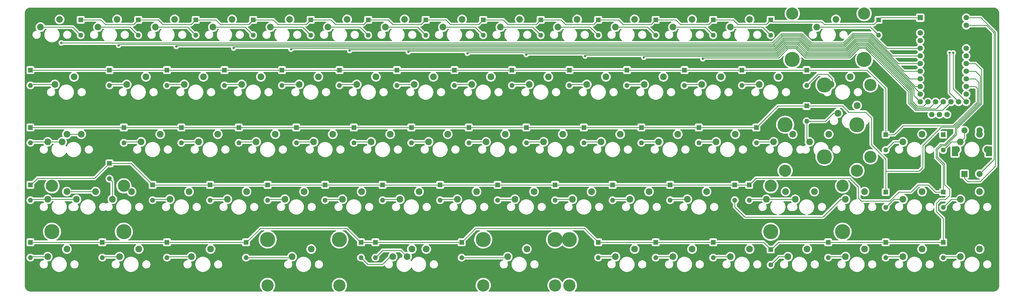
<source format=gbr>
%TF.GenerationSoftware,KiCad,Pcbnew,(6.0.1)*%
%TF.CreationDate,2022-05-17T01:39:32-04:00*%
%TF.ProjectId,GanJing 65 rev 2 solder,47616e4a-696e-4672-9036-352072657620,2*%
%TF.SameCoordinates,Original*%
%TF.FileFunction,Copper,L1,Top*%
%TF.FilePolarity,Positive*%
%FSLAX46Y46*%
G04 Gerber Fmt 4.6, Leading zero omitted, Abs format (unit mm)*
G04 Created by KiCad (PCBNEW (6.0.1)) date 2022-05-17 01:39:32*
%MOMM*%
%LPD*%
G01*
G04 APERTURE LIST*
%TA.AperFunction,WasherPad*%
%ADD10C,2.250000*%
%TD*%
%TA.AperFunction,ComponentPad*%
%ADD11C,2.200000*%
%TD*%
%TA.AperFunction,ComponentPad*%
%ADD12R,1.600000X1.600000*%
%TD*%
%TA.AperFunction,ComponentPad*%
%ADD13O,1.600000X1.600000*%
%TD*%
%TA.AperFunction,ComponentPad*%
%ADD14R,1.800000X1.800000*%
%TD*%
%TA.AperFunction,ComponentPad*%
%ADD15C,1.800000*%
%TD*%
%TA.AperFunction,WasherPad*%
%ADD16C,5.000000*%
%TD*%
%TA.AperFunction,WasherPad*%
%ADD17C,4.050000*%
%TD*%
%TA.AperFunction,WasherPad*%
%ADD18R,2.000000X3.200000*%
%TD*%
%TA.AperFunction,ComponentPad*%
%ADD19R,2.000000X2.000000*%
%TD*%
%TA.AperFunction,ComponentPad*%
%ADD20C,2.000000*%
%TD*%
%TA.AperFunction,ComponentPad*%
%ADD21C,2.250000*%
%TD*%
%TA.AperFunction,ViaPad*%
%ADD22C,0.800000*%
%TD*%
%TA.AperFunction,Conductor*%
%ADD23C,0.250000*%
%TD*%
G04 APERTURE END LIST*
D10*
%TO.P,MX15,*%
%TO.N,*%
X359240000Y-142860000D03*
X369400000Y-142860000D03*
D11*
%TO.P,MX15,1,COL*%
%TO.N,col_15*%
X366860000Y-137780000D03*
%TO.P,MX15,2,ROW*%
%TO.N,S2*%
X360510000Y-140320000D03*
%TD*%
D12*
%TO.P,D1,1*%
%TO.N,row_1*%
X69056250Y-99853750D03*
D13*
%TO.P,D1,2*%
%TO.N,Net-(D1-Pad2)*%
X69056250Y-104933750D03*
%TD*%
D12*
%TO.P,D2,1*%
%TO.N,row_1*%
X88106250Y-99853750D03*
D13*
%TO.P,D2,2*%
%TO.N,Net-(D2-Pad2)*%
X88106250Y-104933750D03*
%TD*%
D12*
%TO.P,D3,1*%
%TO.N,row_1*%
X107156250Y-99853750D03*
D13*
%TO.P,D3,2*%
%TO.N,Net-(D3-Pad2)*%
X107156250Y-104933750D03*
%TD*%
D12*
%TO.P,D4,1*%
%TO.N,row_1*%
X126206250Y-99853750D03*
D13*
%TO.P,D4,2*%
%TO.N,Net-(D4-Pad2)*%
X126206250Y-104933750D03*
%TD*%
D12*
%TO.P,D5,1*%
%TO.N,row_1*%
X145256250Y-99853750D03*
D13*
%TO.P,D5,2*%
%TO.N,Net-(D5-Pad2)*%
X145256250Y-104933750D03*
%TD*%
D12*
%TO.P,D6,1*%
%TO.N,row_1*%
X164306250Y-99853750D03*
D13*
%TO.P,D6,2*%
%TO.N,Net-(D6-Pad2)*%
X164306250Y-104933750D03*
%TD*%
D12*
%TO.P,D7,1*%
%TO.N,row_1*%
X183356250Y-99853750D03*
D13*
%TO.P,D7,2*%
%TO.N,Net-(D7-Pad2)*%
X183356250Y-104933750D03*
%TD*%
D12*
%TO.P,D8,1*%
%TO.N,row_1*%
X202406250Y-99853750D03*
D13*
%TO.P,D8,2*%
%TO.N,Net-(D8-Pad2)*%
X202406250Y-104933750D03*
%TD*%
D12*
%TO.P,D9,1*%
%TO.N,row_1*%
X221456250Y-99853750D03*
D13*
%TO.P,D9,2*%
%TO.N,Net-(D9-Pad2)*%
X221456250Y-104933750D03*
%TD*%
D12*
%TO.P,D10,1*%
%TO.N,row_1*%
X240506250Y-99853750D03*
D13*
%TO.P,D10,2*%
%TO.N,Net-(D10-Pad2)*%
X240506250Y-104933750D03*
%TD*%
D12*
%TO.P,D11,1*%
%TO.N,row_1*%
X259556250Y-99853750D03*
D13*
%TO.P,D11,2*%
%TO.N,Net-(D11-Pad2)*%
X259556250Y-104933750D03*
%TD*%
D12*
%TO.P,D12,1*%
%TO.N,row_1*%
X278606250Y-99853750D03*
D13*
%TO.P,D12,2*%
%TO.N,Net-(D12-Pad2)*%
X278606250Y-104933750D03*
%TD*%
D12*
%TO.P,D13,1*%
%TO.N,row_1*%
X297656250Y-99853750D03*
D13*
%TO.P,D13,2*%
%TO.N,Net-(D13-Pad2)*%
X297656250Y-104933750D03*
%TD*%
D12*
%TO.P,D14,1*%
%TO.N,row_1*%
X333375000Y-99853750D03*
D13*
%TO.P,D14,2*%
%TO.N,Net-(D14-Pad2)*%
X333375000Y-104933750D03*
%TD*%
D12*
%TO.P,D16,1*%
%TO.N,row_2*%
X52387500Y-116522500D03*
D13*
%TO.P,D16,2*%
%TO.N,Net-(D16-Pad2)*%
X52387500Y-121602500D03*
%TD*%
D12*
%TO.P,D17,1*%
%TO.N,row_2*%
X78581250Y-116522500D03*
D13*
%TO.P,D17,2*%
%TO.N,Net-(D17-Pad2)*%
X78581250Y-121602500D03*
%TD*%
D12*
%TO.P,D18,1*%
%TO.N,row_2*%
X97631250Y-116522500D03*
D13*
%TO.P,D18,2*%
%TO.N,Net-(D18-Pad2)*%
X97631250Y-121602500D03*
%TD*%
D12*
%TO.P,D19,1*%
%TO.N,row_2*%
X116681250Y-116522500D03*
D13*
%TO.P,D19,2*%
%TO.N,Net-(D19-Pad2)*%
X116681250Y-121602500D03*
%TD*%
D12*
%TO.P,D20,1*%
%TO.N,row_2*%
X135731250Y-116522500D03*
D13*
%TO.P,D20,2*%
%TO.N,Net-(D20-Pad2)*%
X135731250Y-121602500D03*
%TD*%
D12*
%TO.P,D21,1*%
%TO.N,row_2*%
X154781250Y-116522500D03*
D13*
%TO.P,D21,2*%
%TO.N,Net-(D21-Pad2)*%
X154781250Y-121602500D03*
%TD*%
D12*
%TO.P,D22,1*%
%TO.N,row_2*%
X173831250Y-116522500D03*
D13*
%TO.P,D22,2*%
%TO.N,Net-(D22-Pad2)*%
X173831250Y-121602500D03*
%TD*%
D12*
%TO.P,D23,1*%
%TO.N,row_2*%
X192881250Y-116522500D03*
D13*
%TO.P,D23,2*%
%TO.N,Net-(D23-Pad2)*%
X192881250Y-121602500D03*
%TD*%
D12*
%TO.P,D24,1*%
%TO.N,row_2*%
X211931250Y-116522500D03*
D13*
%TO.P,D24,2*%
%TO.N,Net-(D24-Pad2)*%
X211931250Y-121602500D03*
%TD*%
D12*
%TO.P,D25,1*%
%TO.N,row_2*%
X230981250Y-116522500D03*
D13*
%TO.P,D25,2*%
%TO.N,Net-(D25-Pad2)*%
X230981250Y-121602500D03*
%TD*%
D12*
%TO.P,D26,1*%
%TO.N,row_2*%
X250031250Y-116522500D03*
D13*
%TO.P,D26,2*%
%TO.N,Net-(D26-Pad2)*%
X250031250Y-121602500D03*
%TD*%
D12*
%TO.P,D27,1*%
%TO.N,row_2*%
X269081250Y-116522500D03*
D13*
%TO.P,D27,2*%
%TO.N,Net-(D27-Pad2)*%
X269081250Y-121602500D03*
%TD*%
D12*
%TO.P,D28,1*%
%TO.N,row_2*%
X288131250Y-116522500D03*
D13*
%TO.P,D28,2*%
%TO.N,Net-(D28-Pad2)*%
X288131250Y-121602500D03*
%TD*%
D12*
%TO.P,D29,1*%
%TO.N,row_2*%
X309562500Y-116522500D03*
D13*
%TO.P,D29,2*%
%TO.N,Net-(D29-Pad2)*%
X309562500Y-121602500D03*
%TD*%
D12*
%TO.P,D30,1*%
%TO.N,row_2*%
X335756250Y-137953750D03*
D13*
%TO.P,D30,2*%
%TO.N,Net-(D30-Pad2)*%
X335756250Y-143033750D03*
%TD*%
D12*
%TO.P,D31,1*%
%TO.N,row_3*%
X52387500Y-135572500D03*
D13*
%TO.P,D31,2*%
%TO.N,Net-(D31-Pad2)*%
X52387500Y-140652500D03*
%TD*%
D12*
%TO.P,D32,1*%
%TO.N,row_3*%
X83343750Y-135572500D03*
D13*
%TO.P,D32,2*%
%TO.N,Net-(D32-Pad2)*%
X83343750Y-140652500D03*
%TD*%
D12*
%TO.P,D33,1*%
%TO.N,row_3*%
X102393750Y-135572500D03*
D13*
%TO.P,D33,2*%
%TO.N,Net-(D33-Pad2)*%
X102393750Y-140652500D03*
%TD*%
D12*
%TO.P,D34,1*%
%TO.N,row_3*%
X121443750Y-135572500D03*
D13*
%TO.P,D34,2*%
%TO.N,Net-(D34-Pad2)*%
X121443750Y-140652500D03*
%TD*%
D12*
%TO.P,D35,1*%
%TO.N,row_3*%
X140493750Y-135572500D03*
D13*
%TO.P,D35,2*%
%TO.N,Net-(D35-Pad2)*%
X140493750Y-140652500D03*
%TD*%
D12*
%TO.P,D36,1*%
%TO.N,row_3*%
X159543750Y-135572500D03*
D13*
%TO.P,D36,2*%
%TO.N,Net-(D36-Pad2)*%
X159543750Y-140652500D03*
%TD*%
D12*
%TO.P,D37,1*%
%TO.N,row_3*%
X178593750Y-135572500D03*
D13*
%TO.P,D37,2*%
%TO.N,Net-(D37-Pad2)*%
X178593750Y-140652500D03*
%TD*%
D12*
%TO.P,D38,1*%
%TO.N,row_3*%
X197643750Y-135572500D03*
D13*
%TO.P,D38,2*%
%TO.N,Net-(D38-Pad2)*%
X197643750Y-140652500D03*
%TD*%
D12*
%TO.P,D39,1*%
%TO.N,row_3*%
X216693750Y-135572500D03*
D13*
%TO.P,D39,2*%
%TO.N,Net-(D39-Pad2)*%
X216693750Y-140652500D03*
%TD*%
D12*
%TO.P,D40,1*%
%TO.N,row_3*%
X235743750Y-135572500D03*
D13*
%TO.P,D40,2*%
%TO.N,Net-(D40-Pad2)*%
X235743750Y-140652500D03*
%TD*%
D12*
%TO.P,D41,1*%
%TO.N,row_3*%
X254793750Y-135572500D03*
D13*
%TO.P,D41,2*%
%TO.N,Net-(D41-Pad2)*%
X254793750Y-140652500D03*
%TD*%
D12*
%TO.P,D42,1*%
%TO.N,row_3*%
X273843750Y-135572500D03*
D13*
%TO.P,D42,2*%
%TO.N,Net-(D42-Pad2)*%
X273843750Y-140652500D03*
%TD*%
D12*
%TO.P,D43,1*%
%TO.N,row_3*%
X292893750Y-135572500D03*
D13*
%TO.P,D43,2*%
%TO.N,Net-(D43-Pad2)*%
X292893750Y-140652500D03*
%TD*%
D12*
%TO.P,D44,1*%
%TO.N,row_3*%
X309562500Y-128428750D03*
D13*
%TO.P,D44,2*%
%TO.N,Net-(D44-Pad2)*%
X309562500Y-133508750D03*
%TD*%
D12*
%TO.P,D45,1*%
%TO.N,row_3*%
X335756250Y-157003750D03*
D13*
%TO.P,D45,2*%
%TO.N,Net-(D45-Pad2)*%
X335756250Y-162083750D03*
%TD*%
D12*
%TO.P,D46,1*%
%TO.N,row_4*%
X52387500Y-154622500D03*
D13*
%TO.P,D46,2*%
%TO.N,Net-(D46-Pad2)*%
X52387500Y-159702500D03*
%TD*%
D12*
%TO.P,D47,1*%
%TO.N,row_4*%
X78581250Y-147478750D03*
D13*
%TO.P,D47,2*%
%TO.N,Net-(D47-Pad2)*%
X78581250Y-152558750D03*
%TD*%
D12*
%TO.P,D48,1*%
%TO.N,row_4*%
X92868750Y-154622500D03*
D13*
%TO.P,D48,2*%
%TO.N,Net-(D48-Pad2)*%
X92868750Y-159702500D03*
%TD*%
D12*
%TO.P,D49,1*%
%TO.N,row_4*%
X111918750Y-154622500D03*
D13*
%TO.P,D49,2*%
%TO.N,Net-(D49-Pad2)*%
X111918750Y-159702500D03*
%TD*%
D12*
%TO.P,D50,1*%
%TO.N,row_4*%
X130968750Y-154622500D03*
D13*
%TO.P,D50,2*%
%TO.N,Net-(D50-Pad2)*%
X130968750Y-159702500D03*
%TD*%
D12*
%TO.P,D51,1*%
%TO.N,row_4*%
X150018750Y-154622500D03*
D13*
%TO.P,D51,2*%
%TO.N,Net-(D51-Pad2)*%
X150018750Y-159702500D03*
%TD*%
D12*
%TO.P,D52,1*%
%TO.N,row_4*%
X169068750Y-154622500D03*
D13*
%TO.P,D52,2*%
%TO.N,Net-(D52-Pad2)*%
X169068750Y-159702500D03*
%TD*%
D12*
%TO.P,D53,1*%
%TO.N,row_4*%
X188118750Y-154622500D03*
D13*
%TO.P,D53,2*%
%TO.N,Net-(D53-Pad2)*%
X188118750Y-159702500D03*
%TD*%
D12*
%TO.P,D54,1*%
%TO.N,row_4*%
X207168750Y-154622500D03*
D13*
%TO.P,D54,2*%
%TO.N,Net-(D54-Pad2)*%
X207168750Y-159702500D03*
%TD*%
D12*
%TO.P,D55,1*%
%TO.N,row_4*%
X226218750Y-154622500D03*
D13*
%TO.P,D55,2*%
%TO.N,Net-(D55-Pad2)*%
X226218750Y-159702500D03*
%TD*%
D12*
%TO.P,D57,1*%
%TO.N,row_4*%
X264318750Y-154622500D03*
D13*
%TO.P,D57,2*%
%TO.N,Net-(D57-Pad2)*%
X264318750Y-159702500D03*
%TD*%
D12*
%TO.P,D58,1*%
%TO.N,row_4*%
X290512500Y-154622500D03*
D13*
%TO.P,D58,2*%
%TO.N,Net-(D58-Pad2)*%
X290512500Y-159702500D03*
%TD*%
D12*
%TO.P,D60,1*%
%TO.N,row_4*%
X354806250Y-157003750D03*
D13*
%TO.P,D60,2*%
%TO.N,Net-(D60-Pad2)*%
X354806250Y-162083750D03*
%TD*%
D12*
%TO.P,D61,1*%
%TO.N,row_5*%
X52387500Y-173672500D03*
D13*
%TO.P,D61,2*%
%TO.N,Net-(D61-Pad2)*%
X52387500Y-178752500D03*
%TD*%
D12*
%TO.P,D62,1*%
%TO.N,row_5*%
X76200000Y-173672500D03*
D13*
%TO.P,D62,2*%
%TO.N,Net-(D62-Pad2)*%
X76200000Y-178752500D03*
%TD*%
D12*
%TO.P,D63,1*%
%TO.N,row_5*%
X97631250Y-173672500D03*
D13*
%TO.P,D63,2*%
%TO.N,Net-(D63-Pad2)*%
X97631250Y-178752500D03*
%TD*%
D12*
%TO.P,D66,1*%
%TO.N,row_5*%
X166687500Y-173672500D03*
D13*
%TO.P,D66,2*%
%TO.N,Net-(D66-Pad2)*%
X166687500Y-178752500D03*
%TD*%
D12*
%TO.P,D68,1*%
%TO.N,row_5*%
X240506250Y-173672500D03*
D13*
%TO.P,D68,2*%
%TO.N,Net-(D68-Pad2)*%
X240506250Y-178752500D03*
%TD*%
D12*
%TO.P,D69,1*%
%TO.N,row_5*%
X259556250Y-173672500D03*
D13*
%TO.P,D69,2*%
%TO.N,Net-(D69-Pad2)*%
X259556250Y-178752500D03*
%TD*%
D12*
%TO.P,D70,1*%
%TO.N,row_5*%
X278606250Y-173672500D03*
D13*
%TO.P,D70,2*%
%TO.N,Net-(D70-Pad2)*%
X278606250Y-178752500D03*
%TD*%
D12*
%TO.P,D71,1*%
%TO.N,row_5*%
X297656250Y-176053750D03*
D13*
%TO.P,D71,2*%
%TO.N,Net-(D71-Pad2)*%
X297656250Y-181133750D03*
%TD*%
D12*
%TO.P,D72,1*%
%TO.N,row_5*%
X316706250Y-173672500D03*
D13*
%TO.P,D72,2*%
%TO.N,Net-(D72-Pad2)*%
X316706250Y-178752500D03*
%TD*%
D12*
%TO.P,D73,1*%
%TO.N,row_5*%
X335756250Y-173672500D03*
D13*
%TO.P,D73,2*%
%TO.N,Net-(D73-Pad2)*%
X335756250Y-178752500D03*
%TD*%
D12*
%TO.P,D74,1*%
%TO.N,row_5*%
X354806250Y-173672500D03*
D13*
%TO.P,D74,2*%
%TO.N,Net-(D74-Pad2)*%
X354806250Y-178752500D03*
%TD*%
D12*
%TO.P,D15,1*%
%TO.N,row_1*%
X354806250Y-137953750D03*
D13*
%TO.P,D15,2*%
%TO.N,S2*%
X354806250Y-143033750D03*
%TD*%
D14*
%TO.P,DS1,1,GND*%
%TO.N,GND*%
X358616250Y-131250000D03*
D15*
%TO.P,DS1,2,VCC*%
%TO.N,VCC*%
X356076250Y-131250000D03*
%TO.P,DS1,3,SCL*%
%TO.N,SCL*%
X353536250Y-131250000D03*
%TO.P,DS1,4,SDA*%
%TO.N,SDA*%
X350996250Y-131250000D03*
%TD*%
D11*
%TO.P,MX1,1,COL*%
%TO.N,col_1*%
X62071250Y-99695000D03*
%TO.P,MX1,2,ROW*%
%TO.N,Net-(D1-Pad2)*%
X55721250Y-102235000D03*
%TD*%
%TO.P,MX2,1,COL*%
%TO.N,col_2*%
X81121250Y-99695000D03*
%TO.P,MX2,2,ROW*%
%TO.N,Net-(D2-Pad2)*%
X74771250Y-102235000D03*
%TD*%
%TO.P,MX3,1,COL*%
%TO.N,col_3*%
X100171250Y-99695000D03*
%TO.P,MX3,2,ROW*%
%TO.N,Net-(D3-Pad2)*%
X93821250Y-102235000D03*
%TD*%
%TO.P,MX4,1,COL*%
%TO.N,col_4*%
X119221250Y-99695000D03*
%TO.P,MX4,2,ROW*%
%TO.N,Net-(D4-Pad2)*%
X112871250Y-102235000D03*
%TD*%
%TO.P,MX5,1,COL*%
%TO.N,col_5*%
X138271250Y-99695000D03*
%TO.P,MX5,2,ROW*%
%TO.N,Net-(D5-Pad2)*%
X131921250Y-102235000D03*
%TD*%
%TO.P,MX6,1,COL*%
%TO.N,col_6*%
X157321250Y-99695000D03*
%TO.P,MX6,2,ROW*%
%TO.N,Net-(D6-Pad2)*%
X150971250Y-102235000D03*
%TD*%
%TO.P,MX7,1,COL*%
%TO.N,col_7*%
X176371250Y-99695000D03*
%TO.P,MX7,2,ROW*%
%TO.N,Net-(D7-Pad2)*%
X170021250Y-102235000D03*
%TD*%
%TO.P,MX8,1,COL*%
%TO.N,col_8*%
X195421250Y-99695000D03*
%TO.P,MX8,2,ROW*%
%TO.N,Net-(D8-Pad2)*%
X189071250Y-102235000D03*
%TD*%
%TO.P,MX9,1,COL*%
%TO.N,col_9*%
X214471250Y-99695000D03*
%TO.P,MX9,2,ROW*%
%TO.N,Net-(D9-Pad2)*%
X208121250Y-102235000D03*
%TD*%
%TO.P,MX10,1,COL*%
%TO.N,col_10*%
X233521250Y-99695000D03*
%TO.P,MX10,2,ROW*%
%TO.N,Net-(D10-Pad2)*%
X227171250Y-102235000D03*
%TD*%
%TO.P,MX11,1,COL*%
%TO.N,col_11*%
X252571250Y-99695000D03*
%TO.P,MX11,2,ROW*%
%TO.N,Net-(D11-Pad2)*%
X246221250Y-102235000D03*
%TD*%
%TO.P,MX12,1,COL*%
%TO.N,col_12*%
X271621250Y-99695000D03*
%TO.P,MX12,2,ROW*%
%TO.N,Net-(D12-Pad2)*%
X265271250Y-102235000D03*
%TD*%
%TO.P,MX13,1,COL*%
%TO.N,col_13*%
X290671250Y-99695000D03*
%TO.P,MX13,2,ROW*%
%TO.N,Net-(D13-Pad2)*%
X284321250Y-102235000D03*
%TD*%
D16*
%TO.P,MX14,*%
%TO.N,*%
X328606250Y-113015000D03*
X304806250Y-113015000D03*
D17*
X328606250Y-97775000D03*
X304806250Y-97775000D03*
D11*
%TO.P,MX14,1,COL*%
%TO.N,col_14*%
X319246250Y-99695000D03*
%TO.P,MX14,2,ROW*%
%TO.N,Net-(D14-Pad2)*%
X312896250Y-102235000D03*
%TD*%
%TO.P,MX16,1,COL*%
%TO.N,col_1*%
X66833750Y-118745000D03*
%TO.P,MX16,2,ROW*%
%TO.N,Net-(D16-Pad2)*%
X60483750Y-121285000D03*
%TD*%
%TO.P,MX17,1,COL*%
%TO.N,col_2*%
X90646250Y-118745000D03*
%TO.P,MX17,2,ROW*%
%TO.N,Net-(D17-Pad2)*%
X84296250Y-121285000D03*
%TD*%
%TO.P,MX18,1,COL*%
%TO.N,col_3*%
X109696250Y-118745000D03*
%TO.P,MX18,2,ROW*%
%TO.N,Net-(D18-Pad2)*%
X103346250Y-121285000D03*
%TD*%
%TO.P,MX19,1,COL*%
%TO.N,col_4*%
X128746250Y-118745000D03*
%TO.P,MX19,2,ROW*%
%TO.N,Net-(D19-Pad2)*%
X122396250Y-121285000D03*
%TD*%
%TO.P,MX20,1,COL*%
%TO.N,col_5*%
X147796250Y-118745000D03*
%TO.P,MX20,2,ROW*%
%TO.N,Net-(D20-Pad2)*%
X141446250Y-121285000D03*
%TD*%
%TO.P,MX21,1,COL*%
%TO.N,col_6*%
X166846250Y-118745000D03*
%TO.P,MX21,2,ROW*%
%TO.N,Net-(D21-Pad2)*%
X160496250Y-121285000D03*
%TD*%
%TO.P,MX22,1,COL*%
%TO.N,col_7*%
X185896250Y-118745000D03*
%TO.P,MX22,2,ROW*%
%TO.N,Net-(D22-Pad2)*%
X179546250Y-121285000D03*
%TD*%
%TO.P,MX23,1,COL*%
%TO.N,col_8*%
X204946250Y-118745000D03*
%TO.P,MX23,2,ROW*%
%TO.N,Net-(D23-Pad2)*%
X198596250Y-121285000D03*
%TD*%
%TO.P,MX24,1,COL*%
%TO.N,col_9*%
X223996250Y-118745000D03*
%TO.P,MX24,2,ROW*%
%TO.N,Net-(D24-Pad2)*%
X217646250Y-121285000D03*
%TD*%
%TO.P,MX25,1,COL*%
%TO.N,col_10*%
X243046250Y-118745000D03*
%TO.P,MX25,2,ROW*%
%TO.N,Net-(D25-Pad2)*%
X236696250Y-121285000D03*
%TD*%
%TO.P,MX26,1,COL*%
%TO.N,col_11*%
X262096250Y-118745000D03*
%TO.P,MX26,2,ROW*%
%TO.N,Net-(D26-Pad2)*%
X255746250Y-121285000D03*
%TD*%
%TO.P,MX27,1,COL*%
%TO.N,col_12*%
X281146250Y-118745000D03*
%TO.P,MX27,2,ROW*%
%TO.N,Net-(D27-Pad2)*%
X274796250Y-121285000D03*
%TD*%
%TO.P,MX28,1,COL*%
%TO.N,col_13*%
X300196250Y-118745000D03*
%TO.P,MX28,2,ROW*%
%TO.N,Net-(D28-Pad2)*%
X293846250Y-121285000D03*
%TD*%
%TO.P,MX29,1,COL*%
%TO.N,col_14*%
X324008750Y-118745000D03*
%TO.P,MX29,2,ROW*%
%TO.N,Net-(D29-Pad2)*%
X317658750Y-121285000D03*
%TD*%
%TO.P,MX30,1,COL*%
%TO.N,col_15*%
X347821250Y-137795000D03*
%TO.P,MX30,2,ROW*%
%TO.N,Net-(D30-Pad2)*%
X341471250Y-140335000D03*
%TD*%
%TO.P,MX31,1,COL*%
%TO.N,col_1*%
X69215000Y-137795000D03*
%TO.P,MX31,2,ROW*%
%TO.N,Net-(D31-Pad2)*%
X62865000Y-140335000D03*
%TD*%
%TO.P,MX32,1,COL*%
%TO.N,col_2*%
X95408750Y-137795000D03*
%TO.P,MX32,2,ROW*%
%TO.N,Net-(D32-Pad2)*%
X89058750Y-140335000D03*
%TD*%
%TO.P,MX33,1,COL*%
%TO.N,col_3*%
X114458750Y-137795000D03*
%TO.P,MX33,2,ROW*%
%TO.N,Net-(D33-Pad2)*%
X108108750Y-140335000D03*
%TD*%
%TO.P,MX34,1,COL*%
%TO.N,col_4*%
X133508750Y-137795000D03*
%TO.P,MX34,2,ROW*%
%TO.N,Net-(D34-Pad2)*%
X127158750Y-140335000D03*
%TD*%
%TO.P,MX35,1,COL*%
%TO.N,col_5*%
X152558750Y-137795000D03*
%TO.P,MX35,2,ROW*%
%TO.N,Net-(D35-Pad2)*%
X146208750Y-140335000D03*
%TD*%
%TO.P,MX36,1,COL*%
%TO.N,col_6*%
X171608750Y-137795000D03*
%TO.P,MX36,2,ROW*%
%TO.N,Net-(D36-Pad2)*%
X165258750Y-140335000D03*
%TD*%
%TO.P,MX37,1,COL*%
%TO.N,col_7*%
X190658750Y-137795000D03*
%TO.P,MX37,2,ROW*%
%TO.N,Net-(D37-Pad2)*%
X184308750Y-140335000D03*
%TD*%
%TO.P,MX38,1,COL*%
%TO.N,col_8*%
X209708750Y-137795000D03*
%TO.P,MX38,2,ROW*%
%TO.N,Net-(D38-Pad2)*%
X203358750Y-140335000D03*
%TD*%
%TO.P,MX39,1,COL*%
%TO.N,col_9*%
X228758750Y-137795000D03*
%TO.P,MX39,2,ROW*%
%TO.N,Net-(D39-Pad2)*%
X222408750Y-140335000D03*
%TD*%
%TO.P,MX40,1,COL*%
%TO.N,col_10*%
X247808750Y-137795000D03*
%TO.P,MX40,2,ROW*%
%TO.N,Net-(D40-Pad2)*%
X241458750Y-140335000D03*
%TD*%
%TO.P,MX41,1,COL*%
%TO.N,col_11*%
X266858750Y-137795000D03*
%TO.P,MX41,2,ROW*%
%TO.N,Net-(D41-Pad2)*%
X260508750Y-140335000D03*
%TD*%
%TO.P,MX42,1,COL*%
%TO.N,col_12*%
X285908750Y-137795000D03*
%TO.P,MX42,2,ROW*%
%TO.N,Net-(D42-Pad2)*%
X279558750Y-140335000D03*
%TD*%
%TO.P,MX43,1,COL*%
%TO.N,col_13*%
X304958750Y-137795000D03*
%TO.P,MX43,2,ROW*%
%TO.N,Net-(D43-Pad2)*%
X298608750Y-140335000D03*
%TD*%
D17*
%TO.P,MX44,*%
%TO.N,*%
X302425000Y-149875000D03*
D16*
X302425000Y-134635000D03*
X326225000Y-134635000D03*
D17*
X326225000Y-149875000D03*
D11*
%TO.P,MX44,1,COL*%
%TO.N,col_14*%
X316865000Y-137795000D03*
%TO.P,MX44,2,ROW*%
%TO.N,Net-(D44-Pad2)*%
X310515000Y-140335000D03*
%TD*%
%TO.P,MX45,1,COL*%
%TO.N,col_15*%
X347821250Y-156845000D03*
%TO.P,MX45,2,ROW*%
%TO.N,Net-(D45-Pad2)*%
X341471250Y-159385000D03*
%TD*%
D16*
%TO.P,MX46,*%
%TO.N,*%
X83337500Y-170165000D03*
X59537500Y-170165000D03*
D17*
X83337500Y-154925000D03*
X59537500Y-154925000D03*
D11*
%TO.P,MX46,1,COL*%
%TO.N,col_1*%
X73977500Y-156845000D03*
%TO.P,MX46,2,ROW*%
%TO.N,Net-(D46-Pad2)*%
X67627500Y-159385000D03*
%TD*%
%TO.P,MX48,1,COL*%
%TO.N,col_3*%
X104933750Y-156845000D03*
%TO.P,MX48,2,ROW*%
%TO.N,Net-(D48-Pad2)*%
X98583750Y-159385000D03*
%TD*%
%TO.P,MX49,1,COL*%
%TO.N,col_4*%
X123983750Y-156845000D03*
%TO.P,MX49,2,ROW*%
%TO.N,Net-(D49-Pad2)*%
X117633750Y-159385000D03*
%TD*%
%TO.P,MX50,1,COL*%
%TO.N,col_5*%
X143033750Y-156845000D03*
%TO.P,MX50,2,ROW*%
%TO.N,Net-(D50-Pad2)*%
X136683750Y-159385000D03*
%TD*%
%TO.P,MX51,1,COL*%
%TO.N,col_6*%
X162083750Y-156845000D03*
%TO.P,MX51,2,ROW*%
%TO.N,Net-(D51-Pad2)*%
X155733750Y-159385000D03*
%TD*%
%TO.P,MX52,1,COL*%
%TO.N,col_7*%
X181133750Y-156845000D03*
%TO.P,MX52,2,ROW*%
%TO.N,Net-(D52-Pad2)*%
X174783750Y-159385000D03*
%TD*%
%TO.P,MX53,1,COL*%
%TO.N,col_8*%
X200183750Y-156845000D03*
%TO.P,MX53,2,ROW*%
%TO.N,Net-(D53-Pad2)*%
X193833750Y-159385000D03*
%TD*%
%TO.P,MX54,1,COL*%
%TO.N,col_9*%
X219233750Y-156845000D03*
%TO.P,MX54,2,ROW*%
%TO.N,Net-(D54-Pad2)*%
X212883750Y-159385000D03*
%TD*%
%TO.P,MX55,1,COL*%
%TO.N,col_10*%
X238283750Y-156845000D03*
%TO.P,MX55,2,ROW*%
%TO.N,Net-(D55-Pad2)*%
X231933750Y-159385000D03*
%TD*%
%TO.P,MX56,1,COL*%
%TO.N,col_11*%
X257333750Y-156845000D03*
%TO.P,MX56,2,ROW*%
%TO.N,Net-(D56-Pad2)*%
X250983750Y-159385000D03*
%TD*%
%TO.P,MX57,1,COL*%
%TO.N,col_12*%
X276383750Y-156845000D03*
%TO.P,MX57,2,ROW*%
%TO.N,Net-(D57-Pad2)*%
X270033750Y-159385000D03*
%TD*%
D16*
%TO.P,MX58,*%
%TO.N,*%
X297662500Y-170165000D03*
X321462500Y-170165000D03*
D17*
X321462500Y-154925000D03*
X297662500Y-154925000D03*
D11*
%TO.P,MX58,1,COL*%
%TO.N,col_13*%
X312102500Y-156845000D03*
%TO.P,MX58,2,ROW*%
%TO.N,Net-(D58-Pad2)*%
X305752500Y-159385000D03*
%TD*%
%TO.P,MX60,1,COL*%
%TO.N,col_15*%
X366871250Y-156845000D03*
%TO.P,MX60,2,ROW*%
%TO.N,Net-(D60-Pad2)*%
X360521250Y-159385000D03*
%TD*%
%TO.P,MX61,1,COL*%
%TO.N,col_1*%
X64452500Y-175895000D03*
%TO.P,MX61,2,ROW*%
%TO.N,Net-(D61-Pad2)*%
X58102500Y-178435000D03*
%TD*%
%TO.P,MX62,1,COL*%
%TO.N,col_2*%
X88265000Y-175895000D03*
%TO.P,MX62,2,ROW*%
%TO.N,Net-(D62-Pad2)*%
X81915000Y-178435000D03*
%TD*%
%TO.P,MX63,1,COL*%
%TO.N,col_3*%
X112077500Y-175895000D03*
%TO.P,MX63,2,ROW*%
%TO.N,Net-(D63-Pad2)*%
X105727500Y-178435000D03*
%TD*%
D16*
%TO.P,MX66,*%
%TO.N,*%
X130975100Y-172720000D03*
D17*
X230974900Y-187960000D03*
D16*
X230974900Y-172720000D03*
D17*
X130975100Y-187960000D03*
D11*
%TO.P,MX66,1,COL*%
%TO.N,col_7*%
X183515000Y-175895000D03*
%TO.P,MX66,2,ROW*%
%TO.N,Net-(D66-Pad2)*%
X177165000Y-178435000D03*
%TD*%
%TO.P,MX68,1,COL*%
%TO.N,col_9*%
X252571250Y-175895000D03*
%TO.P,MX68,2,ROW*%
%TO.N,Net-(D68-Pad2)*%
X246221250Y-178435000D03*
%TD*%
%TO.P,MX69,1,COL*%
%TO.N,col_10*%
X271621250Y-175895000D03*
%TO.P,MX69,2,ROW*%
%TO.N,Net-(D69-Pad2)*%
X265271250Y-178435000D03*
%TD*%
%TO.P,MX70,1,COL*%
%TO.N,col_11*%
X290671250Y-175895000D03*
%TO.P,MX70,2,ROW*%
%TO.N,Net-(D70-Pad2)*%
X284321250Y-178435000D03*
%TD*%
%TO.P,MX71,1,COL*%
%TO.N,col_12*%
X309721250Y-175895000D03*
%TO.P,MX71,2,ROW*%
%TO.N,Net-(D71-Pad2)*%
X303371250Y-178435000D03*
%TD*%
%TO.P,MX72,1,COL*%
%TO.N,col_13*%
X328771250Y-175895000D03*
%TO.P,MX72,2,ROW*%
%TO.N,Net-(D72-Pad2)*%
X322421250Y-178435000D03*
%TD*%
%TO.P,MX73,1,COL*%
%TO.N,col_14*%
X347821250Y-175895000D03*
%TO.P,MX73,2,ROW*%
%TO.N,Net-(D73-Pad2)*%
X341471250Y-178435000D03*
%TD*%
%TO.P,MX74,1,COL*%
%TO.N,col_15*%
X366871250Y-175895000D03*
%TO.P,MX74,2,ROW*%
%TO.N,Net-(D74-Pad2)*%
X360521250Y-178435000D03*
%TD*%
%TO.P,MX75,1,COL*%
%TO.N,col_1*%
X64452500Y-137795000D03*
%TO.P,MX75,2,ROW*%
%TO.N,Net-(D31-Pad2)*%
X58102500Y-140335000D03*
%TD*%
%TO.P,MX77,1,COL*%
%TO.N,col_1*%
X64452500Y-156845000D03*
%TO.P,MX77,2,ROW*%
%TO.N,Net-(D46-Pad2)*%
X58102500Y-159385000D03*
%TD*%
D16*
%TO.P,MX64,*%
%TO.N,*%
X130975000Y-172735000D03*
X154775000Y-172735000D03*
D17*
X130975000Y-187975000D03*
X154775000Y-187975000D03*
D11*
%TO.P,MX64,1,COL*%
%TO.N,col_5*%
X145415000Y-175895000D03*
%TO.P,MX64,2,ROW*%
%TO.N,Net-(D64-Pad2)*%
X139065000Y-178435000D03*
%TD*%
%TO.P,MX65,1,COL*%
%TO.N,col_6*%
X178752500Y-175895000D03*
%TO.P,MX65,2,ROW*%
%TO.N,Net-(D65-Pad2)*%
X172402500Y-178435000D03*
%TD*%
D14*
%TO.P,U1,1,B0*%
%TO.N,row_1*%
X347186250Y-99130000D03*
D15*
%TO.P,U1,2,GND*%
%TO.N,GND*%
X347186250Y-101670000D03*
%TO.P,U1,3,RST*%
%TO.N,unconnected-(U1-Pad3)*%
X347186250Y-104210000D03*
%TO.P,U1,4,VCC*%
%TO.N,VCC*%
X347186250Y-106750000D03*
%TO.P,U1,5,F4*%
%TO.N,col_1*%
X347186250Y-109290000D03*
%TO.P,U1,6,F5*%
%TO.N,col_2*%
X347186250Y-111830000D03*
%TO.P,U1,7,F6*%
%TO.N,col_3*%
X347186250Y-114370000D03*
%TO.P,U1,8,F7*%
%TO.N,col_4*%
X347186250Y-116910000D03*
%TO.P,U1,9,B1/SCLK*%
%TO.N,col_5*%
X347186250Y-119450000D03*
%TO.P,U1,10,B3/MISO*%
%TO.N,col_6*%
X347186250Y-121990000D03*
%TO.P,U1,11,B2/MOSI*%
%TO.N,col_7*%
X347186250Y-124530000D03*
%TO.P,U1,12,B6*%
%TO.N,col_8*%
X347186250Y-127070000D03*
%TO.P,U1,13,B5*%
%TO.N,col_14*%
X362426250Y-127070000D03*
%TO.P,U1,14,B4*%
%TO.N,col_15*%
X362426250Y-124530000D03*
%TO.P,U1,15,E6*%
%TO.N,row_2*%
X362426250Y-121990000D03*
%TO.P,U1,16,D7*%
%TO.N,row_3*%
X362426250Y-119450000D03*
%TO.P,U1,17,C6*%
%TO.N,row_4*%
X362426250Y-116910000D03*
%TO.P,U1,18,D4*%
%TO.N,row_5*%
X362426250Y-114370000D03*
%TO.P,U1,19,D0/SCL*%
%TO.N,SCL*%
X362426250Y-111830000D03*
%TO.P,U1,20,D1/SDA*%
%TO.N,SDA*%
X362426250Y-109290000D03*
%TO.P,U1,21,GND*%
%TO.N,GND*%
X362426250Y-106750000D03*
%TO.P,U1,22,GND*%
X362426250Y-104210000D03*
%TO.P,U1,23,D2*%
%TO.N,rotory_2*%
X362426250Y-101670000D03*
%TO.P,U1,24,D3*%
%TO.N,rotory_1*%
X362426250Y-99130000D03*
%TO.P,U1,25,F0*%
%TO.N,col_9*%
X349726250Y-127070000D03*
%TO.P,U1,26,F1*%
%TO.N,col_10*%
X352266250Y-127070000D03*
%TO.P,U1,27,C7*%
%TO.N,col_11*%
X354806250Y-127070000D03*
%TO.P,U1,28,D5*%
%TO.N,col_12*%
X357346250Y-127070000D03*
%TO.P,U1,29,B7*%
%TO.N,col_13*%
X359886250Y-127070000D03*
%TD*%
D12*
%TO.P,D56,1*%
%TO.N,row_4*%
X245268750Y-154622500D03*
D13*
%TO.P,D56,2*%
%TO.N,Net-(D56-Pad2)*%
X245268750Y-159702500D03*
%TD*%
D17*
%TO.P,MX67,*%
%TO.N,*%
X202412500Y-187975000D03*
D16*
X202412500Y-172735000D03*
D17*
X226212500Y-187975000D03*
D16*
X226212500Y-172735000D03*
D11*
%TO.P,MX67,1,COL*%
%TO.N,col_8*%
X216852500Y-175895000D03*
%TO.P,MX67,2,ROW*%
%TO.N,Net-(D67-Pad2)*%
X210502500Y-178435000D03*
%TD*%
%TO.P,MX47,1,COL*%
%TO.N,col_2*%
X85883750Y-156845000D03*
%TO.P,MX47,2,ROW*%
%TO.N,Net-(D47-Pad2)*%
X79533750Y-159385000D03*
%TD*%
D18*
%TO.P,SW1,*%
%TO.N,*%
X358731250Y-143475000D03*
X369931250Y-143475000D03*
D19*
%TO.P,SW1,A*%
%TO.N,rotory_1*%
X361831250Y-150975000D03*
D20*
%TO.P,SW1,B*%
%TO.N,rotory_2*%
X366831250Y-150975000D03*
%TO.P,SW1,C*%
%TO.N,GND*%
X364331250Y-150975000D03*
%TO.P,SW1,S1*%
%TO.N,col_15*%
X366831250Y-136475000D03*
%TO.P,SW1,S2*%
%TO.N,S2*%
X361831250Y-136475000D03*
%TD*%
D11*
%TO.P,MX59,1,COL*%
%TO.N,col_14*%
X328771250Y-156845000D03*
%TO.P,MX59,2,ROW*%
%TO.N,Net-(D59-Pad2)*%
X322421250Y-159385000D03*
%TD*%
D12*
%TO.P,D67,1*%
%TO.N,row_5*%
X195262500Y-173672500D03*
D13*
%TO.P,D67,2*%
%TO.N,Net-(D67-Pad2)*%
X195262500Y-178752500D03*
%TD*%
D12*
%TO.P,D65,1*%
%TO.N,row_5*%
X161925000Y-173672500D03*
D13*
%TO.P,D65,2*%
%TO.N,Net-(D65-Pad2)*%
X161925000Y-178752500D03*
%TD*%
D12*
%TO.P,D64,1*%
%TO.N,row_5*%
X123825000Y-173672500D03*
D13*
%TO.P,D64,2*%
%TO.N,Net-(D64-Pad2)*%
X123825000Y-178752500D03*
%TD*%
D16*
%TO.P,MX76,*%
%TO.N,*%
X315470000Y-145288000D03*
D17*
X330710000Y-145288000D03*
D16*
X315470000Y-121412000D03*
D17*
X330710000Y-121412000D03*
D21*
%TO.P,MX76,1,COL*%
%TO.N,col_14*%
X326265000Y-128270000D03*
%TO.P,MX76,2,ROW*%
%TO.N,Net-(D44-Pad2)*%
X319915000Y-130810000D03*
%TD*%
D11*
%TO.P,MX78,1,COL*%
%TO.N,col_13*%
X302577500Y-156845000D03*
%TO.P,MX78,2,ROW*%
%TO.N,Net-(D58-Pad2)*%
X296227500Y-159385000D03*
%TD*%
D12*
%TO.P,D59,1*%
%TO.N,row_4*%
X285750000Y-154622500D03*
D13*
%TO.P,D59,2*%
%TO.N,Net-(D59-Pad2)*%
X285750000Y-159702500D03*
%TD*%
D22*
%TO.N,GND*%
X185737500Y-185737500D03*
X147637500Y-185737500D03*
X219075000Y-185737500D03*
X321468750Y-147637500D03*
X154781250Y-111918750D03*
X159543750Y-130968750D03*
X109537500Y-185737500D03*
X169068750Y-147637500D03*
X138112500Y-185737500D03*
X316706250Y-114300000D03*
X341406250Y-110600000D03*
X340518750Y-130968750D03*
X354806250Y-122600000D03*
X78581250Y-111918750D03*
X295275000Y-147637500D03*
X292893750Y-130968750D03*
X111918750Y-147637500D03*
X364331250Y-166687500D03*
X197643750Y-166687500D03*
X235743750Y-166687500D03*
X269081250Y-185737500D03*
X116681250Y-111918750D03*
X188118750Y-147637500D03*
X326231250Y-185737500D03*
X250031250Y-185737500D03*
X352306250Y-122600000D03*
X333375000Y-130968750D03*
X262106250Y-102400000D03*
X135731250Y-111918750D03*
X235743750Y-130968750D03*
X348706250Y-131400000D03*
X109606250Y-102400000D03*
X121443750Y-166687500D03*
X90606250Y-102400000D03*
X66675000Y-166687500D03*
X102393750Y-166687500D03*
X309562500Y-147637500D03*
X230981250Y-114300000D03*
X250031250Y-114300000D03*
X130968750Y-147637500D03*
X295106250Y-106300000D03*
X323806250Y-103500000D03*
X264318750Y-147637500D03*
X166806250Y-102400000D03*
X288131250Y-185737500D03*
X269081250Y-114300000D03*
X216693750Y-166687500D03*
X288131250Y-114300000D03*
X292893750Y-166687500D03*
X102393750Y-130968750D03*
X150018750Y-147637500D03*
X314325000Y-130968750D03*
X211931250Y-114300000D03*
X197643750Y-130968750D03*
X345281250Y-166687500D03*
X364331250Y-185737500D03*
X283368750Y-147637500D03*
X345406250Y-115600000D03*
X121443750Y-130968750D03*
X273843750Y-130968750D03*
X64293750Y-130968750D03*
X78581250Y-166687500D03*
X226218750Y-147637500D03*
X85725000Y-185737500D03*
X345281250Y-185737500D03*
X281106250Y-102400000D03*
X224006250Y-102400000D03*
X207168750Y-147637500D03*
X59531250Y-111918750D03*
X140493750Y-166687500D03*
X159543750Y-166687500D03*
X353606250Y-105100000D03*
X273843750Y-166687500D03*
X340518750Y-104775000D03*
X216693750Y-130968750D03*
X204906250Y-102400000D03*
X185906250Y-102400000D03*
X83343750Y-130968750D03*
X173831250Y-111918750D03*
X92868750Y-147637500D03*
X192881250Y-111918750D03*
X309562500Y-166687500D03*
X307181250Y-185737500D03*
X140493750Y-130968750D03*
X97631250Y-111918750D03*
X243006250Y-102400000D03*
X128706250Y-102400000D03*
X61912500Y-185737500D03*
X245268750Y-147637500D03*
X178593750Y-130968750D03*
X147806250Y-102400000D03*
X360106250Y-118500000D03*
X328612500Y-166687500D03*
X342900000Y-147637500D03*
X64293750Y-147637500D03*
X209550000Y-185737500D03*
X342506250Y-113000000D03*
X254793750Y-166687500D03*
X254793750Y-130968750D03*
X178593750Y-166687500D03*
X171450000Y-185737500D03*
%TO.N,col_1*%
X62606250Y-107510700D03*
%TO.N,col_2*%
X81606250Y-108300000D03*
%TO.N,col_3*%
X100706250Y-108700000D03*
%TO.N,col_4*%
X119706250Y-109200000D03*
%TO.N,col_5*%
X138706250Y-109600000D03*
%TO.N,col_6*%
X158153750Y-110052500D03*
%TO.N,col_7*%
X177628750Y-110477500D03*
%TO.N,col_8*%
X197153750Y-110952500D03*
%TO.N,col_9*%
X216628750Y-111377500D03*
%TO.N,col_10*%
X236153750Y-111852500D03*
%TO.N,col_11*%
X255628750Y-112277500D03*
%TO.N,col_12*%
X275153750Y-112752500D03*
%TO.N,col_13*%
X356906250Y-110800000D03*
%TO.N,col_14*%
X358106250Y-110800000D03*
%TD*%
D23*
%TO.N,rotory_2*%
X371656239Y-146150011D02*
X371656239Y-145833761D01*
X366831250Y-150975000D02*
X371656239Y-146150011D01*
X371656239Y-145833761D02*
X371656239Y-145437489D01*
%TO.N,rotory_1*%
X372106250Y-148400000D02*
X367006250Y-153500000D01*
X372106250Y-103963589D02*
X372106250Y-148400000D01*
X367006250Y-153500000D02*
X362981250Y-153500000D01*
X367272661Y-99130000D02*
X372106250Y-103963589D01*
X362981250Y-153500000D02*
X361831250Y-152350000D01*
X361831250Y-152350000D02*
X361831250Y-150975000D01*
X362426250Y-99130000D02*
X367272661Y-99130000D01*
%TO.N,S2*%
X357505000Y-140335000D02*
X354806250Y-143033750D01*
X361831250Y-139025000D02*
X360521250Y-140335000D01*
X360521250Y-140335000D02*
X357505000Y-140335000D01*
X361831250Y-136475000D02*
X361831250Y-139025000D01*
%TO.N,row_1*%
X77256250Y-101400000D02*
X86560000Y-101400000D01*
X143710000Y-101400000D02*
X145256250Y-99853750D01*
X183356250Y-99853750D02*
X190012750Y-99853750D01*
X164306250Y-99853750D02*
X170935000Y-99853750D01*
X238960000Y-101400000D02*
X240506250Y-99853750D01*
X331828750Y-101400000D02*
X333375000Y-99853750D01*
X96281250Y-101400000D02*
X105610000Y-101400000D01*
X170935000Y-99853750D02*
X172481250Y-101400000D01*
X277060000Y-101400000D02*
X278606250Y-99853750D01*
X334098750Y-99130000D02*
X333375000Y-99853750D01*
X181810000Y-101400000D02*
X183356250Y-99853750D01*
X315418750Y-101400000D02*
X331828750Y-101400000D01*
X75710000Y-99853750D02*
X77256250Y-101400000D01*
X286781250Y-101400000D02*
X296110000Y-101400000D01*
X115356250Y-101400000D02*
X124660000Y-101400000D01*
X221456250Y-99853750D02*
X228112750Y-99853750D01*
X162760000Y-101400000D02*
X164306250Y-99853750D01*
X298332500Y-100530000D02*
X314548750Y-100530000D01*
X151960000Y-99853750D02*
X153506250Y-101400000D01*
X247185000Y-99853750D02*
X248731250Y-101400000D01*
X240506250Y-99853750D02*
X247185000Y-99853750D01*
X134396500Y-101400000D02*
X143710000Y-101400000D01*
X202406250Y-99853750D02*
X209025250Y-99853750D01*
X145256250Y-99853750D02*
X151960000Y-99853750D01*
X69056250Y-99853750D02*
X75710000Y-99853750D01*
X126206250Y-99853750D02*
X132850250Y-99853750D01*
X191559000Y-101400000D02*
X200860000Y-101400000D01*
X190012750Y-99853750D02*
X191559000Y-101400000D01*
X296110000Y-101400000D02*
X297656250Y-99853750D01*
X200860000Y-101400000D02*
X202406250Y-99853750D01*
X172481250Y-101400000D02*
X181810000Y-101400000D01*
X107156250Y-99853750D02*
X113810000Y-99853750D01*
X210571500Y-101400000D02*
X219910000Y-101400000D01*
X297656250Y-99853750D02*
X298332500Y-100530000D01*
X153506250Y-101400000D02*
X162760000Y-101400000D01*
X94735000Y-99853750D02*
X96281250Y-101400000D01*
X124660000Y-101400000D02*
X126206250Y-99853750D01*
X278606250Y-99853750D02*
X285235000Y-99853750D01*
X267756250Y-101400000D02*
X277060000Y-101400000D01*
X228112750Y-99853750D02*
X229659000Y-101400000D01*
X285235000Y-99853750D02*
X286781250Y-101400000D01*
X248731250Y-101400000D02*
X258010000Y-101400000D01*
X86560000Y-101400000D02*
X88106250Y-99853750D01*
X132850250Y-99853750D02*
X134396500Y-101400000D01*
X113810000Y-99853750D02*
X115356250Y-101400000D01*
X258010000Y-101400000D02*
X259556250Y-99853750D01*
X209025250Y-99853750D02*
X210571500Y-101400000D01*
X219910000Y-101400000D02*
X221456250Y-99853750D01*
X266210000Y-99853750D02*
X267756250Y-101400000D01*
X314548750Y-100530000D02*
X315418750Y-101400000D01*
X347186250Y-99130000D02*
X334098750Y-99130000D01*
X229659000Y-101400000D02*
X238960000Y-101400000D01*
X259556250Y-99853750D02*
X266210000Y-99853750D01*
X88106250Y-99853750D02*
X94735000Y-99853750D01*
X105610000Y-101400000D02*
X107156250Y-99853750D01*
%TO.N,Net-(D1-Pad2)*%
X55721250Y-102235000D02*
X66357500Y-102235000D01*
X66357500Y-102235000D02*
X69056250Y-104933750D01*
%TO.N,Net-(D2-Pad2)*%
X74771250Y-102235000D02*
X85407500Y-102235000D01*
X85407500Y-102235000D02*
X88106250Y-104933750D01*
%TO.N,Net-(D3-Pad2)*%
X104457500Y-102235000D02*
X107156250Y-104933750D01*
X93821250Y-102235000D02*
X104457500Y-102235000D01*
%TO.N,Net-(D4-Pad2)*%
X112871250Y-102235000D02*
X123507500Y-102235000D01*
X123507500Y-102235000D02*
X126206250Y-104933750D01*
%TO.N,Net-(D5-Pad2)*%
X131921250Y-102235000D02*
X142557500Y-102235000D01*
X142557500Y-102235000D02*
X145256250Y-104933750D01*
%TO.N,Net-(D6-Pad2)*%
X161607500Y-102235000D02*
X164306250Y-104933750D01*
X150971250Y-102235000D02*
X161607500Y-102235000D01*
%TO.N,Net-(D7-Pad2)*%
X170021250Y-102235000D02*
X180657500Y-102235000D01*
X180657500Y-102235000D02*
X183356250Y-104933750D01*
%TO.N,Net-(D8-Pad2)*%
X199707500Y-102235000D02*
X202406250Y-104933750D01*
X189071250Y-102235000D02*
X199707500Y-102235000D01*
%TO.N,Net-(D9-Pad2)*%
X208121250Y-102235000D02*
X218757500Y-102235000D01*
X218757500Y-102235000D02*
X221456250Y-104933750D01*
%TO.N,Net-(D10-Pad2)*%
X227171250Y-102235000D02*
X237807500Y-102235000D01*
X237807500Y-102235000D02*
X240506250Y-104933750D01*
%TO.N,Net-(D11-Pad2)*%
X246221250Y-102235000D02*
X256857500Y-102235000D01*
X256857500Y-102235000D02*
X259556250Y-104933750D01*
%TO.N,Net-(D12-Pad2)*%
X265271250Y-102235000D02*
X275907500Y-102235000D01*
X275907500Y-102235000D02*
X278606250Y-104933750D01*
%TO.N,Net-(D13-Pad2)*%
X284321250Y-102235000D02*
X294957500Y-102235000D01*
X294957500Y-102235000D02*
X297656250Y-104933750D01*
%TO.N,Net-(D14-Pad2)*%
X330676250Y-102235000D02*
X333375000Y-104933750D01*
X312896250Y-102235000D02*
X330676250Y-102235000D01*
%TO.N,row_2*%
X309585000Y-116500000D02*
X309562500Y-116522500D01*
X341506250Y-135000000D02*
X358233430Y-135000000D01*
X366156220Y-127077210D02*
X366156220Y-122649970D01*
X358233430Y-135000000D02*
X366156220Y-127077210D01*
X335756250Y-122650000D02*
X329606250Y-116500000D01*
X54768750Y-116522500D02*
X52387500Y-116522500D01*
X335756250Y-137953750D02*
X335756250Y-122650000D01*
X366156220Y-122649970D02*
X365496250Y-121990000D01*
X335756250Y-137953750D02*
X338552500Y-137953750D01*
X329606250Y-116500000D02*
X309585000Y-116500000D01*
X365496250Y-121990000D02*
X362426250Y-121990000D01*
X54768750Y-116522500D02*
X309562500Y-116522500D01*
X338552500Y-137953750D02*
X341506250Y-135000000D01*
%TO.N,Net-(D70-Pad2)*%
X284321250Y-178435000D02*
X278923750Y-178435000D01*
X278923750Y-178435000D02*
X278606250Y-178752500D01*
%TO.N,Net-(D16-Pad2)*%
X52705000Y-121285000D02*
X52387500Y-121602500D01*
X55086250Y-121285000D02*
X52705000Y-121285000D01*
X60483750Y-121285000D02*
X55086250Y-121285000D01*
%TO.N,Net-(D17-Pad2)*%
X84296250Y-121285000D02*
X78898750Y-121285000D01*
X78898750Y-121285000D02*
X78581250Y-121602500D01*
%TO.N,Net-(D18-Pad2)*%
X103346250Y-121285000D02*
X97948750Y-121285000D01*
X97948750Y-121285000D02*
X97631250Y-121602500D01*
%TO.N,Net-(D19-Pad2)*%
X116998750Y-121285000D02*
X116681250Y-121602500D01*
X122396250Y-121285000D02*
X116998750Y-121285000D01*
%TO.N,Net-(D20-Pad2)*%
X141446250Y-121285000D02*
X136048750Y-121285000D01*
X136048750Y-121285000D02*
X135731250Y-121602500D01*
%TO.N,Net-(D21-Pad2)*%
X155098750Y-121285000D02*
X154781250Y-121602500D01*
X160496250Y-121285000D02*
X155098750Y-121285000D01*
%TO.N,Net-(D22-Pad2)*%
X174148750Y-121285000D02*
X173831250Y-121602500D01*
X179546250Y-121285000D02*
X174148750Y-121285000D01*
%TO.N,Net-(D23-Pad2)*%
X193198750Y-121285000D02*
X192881250Y-121602500D01*
X198596250Y-121285000D02*
X193198750Y-121285000D01*
%TO.N,Net-(D24-Pad2)*%
X212248750Y-121285000D02*
X211931250Y-121602500D01*
X217646250Y-121285000D02*
X212248750Y-121285000D01*
%TO.N,Net-(D25-Pad2)*%
X236696250Y-121285000D02*
X231298750Y-121285000D01*
X231298750Y-121285000D02*
X230981250Y-121602500D01*
%TO.N,Net-(D26-Pad2)*%
X250348750Y-121285000D02*
X250031250Y-121602500D01*
X255746250Y-121285000D02*
X250348750Y-121285000D01*
%TO.N,Net-(D27-Pad2)*%
X274796250Y-121285000D02*
X269398750Y-121285000D01*
X269398750Y-121285000D02*
X269081250Y-121602500D01*
%TO.N,Net-(D28-Pad2)*%
X288448750Y-121285000D02*
X288131250Y-121602500D01*
X293846250Y-121285000D02*
X288448750Y-121285000D01*
%TO.N,Net-(D29-Pad2)*%
X318095011Y-121285000D02*
X318095011Y-119455011D01*
X313315000Y-117850000D02*
X309562500Y-121602500D01*
X316490000Y-117850000D02*
X313315000Y-117850000D01*
X318095011Y-119455011D02*
X316490000Y-117850000D01*
%TO.N,row_3*%
X297576875Y-130889375D02*
X292893750Y-135572500D01*
X335756250Y-157003750D02*
X335756250Y-150028750D01*
X366606231Y-127263610D02*
X366606231Y-120599981D01*
X335756250Y-150028750D02*
X346777500Y-150028750D01*
X323506250Y-130500000D02*
X321435000Y-128428750D01*
X330993750Y-141287500D02*
X330993750Y-132387500D01*
X300037500Y-128428750D02*
X299958125Y-128508125D01*
X348006250Y-141600000D02*
X354156239Y-135450011D01*
X330993750Y-132387500D02*
X329106250Y-130500000D01*
X52387500Y-135572500D02*
X292893750Y-135572500D01*
X354156239Y-135450011D02*
X358419830Y-135450011D01*
X309562500Y-128428750D02*
X300037500Y-128428750D01*
X365456250Y-119450000D02*
X362426250Y-119450000D01*
X299958125Y-128508125D02*
X297576875Y-130889375D01*
X348006250Y-148800000D02*
X348006250Y-141600000D01*
X329106250Y-130500000D02*
X323506250Y-130500000D01*
X321435000Y-128428750D02*
X309562500Y-128428750D01*
X335756250Y-150028750D02*
X335756250Y-146050000D01*
X335756250Y-146050000D02*
X330993750Y-141287500D01*
X358419830Y-135450011D02*
X366606231Y-127263610D01*
X366606231Y-120599981D02*
X365456250Y-119450000D01*
X346777500Y-150028750D02*
X348006250Y-148800000D01*
%TO.N,Net-(D30-Pad2)*%
X341471250Y-140335000D02*
X338455000Y-140335000D01*
X338455000Y-140335000D02*
X335756250Y-143033750D01*
%TO.N,Net-(D31-Pad2)*%
X58102500Y-140335000D02*
X52705000Y-140335000D01*
X62865000Y-140335000D02*
X58102500Y-140335000D01*
X52705000Y-140335000D02*
X52387500Y-140652500D01*
%TO.N,Net-(D32-Pad2)*%
X89058750Y-140335000D02*
X83661250Y-140335000D01*
X83661250Y-140335000D02*
X83343750Y-140652500D01*
%TO.N,Net-(D33-Pad2)*%
X102711250Y-140335000D02*
X102393750Y-140652500D01*
X108108750Y-140335000D02*
X102711250Y-140335000D01*
%TO.N,Net-(D34-Pad2)*%
X127158750Y-140335000D02*
X121761250Y-140335000D01*
X121761250Y-140335000D02*
X121443750Y-140652500D01*
%TO.N,Net-(D35-Pad2)*%
X146208750Y-140335000D02*
X140811250Y-140335000D01*
X140811250Y-140335000D02*
X140493750Y-140652500D01*
%TO.N,Net-(D36-Pad2)*%
X159861250Y-140335000D02*
X159543750Y-140652500D01*
X165258750Y-140335000D02*
X159861250Y-140335000D01*
%TO.N,Net-(D37-Pad2)*%
X178911250Y-140335000D02*
X178593750Y-140652500D01*
X184308750Y-140335000D02*
X178911250Y-140335000D01*
%TO.N,Net-(D38-Pad2)*%
X203358750Y-140335000D02*
X197961250Y-140335000D01*
X197961250Y-140335000D02*
X197643750Y-140652500D01*
%TO.N,Net-(D39-Pad2)*%
X222408750Y-140335000D02*
X217011250Y-140335000D01*
X217011250Y-140335000D02*
X216693750Y-140652500D01*
%TO.N,Net-(D40-Pad2)*%
X241458750Y-140335000D02*
X236061250Y-140335000D01*
X236061250Y-140335000D02*
X235743750Y-140652500D01*
%TO.N,Net-(D41-Pad2)*%
X260508750Y-140335000D02*
X255111250Y-140335000D01*
X255111250Y-140335000D02*
X254793750Y-140652500D01*
%TO.N,Net-(D42-Pad2)*%
X274161250Y-140335000D02*
X273843750Y-140652500D01*
X279558750Y-140335000D02*
X274161250Y-140335000D01*
%TO.N,Net-(D43-Pad2)*%
X293211250Y-140335000D02*
X292893750Y-140652500D01*
X298608750Y-140335000D02*
X293211250Y-140335000D01*
%TO.N,Net-(D44-Pad2)*%
X315750260Y-133508750D02*
X309562500Y-133508750D01*
X309562500Y-139382500D02*
X310515000Y-140335000D01*
X320040000Y-130810000D02*
X318449010Y-130810000D01*
X318449010Y-130810000D02*
X315750260Y-133508750D01*
X309562500Y-133508750D02*
X309562500Y-139382500D01*
%TO.N,row_4*%
X358756240Y-137677190D02*
X355283440Y-141149990D01*
X290512500Y-154622500D02*
X292735000Y-152400000D01*
X290353750Y-154622500D02*
X92868750Y-154622500D01*
X337156250Y-160000000D02*
X327664331Y-160000000D01*
X52546250Y-154622500D02*
X54768750Y-152400000D01*
X346506250Y-154600000D02*
X344106250Y-157000000D01*
X352406250Y-142663590D02*
X352406250Y-145600000D01*
X73660000Y-152400000D02*
X78581250Y-147478750D01*
X355283440Y-141149990D02*
X353919849Y-141149991D01*
X78581250Y-147478750D02*
X85725000Y-147478750D01*
X340156250Y-157000000D02*
X337156250Y-160000000D01*
X352406250Y-145600000D02*
X354806250Y-148000000D01*
X326719666Y-155269666D02*
X326719666Y-159055334D01*
X52387500Y-154622500D02*
X52546250Y-154622500D01*
X354806250Y-148000000D02*
X354806250Y-157003750D01*
X327664331Y-160000000D02*
X326719666Y-159055334D01*
X354806250Y-157003750D02*
X352210000Y-157003750D01*
X85725000Y-147478750D02*
X92868750Y-154622500D01*
X367056240Y-127450010D02*
X358756240Y-135750010D01*
X352210000Y-157003750D02*
X349806250Y-154600000D01*
X353919849Y-141149991D02*
X352406250Y-142663590D01*
X362426250Y-116910000D02*
X365496250Y-116910000D01*
X365496250Y-116910000D02*
X367056240Y-118469990D01*
X344106250Y-157000000D02*
X340156250Y-157000000D01*
X358756240Y-135750010D02*
X358756240Y-137677190D01*
X292735000Y-152400000D02*
X323850000Y-152400000D01*
X367056240Y-118469990D02*
X367056240Y-127450010D01*
X323850000Y-152400000D02*
X326719666Y-155269666D01*
X54768750Y-152400000D02*
X73660000Y-152400000D01*
X349806250Y-154600000D02*
X346506250Y-154600000D01*
%TO.N,Net-(D45-Pad2)*%
X338455000Y-159385000D02*
X335756250Y-162083750D01*
X341471250Y-159385000D02*
X338455000Y-159385000D01*
%TO.N,Net-(D46-Pad2)*%
X52705000Y-159385000D02*
X52387500Y-159702500D01*
X67627500Y-159385000D02*
X58102500Y-159385000D01*
X58102500Y-159385000D02*
X52705000Y-159385000D01*
%TO.N,Net-(D47-Pad2)*%
X79533750Y-159385000D02*
X79533750Y-153511250D01*
X79533750Y-153511250D02*
X78581250Y-152558750D01*
%TO.N,Net-(D48-Pad2)*%
X98583750Y-159385000D02*
X93186250Y-159385000D01*
X93186250Y-159385000D02*
X92868750Y-159702500D01*
%TO.N,Net-(D49-Pad2)*%
X117633750Y-159385000D02*
X112236250Y-159385000D01*
X112236250Y-159385000D02*
X111918750Y-159702500D01*
%TO.N,Net-(D50-Pad2)*%
X131286250Y-159385000D02*
X130968750Y-159702500D01*
X136683750Y-159385000D02*
X131286250Y-159385000D01*
%TO.N,Net-(D51-Pad2)*%
X150336250Y-159385000D02*
X150018750Y-159702500D01*
X155733750Y-159385000D02*
X150336250Y-159385000D01*
%TO.N,Net-(D52-Pad2)*%
X169386250Y-159385000D02*
X169068750Y-159702500D01*
X174783750Y-159385000D02*
X169386250Y-159385000D01*
%TO.N,Net-(D53-Pad2)*%
X188436250Y-159385000D02*
X188118750Y-159702500D01*
X193833750Y-159385000D02*
X188436250Y-159385000D01*
%TO.N,Net-(D54-Pad2)*%
X207486250Y-159385000D02*
X207168750Y-159702500D01*
X212883750Y-159385000D02*
X207486250Y-159385000D01*
%TO.N,Net-(D55-Pad2)*%
X226536250Y-159385000D02*
X226218750Y-159702500D01*
X231933750Y-159385000D02*
X226536250Y-159385000D01*
%TO.N,Net-(D56-Pad2)*%
X250983750Y-159385000D02*
X245586250Y-159385000D01*
X245586250Y-159385000D02*
X245268750Y-159702500D01*
%TO.N,Net-(D57-Pad2)*%
X270033750Y-159385000D02*
X264636250Y-159385000D01*
X264636250Y-159385000D02*
X264318750Y-159702500D01*
%TO.N,Net-(D58-Pad2)*%
X296227500Y-159385000D02*
X290830000Y-159385000D01*
X290830000Y-159385000D02*
X290512500Y-159702500D01*
X305752500Y-159385000D02*
X296227500Y-159385000D01*
%TO.N,Net-(D59-Pad2)*%
X320865616Y-159385000D02*
X322421250Y-159385000D01*
X314970616Y-165280000D02*
X320865616Y-159385000D01*
X285750000Y-159702500D02*
X285750000Y-161925000D01*
X285750000Y-161925000D02*
X289105000Y-165280000D01*
X289105000Y-165280000D02*
X314970616Y-165280000D01*
%TO.N,row_5*%
X353706250Y-159500000D02*
X352506250Y-160700000D01*
X367506250Y-116400000D02*
X367506251Y-127636410D01*
X292735000Y-173672500D02*
X295275000Y-173672500D01*
X97631250Y-173672500D02*
X123825000Y-173672500D01*
X128587500Y-169068750D02*
X157162500Y-169068750D01*
X161925000Y-173672500D02*
X161766250Y-173672500D01*
X355256260Y-154550010D02*
X356906250Y-156200000D01*
X352506250Y-163400000D02*
X354806250Y-165700000D01*
X166687500Y-173672500D02*
X161925000Y-173672500D01*
X195262500Y-173672500D02*
X199866250Y-169068750D01*
X365476250Y-114370000D02*
X367506250Y-116400000D01*
X352856261Y-142849989D02*
X352856261Y-145413601D01*
X52387500Y-173672500D02*
X97631250Y-173672500D01*
X352506250Y-160700000D02*
X352506250Y-163400000D01*
X354806250Y-173672500D02*
X300196250Y-173672500D01*
X123983750Y-173672500D02*
X128587500Y-169068750D01*
X295275000Y-173672500D02*
X297656250Y-176053750D01*
X367506251Y-127636410D02*
X359206251Y-135936409D01*
X123825000Y-173672500D02*
X123983750Y-173672500D01*
X297815000Y-176053750D02*
X300196250Y-173672500D01*
X297656250Y-176053750D02*
X297815000Y-176053750D01*
X354806250Y-165700000D02*
X354806250Y-173672500D01*
X161766250Y-173672500D02*
X157162500Y-169068750D01*
X235902500Y-169068750D02*
X240506250Y-173672500D01*
X355469839Y-141600000D02*
X354106250Y-141600000D01*
X292735000Y-173672500D02*
X240506250Y-173672500D01*
X354106250Y-141600000D02*
X352856261Y-142849989D01*
X355506250Y-159500000D02*
X353706250Y-159500000D01*
X166687500Y-173672500D02*
X195262500Y-173672500D01*
X362426250Y-114370000D02*
X365476250Y-114370000D01*
X355256260Y-147813600D02*
X355256260Y-154550010D01*
X202406250Y-169068750D02*
X235902500Y-169068750D01*
X352856261Y-145413601D02*
X355256260Y-147813600D01*
X356906250Y-158100000D02*
X355506250Y-159500000D01*
X359206251Y-135936409D02*
X359206251Y-137863590D01*
X199866250Y-169068750D02*
X202406250Y-169068750D01*
X359206251Y-137863590D02*
X355469839Y-141600000D01*
X356906250Y-156200000D02*
X356906250Y-158100000D01*
%TO.N,Net-(D60-Pad2)*%
X357505000Y-159385000D02*
X354806250Y-162083750D01*
X360521250Y-159385000D02*
X357505000Y-159385000D01*
%TO.N,Net-(D61-Pad2)*%
X52705000Y-178435000D02*
X52387500Y-178752500D01*
X58102500Y-178435000D02*
X52705000Y-178435000D01*
%TO.N,Net-(D62-Pad2)*%
X81915000Y-178435000D02*
X76517500Y-178435000D01*
X76517500Y-178435000D02*
X76200000Y-178752500D01*
%TO.N,Net-(D63-Pad2)*%
X97948750Y-178435000D02*
X97631250Y-178752500D01*
X105727500Y-178435000D02*
X97948750Y-178435000D01*
%TO.N,Net-(D64-Pad2)*%
X138747500Y-178752500D02*
X139065000Y-178435000D01*
X123825000Y-178752500D02*
X138747500Y-178752500D01*
%TO.N,Net-(D65-Pad2)*%
X169068750Y-180975000D02*
X171608750Y-178435000D01*
X171608750Y-178435000D02*
X172402500Y-178435000D01*
X161925000Y-178752500D02*
X164147500Y-180975000D01*
X164147500Y-180975000D02*
X169068750Y-180975000D01*
%TO.N,Net-(D66-Pad2)*%
X169068750Y-176371250D02*
X175101250Y-176371250D01*
X175101250Y-176371250D02*
X177165000Y-178435000D01*
X166687500Y-178752500D02*
X169068750Y-176371250D01*
%TO.N,Net-(D67-Pad2)*%
X210185000Y-178752500D02*
X210502500Y-178435000D01*
X195262500Y-178752500D02*
X210185000Y-178752500D01*
%TO.N,Net-(D68-Pad2)*%
X246221250Y-178435000D02*
X240823750Y-178435000D01*
X240823750Y-178435000D02*
X240506250Y-178752500D01*
%TO.N,Net-(D69-Pad2)*%
X265271250Y-178435000D02*
X259873750Y-178435000D01*
X259873750Y-178435000D02*
X259556250Y-178752500D01*
%TO.N,col_1*%
X347186250Y-109290000D02*
X336020000Y-109290000D01*
X308006250Y-104400000D02*
X301306250Y-104400000D01*
X73977500Y-156845000D02*
X64452500Y-156845000D01*
X336020000Y-109290000D02*
X331030000Y-104300000D01*
X321706250Y-107500000D02*
X311106250Y-107500000D01*
X324906249Y-104300000D02*
X321706250Y-107500000D01*
X311106250Y-107500000D02*
X308006250Y-104400000D01*
X62616950Y-107500000D02*
X62606250Y-107510700D01*
X69215000Y-137795000D02*
X64452500Y-137795000D01*
X298206250Y-107500000D02*
X62616950Y-107500000D01*
X301306250Y-104400000D02*
X298206250Y-107500000D01*
X331030000Y-104300000D02*
X324906249Y-104300000D01*
%TO.N,col_2*%
X310919850Y-107950011D02*
X307819850Y-104850011D01*
X321892650Y-107950011D02*
X310919850Y-107950011D01*
X325092649Y-104750011D02*
X321892650Y-107950011D01*
X330844293Y-104750011D02*
X325092649Y-104750011D01*
X347186250Y-111830000D02*
X337924282Y-111830000D01*
X301492649Y-104850011D02*
X298392650Y-107950011D01*
X298392650Y-107950011D02*
X81956239Y-107950011D01*
X81956239Y-107950011D02*
X81606250Y-108300000D01*
X307819850Y-104850011D02*
X301492649Y-104850011D01*
X337924282Y-111830000D02*
X330844293Y-104750011D01*
%TO.N,col_3*%
X301679049Y-105300022D02*
X298579050Y-108400022D01*
X325279049Y-105200022D02*
X322079050Y-108400022D01*
X330658586Y-105200022D02*
X325279049Y-105200022D01*
X339828564Y-114370000D02*
X330658586Y-105200022D01*
X310733450Y-108400022D02*
X307633450Y-105300022D01*
X298579050Y-108400022D02*
X101006228Y-108400022D01*
X322079050Y-108400022D02*
X310733450Y-108400022D01*
X101006228Y-108400022D02*
X100706250Y-108700000D01*
X347186250Y-114370000D02*
X339828564Y-114370000D01*
X307633450Y-105300022D02*
X301679049Y-105300022D01*
%TO.N,col_4*%
X120056217Y-108850033D02*
X119706250Y-109200000D01*
X310547050Y-108850033D02*
X307447050Y-105750033D01*
X307447050Y-105750033D02*
X301865449Y-105750033D01*
X325465449Y-105650033D02*
X322265450Y-108850033D01*
X341732846Y-116910000D02*
X330472879Y-105650033D01*
X298765450Y-108850033D02*
X120056217Y-108850033D01*
X322265450Y-108850033D02*
X310547050Y-108850033D01*
X330472879Y-105650033D02*
X325465449Y-105650033D01*
X301865449Y-105750033D02*
X298765450Y-108850033D01*
X347186250Y-116910000D02*
X341732846Y-116910000D01*
%TO.N,col_5*%
X343637128Y-119450000D02*
X330287172Y-106100044D01*
X325651849Y-106100044D02*
X322451850Y-109300044D01*
X322451850Y-109300044D02*
X310360650Y-109300044D01*
X307260650Y-106200044D02*
X302051849Y-106200044D01*
X298951850Y-109300044D02*
X139006206Y-109300044D01*
X330287172Y-106100044D02*
X325651849Y-106100044D01*
X347186250Y-119450000D02*
X343637128Y-119450000D01*
X310360650Y-109300044D02*
X307260650Y-106200044D01*
X302051849Y-106200044D02*
X298951850Y-109300044D01*
X139006206Y-109300044D02*
X138706250Y-109600000D01*
%TO.N,col_6*%
X330101465Y-106550055D02*
X325838249Y-106550055D01*
X307074250Y-106650055D02*
X302238249Y-106650055D01*
X299138250Y-109750055D02*
X158456195Y-109750055D01*
X347186250Y-121990000D02*
X345541410Y-121990000D01*
X158456195Y-109750055D02*
X158153750Y-110052500D01*
X302238249Y-106650055D02*
X299138250Y-109750055D01*
X310174250Y-109750055D02*
X307074250Y-106650055D01*
X325838249Y-106550055D02*
X322638250Y-109750055D01*
X345541410Y-121990000D02*
X330101465Y-106550055D01*
X322638250Y-109750055D02*
X310174250Y-109750055D01*
%TO.N,col_7*%
X322824650Y-110200066D02*
X309987850Y-110200066D01*
X177906184Y-110200066D02*
X177628750Y-110477500D01*
X329915758Y-107000066D02*
X326024649Y-107000066D01*
X326024649Y-107000066D02*
X322824650Y-110200066D01*
X309987850Y-110200066D02*
X306887850Y-107100066D01*
X347186250Y-124530000D02*
X347186250Y-124270558D01*
X347186250Y-124270558D02*
X329915758Y-107000066D01*
X306887850Y-107100066D02*
X302424649Y-107100066D01*
X302424649Y-107100066D02*
X299324650Y-110200066D01*
X299324650Y-110200066D02*
X177906184Y-110200066D01*
%TO.N,col_8*%
X299511050Y-110650077D02*
X197456173Y-110650077D01*
X323011050Y-110650077D02*
X309801450Y-110650077D01*
X329730051Y-107450077D02*
X326211049Y-107450077D01*
X347186250Y-127070000D02*
X345056240Y-124939990D01*
X326211049Y-107450077D02*
X323011050Y-110650077D01*
X309801450Y-110650077D02*
X306701451Y-107550077D01*
X345056240Y-122776266D02*
X329730051Y-107450077D01*
X197456173Y-110650077D02*
X197153750Y-110952500D01*
X345056240Y-124939990D02*
X345056240Y-122776266D01*
X302611049Y-107550077D02*
X299511050Y-110650077D01*
X306701451Y-107550077D02*
X302611049Y-107550077D01*
%TO.N,col_9*%
X344606230Y-122961974D02*
X344606230Y-126899980D01*
X323197450Y-111100088D02*
X326397449Y-107900088D01*
X216628750Y-111377500D02*
X216906162Y-111100088D01*
X326397449Y-107900088D02*
X329544344Y-107900088D01*
X348296250Y-128500000D02*
X349726250Y-127070000D01*
X309615050Y-111100088D02*
X323197450Y-111100088D01*
X299697450Y-111100088D02*
X302797449Y-108000088D01*
X302797449Y-108000088D02*
X306515052Y-108000088D01*
X216906162Y-111100088D02*
X299697450Y-111100088D01*
X306515052Y-108000088D02*
X309615050Y-111100088D01*
X346206250Y-128500000D02*
X348296250Y-128500000D01*
X329544344Y-107900088D02*
X344606230Y-122961974D01*
X344606230Y-126899980D02*
X346206250Y-128500000D01*
%TO.N,col_10*%
X326583850Y-108350099D02*
X329358637Y-108350099D01*
X329358637Y-108350099D02*
X344156221Y-123147683D01*
X236153750Y-111852500D02*
X236456151Y-111550099D01*
X346019850Y-128950011D02*
X350386240Y-128950010D01*
X323383850Y-111550099D02*
X326583850Y-108350099D01*
X299883850Y-111550099D02*
X302983849Y-108450099D01*
X236456151Y-111550099D02*
X299883850Y-111550099D01*
X306328650Y-108450099D02*
X309428650Y-111550099D01*
X302983849Y-108450099D02*
X306328650Y-108450099D01*
X309428650Y-111550099D02*
X323383850Y-111550099D01*
X350386240Y-128950010D02*
X352266250Y-127070000D01*
X344156221Y-123147683D02*
X344156221Y-127086381D01*
X344156221Y-127086381D02*
X346019850Y-128950011D01*
%TO.N,col_11*%
X343706211Y-123333391D02*
X329172930Y-108800110D01*
X309242250Y-112000110D02*
X306142251Y-108900110D01*
X323570250Y-112000110D02*
X309242250Y-112000110D01*
X303170249Y-108900110D02*
X300070250Y-112000110D01*
X343706211Y-127272780D02*
X343706211Y-123333391D01*
X255906140Y-112000110D02*
X255628750Y-112277500D01*
X326770250Y-108800110D02*
X323570250Y-112000110D01*
X354806250Y-127070000D02*
X352476230Y-129400020D01*
X329172930Y-108800110D02*
X326770250Y-108800110D01*
X352476230Y-129400020D02*
X345833449Y-129400020D01*
X306142251Y-108900110D02*
X303170249Y-108900110D01*
X300070250Y-112000110D02*
X255906140Y-112000110D01*
X345833449Y-129400020D02*
X343706211Y-127272780D01*
%TO.N,col_12*%
X323756650Y-112450121D02*
X309055850Y-112450121D01*
X305955852Y-109350121D02*
X303356649Y-109350121D01*
X275456130Y-112450120D02*
X275153750Y-112752500D01*
X309055850Y-112450121D02*
X305955852Y-109350121D01*
X354566219Y-129850031D02*
X345647049Y-129850030D01*
X345647049Y-129850030D02*
X345383439Y-129586419D01*
X303356649Y-109350121D02*
X300256650Y-112450120D01*
X343256201Y-127459180D02*
X343256201Y-123519099D01*
X357346250Y-127070000D02*
X354566219Y-129850031D01*
X345383439Y-129586419D02*
X343256201Y-127459180D01*
X326956649Y-109250121D02*
X323756650Y-112450121D01*
X343256201Y-123519099D02*
X328987223Y-109250121D01*
X328987223Y-109250121D02*
X326956649Y-109250121D01*
X300256650Y-112450120D02*
X275456130Y-112450120D01*
%TO.N,col_13*%
X356906250Y-124090000D02*
X359886250Y-127070000D01*
X356906250Y-110800000D02*
X356906250Y-124090000D01*
%TO.N,col_14*%
X362426250Y-127070000D02*
X358106250Y-122750000D01*
X358106250Y-122750000D02*
X358106250Y-110800000D01*
%TO.N,Net-(D71-Pad2)*%
X297656250Y-181133750D02*
X300355000Y-178435000D01*
X300355000Y-178435000D02*
X303371250Y-178435000D01*
%TO.N,rotory_2*%
X371656239Y-104149989D02*
X369176250Y-101670000D01*
X371656239Y-145437489D02*
X371656239Y-104149989D01*
X363665525Y-101670000D02*
X362426250Y-101670000D01*
X369176250Y-101670000D02*
X363665525Y-101670000D01*
%TO.N,Net-(D72-Pad2)*%
X317023750Y-178435000D02*
X316706250Y-178752500D01*
X322421250Y-178435000D02*
X317023750Y-178435000D01*
%TO.N,Net-(D73-Pad2)*%
X341471250Y-178435000D02*
X336073750Y-178435000D01*
X336073750Y-178435000D02*
X335756250Y-178752500D01*
%TO.N,Net-(D74-Pad2)*%
X355123750Y-178435000D02*
X354806250Y-178752500D01*
X360521250Y-178435000D02*
X355123750Y-178435000D01*
%TO.N,col_15*%
X366831250Y-136875000D02*
X366831250Y-137755000D01*
X366831250Y-137755000D02*
X366871250Y-137795000D01*
%TD*%
%TA.AperFunction,Conductor*%
%TO.N,GND*%
G36*
X303003031Y-95778002D02*
G01*
X303049524Y-95831658D01*
X303059628Y-95901932D01*
X303030134Y-95966512D01*
X303021163Y-95975850D01*
X302985896Y-96008968D01*
X302955757Y-96037271D01*
X302953233Y-96040322D01*
X302953232Y-96040323D01*
X302870347Y-96140514D01*
X302752553Y-96282902D01*
X302581738Y-96552064D01*
X302580054Y-96555643D01*
X302580050Y-96555650D01*
X302447693Y-96836923D01*
X302446004Y-96840513D01*
X302444778Y-96844285D01*
X302444778Y-96844286D01*
X302419460Y-96922207D01*
X302347493Y-97143698D01*
X302287758Y-97456840D01*
X302267741Y-97775000D01*
X302287758Y-98093160D01*
X302347493Y-98406302D01*
X302446004Y-98709487D01*
X302447691Y-98713073D01*
X302447693Y-98713077D01*
X302580050Y-98994350D01*
X302580054Y-98994357D01*
X302581738Y-98997936D01*
X302752553Y-99267098D01*
X302955757Y-99512729D01*
X302958647Y-99515443D01*
X302958648Y-99515444D01*
X303132444Y-99678650D01*
X303168410Y-99739863D01*
X303165571Y-99810803D01*
X303124831Y-99868947D01*
X303059123Y-99895835D01*
X303046191Y-99896500D01*
X299090750Y-99896500D01*
X299022629Y-99876498D01*
X298976136Y-99822842D01*
X298964750Y-99770500D01*
X298964750Y-99005616D01*
X298957995Y-98943434D01*
X298906865Y-98807045D01*
X298819511Y-98690489D01*
X298702955Y-98603135D01*
X298566566Y-98552005D01*
X298504384Y-98545250D01*
X296808116Y-98545250D01*
X296745934Y-98552005D01*
X296609545Y-98603135D01*
X296492989Y-98690489D01*
X296405635Y-98807045D01*
X296354505Y-98943434D01*
X296347750Y-99005616D01*
X296347750Y-100214155D01*
X296327748Y-100282276D01*
X296310845Y-100303250D01*
X295884500Y-100729595D01*
X295822188Y-100763621D01*
X295795405Y-100766500D01*
X292126117Y-100766500D01*
X292057996Y-100746498D01*
X292011503Y-100692842D01*
X292001399Y-100622568D01*
X292018684Y-100574665D01*
X292027115Y-100560908D01*
X292098052Y-100445148D01*
X292106280Y-100431722D01*
X292108866Y-100427502D01*
X292114491Y-100413924D01*
X292203861Y-100198164D01*
X292203862Y-100198162D01*
X292205755Y-100193591D01*
X292242195Y-100041808D01*
X292263704Y-99952216D01*
X292263705Y-99952210D01*
X292264859Y-99947403D01*
X292284724Y-99695000D01*
X292264859Y-99442597D01*
X292254659Y-99400107D01*
X292218288Y-99248613D01*
X292205755Y-99196409D01*
X292166080Y-99100625D01*
X292110761Y-98967072D01*
X292110759Y-98967068D01*
X292108866Y-98962498D01*
X291976578Y-98746624D01*
X291812148Y-98554102D01*
X291619626Y-98389672D01*
X291403752Y-98257384D01*
X291399182Y-98255491D01*
X291399178Y-98255489D01*
X291174414Y-98162389D01*
X291174412Y-98162388D01*
X291169841Y-98160495D01*
X291085218Y-98140179D01*
X290928466Y-98102546D01*
X290928460Y-98102545D01*
X290923653Y-98101391D01*
X290671250Y-98081526D01*
X290418847Y-98101391D01*
X290414040Y-98102545D01*
X290414034Y-98102546D01*
X290257282Y-98140179D01*
X290172659Y-98160495D01*
X290168088Y-98162388D01*
X290168086Y-98162389D01*
X289943322Y-98255489D01*
X289943318Y-98255491D01*
X289938748Y-98257384D01*
X289722874Y-98389672D01*
X289530352Y-98554102D01*
X289365922Y-98746624D01*
X289233634Y-98962498D01*
X289231741Y-98967068D01*
X289231739Y-98967072D01*
X289176420Y-99100625D01*
X289136745Y-99196409D01*
X289124212Y-99248613D01*
X289087842Y-99400107D01*
X289077641Y-99442597D01*
X289057776Y-99695000D01*
X289077641Y-99947403D01*
X289078795Y-99952210D01*
X289078796Y-99952216D01*
X289100305Y-100041808D01*
X289136745Y-100193591D01*
X289138638Y-100198162D01*
X289138639Y-100198164D01*
X289228010Y-100413924D01*
X289233634Y-100427502D01*
X289236220Y-100431722D01*
X289244448Y-100445148D01*
X289315386Y-100560908D01*
X289323816Y-100574665D01*
X289342354Y-100643198D01*
X289320898Y-100710875D01*
X289266259Y-100756208D01*
X289216383Y-100766500D01*
X287095844Y-100766500D01*
X287027723Y-100746498D01*
X287006749Y-100729595D01*
X285738652Y-99461497D01*
X285731112Y-99453211D01*
X285727000Y-99446732D01*
X285677348Y-99400106D01*
X285674507Y-99397352D01*
X285654770Y-99377615D01*
X285651573Y-99375135D01*
X285642551Y-99367430D01*
X285616100Y-99342591D01*
X285610321Y-99337164D01*
X285603375Y-99333345D01*
X285603372Y-99333343D01*
X285592566Y-99327402D01*
X285576047Y-99316551D01*
X285575583Y-99316191D01*
X285560041Y-99304136D01*
X285552772Y-99300991D01*
X285552768Y-99300988D01*
X285519463Y-99286576D01*
X285508813Y-99281359D01*
X285470060Y-99260055D01*
X285450437Y-99255017D01*
X285431734Y-99248613D01*
X285420420Y-99243717D01*
X285420419Y-99243717D01*
X285413145Y-99240569D01*
X285405322Y-99239330D01*
X285405312Y-99239327D01*
X285369476Y-99233651D01*
X285357856Y-99231245D01*
X285322711Y-99222222D01*
X285322710Y-99222222D01*
X285315030Y-99220250D01*
X285294776Y-99220250D01*
X285275065Y-99218699D01*
X285262886Y-99216770D01*
X285255057Y-99215530D01*
X285247165Y-99216276D01*
X285211039Y-99219691D01*
X285199181Y-99220250D01*
X280040750Y-99220250D01*
X279972629Y-99200248D01*
X279926136Y-99146592D01*
X279914750Y-99094250D01*
X279914750Y-99005616D01*
X279907995Y-98943434D01*
X279856865Y-98807045D01*
X279769511Y-98690489D01*
X279652955Y-98603135D01*
X279516566Y-98552005D01*
X279454384Y-98545250D01*
X277758116Y-98545250D01*
X277695934Y-98552005D01*
X277559545Y-98603135D01*
X277442989Y-98690489D01*
X277355635Y-98807045D01*
X277304505Y-98943434D01*
X277297750Y-99005616D01*
X277297750Y-100214155D01*
X277277748Y-100282276D01*
X277260845Y-100303250D01*
X276834500Y-100729595D01*
X276772188Y-100763621D01*
X276745405Y-100766500D01*
X273076117Y-100766500D01*
X273007996Y-100746498D01*
X272961503Y-100692842D01*
X272951399Y-100622568D01*
X272968684Y-100574665D01*
X272977115Y-100560908D01*
X273048052Y-100445148D01*
X273056280Y-100431722D01*
X273058866Y-100427502D01*
X273064491Y-100413924D01*
X273153861Y-100198164D01*
X273153862Y-100198162D01*
X273155755Y-100193591D01*
X273192195Y-100041808D01*
X273213704Y-99952216D01*
X273213705Y-99952210D01*
X273214859Y-99947403D01*
X273234724Y-99695000D01*
X273214859Y-99442597D01*
X273204659Y-99400107D01*
X273168288Y-99248613D01*
X273155755Y-99196409D01*
X273116080Y-99100625D01*
X273060761Y-98967072D01*
X273060759Y-98967068D01*
X273058866Y-98962498D01*
X272926578Y-98746624D01*
X272762148Y-98554102D01*
X272569626Y-98389672D01*
X272353752Y-98257384D01*
X272349182Y-98255491D01*
X272349178Y-98255489D01*
X272124414Y-98162389D01*
X272124412Y-98162388D01*
X272119841Y-98160495D01*
X272035218Y-98140179D01*
X271878466Y-98102546D01*
X271878460Y-98102545D01*
X271873653Y-98101391D01*
X271621250Y-98081526D01*
X271368847Y-98101391D01*
X271364040Y-98102545D01*
X271364034Y-98102546D01*
X271207282Y-98140179D01*
X271122659Y-98160495D01*
X271118088Y-98162388D01*
X271118086Y-98162389D01*
X270893322Y-98255489D01*
X270893318Y-98255491D01*
X270888748Y-98257384D01*
X270672874Y-98389672D01*
X270480352Y-98554102D01*
X270315922Y-98746624D01*
X270183634Y-98962498D01*
X270181741Y-98967068D01*
X270181739Y-98967072D01*
X270126420Y-99100625D01*
X270086745Y-99196409D01*
X270074212Y-99248613D01*
X270037842Y-99400107D01*
X270027641Y-99442597D01*
X270007776Y-99695000D01*
X270027641Y-99947403D01*
X270028795Y-99952210D01*
X270028796Y-99952216D01*
X270050305Y-100041808D01*
X270086745Y-100193591D01*
X270088638Y-100198162D01*
X270088639Y-100198164D01*
X270178010Y-100413924D01*
X270183634Y-100427502D01*
X270186220Y-100431722D01*
X270194448Y-100445148D01*
X270265386Y-100560908D01*
X270273816Y-100574665D01*
X270292354Y-100643198D01*
X270270898Y-100710875D01*
X270216259Y-100756208D01*
X270166383Y-100766500D01*
X268070844Y-100766500D01*
X268002723Y-100746498D01*
X267981749Y-100729595D01*
X266713652Y-99461497D01*
X266706112Y-99453211D01*
X266702000Y-99446732D01*
X266652348Y-99400106D01*
X266649507Y-99397352D01*
X266629770Y-99377615D01*
X266626573Y-99375135D01*
X266617551Y-99367430D01*
X266591100Y-99342591D01*
X266585321Y-99337164D01*
X266578375Y-99333345D01*
X266578372Y-99333343D01*
X266567566Y-99327402D01*
X266551047Y-99316551D01*
X266550583Y-99316191D01*
X266535041Y-99304136D01*
X266527772Y-99300991D01*
X266527768Y-99300988D01*
X266494463Y-99286576D01*
X266483813Y-99281359D01*
X266445060Y-99260055D01*
X266425437Y-99255017D01*
X266406734Y-99248613D01*
X266395420Y-99243717D01*
X266395419Y-99243717D01*
X266388145Y-99240569D01*
X266380322Y-99239330D01*
X266380312Y-99239327D01*
X266344476Y-99233651D01*
X266332856Y-99231245D01*
X266297711Y-99222222D01*
X266297710Y-99222222D01*
X266290030Y-99220250D01*
X266269776Y-99220250D01*
X266250065Y-99218699D01*
X266237886Y-99216770D01*
X266230057Y-99215530D01*
X266222165Y-99216276D01*
X266186039Y-99219691D01*
X266174181Y-99220250D01*
X260990750Y-99220250D01*
X260922629Y-99200248D01*
X260876136Y-99146592D01*
X260864750Y-99094250D01*
X260864750Y-99005616D01*
X260857995Y-98943434D01*
X260806865Y-98807045D01*
X260719511Y-98690489D01*
X260602955Y-98603135D01*
X260466566Y-98552005D01*
X260404384Y-98545250D01*
X258708116Y-98545250D01*
X258645934Y-98552005D01*
X258509545Y-98603135D01*
X258392989Y-98690489D01*
X258305635Y-98807045D01*
X258254505Y-98943434D01*
X258247750Y-99005616D01*
X258247750Y-100214155D01*
X258227748Y-100282276D01*
X258210845Y-100303250D01*
X257784500Y-100729595D01*
X257722188Y-100763621D01*
X257695405Y-100766500D01*
X254026117Y-100766500D01*
X253957996Y-100746498D01*
X253911503Y-100692842D01*
X253901399Y-100622568D01*
X253918684Y-100574665D01*
X253927115Y-100560908D01*
X253998052Y-100445148D01*
X254006280Y-100431722D01*
X254008866Y-100427502D01*
X254014491Y-100413924D01*
X254103861Y-100198164D01*
X254103862Y-100198162D01*
X254105755Y-100193591D01*
X254142195Y-100041808D01*
X254163704Y-99952216D01*
X254163705Y-99952210D01*
X254164859Y-99947403D01*
X254184724Y-99695000D01*
X254164859Y-99442597D01*
X254154659Y-99400107D01*
X254118288Y-99248613D01*
X254105755Y-99196409D01*
X254066080Y-99100625D01*
X254010761Y-98967072D01*
X254010759Y-98967068D01*
X254008866Y-98962498D01*
X253876578Y-98746624D01*
X253712148Y-98554102D01*
X253519626Y-98389672D01*
X253303752Y-98257384D01*
X253299182Y-98255491D01*
X253299178Y-98255489D01*
X253074414Y-98162389D01*
X253074412Y-98162388D01*
X253069841Y-98160495D01*
X252985218Y-98140179D01*
X252828466Y-98102546D01*
X252828460Y-98102545D01*
X252823653Y-98101391D01*
X252571250Y-98081526D01*
X252318847Y-98101391D01*
X252314040Y-98102545D01*
X252314034Y-98102546D01*
X252157282Y-98140179D01*
X252072659Y-98160495D01*
X252068088Y-98162388D01*
X252068086Y-98162389D01*
X251843322Y-98255489D01*
X251843318Y-98255491D01*
X251838748Y-98257384D01*
X251622874Y-98389672D01*
X251430352Y-98554102D01*
X251265922Y-98746624D01*
X251133634Y-98962498D01*
X251131741Y-98967068D01*
X251131739Y-98967072D01*
X251076420Y-99100625D01*
X251036745Y-99196409D01*
X251024212Y-99248613D01*
X250987842Y-99400107D01*
X250977641Y-99442597D01*
X250957776Y-99695000D01*
X250977641Y-99947403D01*
X250978795Y-99952210D01*
X250978796Y-99952216D01*
X251000305Y-100041808D01*
X251036745Y-100193591D01*
X251038638Y-100198162D01*
X251038639Y-100198164D01*
X251128010Y-100413924D01*
X251133634Y-100427502D01*
X251136220Y-100431722D01*
X251144448Y-100445148D01*
X251215386Y-100560908D01*
X251223816Y-100574665D01*
X251242354Y-100643198D01*
X251220898Y-100710875D01*
X251166259Y-100756208D01*
X251116383Y-100766500D01*
X249045844Y-100766500D01*
X248977723Y-100746498D01*
X248956749Y-100729595D01*
X247688652Y-99461497D01*
X247681112Y-99453211D01*
X247677000Y-99446732D01*
X247627348Y-99400106D01*
X247624507Y-99397352D01*
X247604770Y-99377615D01*
X247601573Y-99375135D01*
X247592551Y-99367430D01*
X247566100Y-99342591D01*
X247560321Y-99337164D01*
X247553375Y-99333345D01*
X247553372Y-99333343D01*
X247542566Y-99327402D01*
X247526047Y-99316551D01*
X247525583Y-99316191D01*
X247510041Y-99304136D01*
X247502772Y-99300991D01*
X247502768Y-99300988D01*
X247469463Y-99286576D01*
X247458813Y-99281359D01*
X247420060Y-99260055D01*
X247400437Y-99255017D01*
X247381734Y-99248613D01*
X247370420Y-99243717D01*
X247370419Y-99243717D01*
X247363145Y-99240569D01*
X247355322Y-99239330D01*
X247355312Y-99239327D01*
X247319476Y-99233651D01*
X247307856Y-99231245D01*
X247272711Y-99222222D01*
X247272710Y-99222222D01*
X247265030Y-99220250D01*
X247244776Y-99220250D01*
X247225065Y-99218699D01*
X247212886Y-99216770D01*
X247205057Y-99215530D01*
X247197165Y-99216276D01*
X247161039Y-99219691D01*
X247149181Y-99220250D01*
X241940750Y-99220250D01*
X241872629Y-99200248D01*
X241826136Y-99146592D01*
X241814750Y-99094250D01*
X241814750Y-99005616D01*
X241807995Y-98943434D01*
X241756865Y-98807045D01*
X241669511Y-98690489D01*
X241552955Y-98603135D01*
X241416566Y-98552005D01*
X241354384Y-98545250D01*
X239658116Y-98545250D01*
X239595934Y-98552005D01*
X239459545Y-98603135D01*
X239342989Y-98690489D01*
X239255635Y-98807045D01*
X239204505Y-98943434D01*
X239197750Y-99005616D01*
X239197750Y-100214155D01*
X239177748Y-100282276D01*
X239160845Y-100303250D01*
X238734500Y-100729595D01*
X238672188Y-100763621D01*
X238645405Y-100766500D01*
X234976117Y-100766500D01*
X234907996Y-100746498D01*
X234861503Y-100692842D01*
X234851399Y-100622568D01*
X234868684Y-100574665D01*
X234877115Y-100560908D01*
X234948052Y-100445148D01*
X234956280Y-100431722D01*
X234958866Y-100427502D01*
X234964491Y-100413924D01*
X235053861Y-100198164D01*
X235053862Y-100198162D01*
X235055755Y-100193591D01*
X235092195Y-100041808D01*
X235113704Y-99952216D01*
X235113705Y-99952210D01*
X235114859Y-99947403D01*
X235134724Y-99695000D01*
X235114859Y-99442597D01*
X235104659Y-99400107D01*
X235068288Y-99248613D01*
X235055755Y-99196409D01*
X235016080Y-99100625D01*
X234960761Y-98967072D01*
X234960759Y-98967068D01*
X234958866Y-98962498D01*
X234826578Y-98746624D01*
X234662148Y-98554102D01*
X234469626Y-98389672D01*
X234253752Y-98257384D01*
X234249182Y-98255491D01*
X234249178Y-98255489D01*
X234024414Y-98162389D01*
X234024412Y-98162388D01*
X234019841Y-98160495D01*
X233935218Y-98140179D01*
X233778466Y-98102546D01*
X233778460Y-98102545D01*
X233773653Y-98101391D01*
X233521250Y-98081526D01*
X233268847Y-98101391D01*
X233264040Y-98102545D01*
X233264034Y-98102546D01*
X233107282Y-98140179D01*
X233022659Y-98160495D01*
X233018088Y-98162388D01*
X233018086Y-98162389D01*
X232793322Y-98255489D01*
X232793318Y-98255491D01*
X232788748Y-98257384D01*
X232572874Y-98389672D01*
X232380352Y-98554102D01*
X232215922Y-98746624D01*
X232083634Y-98962498D01*
X232081741Y-98967068D01*
X232081739Y-98967072D01*
X232026420Y-99100625D01*
X231986745Y-99196409D01*
X231974212Y-99248613D01*
X231937842Y-99400107D01*
X231927641Y-99442597D01*
X231907776Y-99695000D01*
X231927641Y-99947403D01*
X231928795Y-99952210D01*
X231928796Y-99952216D01*
X231950305Y-100041808D01*
X231986745Y-100193591D01*
X231988638Y-100198162D01*
X231988639Y-100198164D01*
X232078010Y-100413924D01*
X232083634Y-100427502D01*
X232086220Y-100431722D01*
X232094448Y-100445148D01*
X232165386Y-100560908D01*
X232173816Y-100574665D01*
X232192354Y-100643198D01*
X232170898Y-100710875D01*
X232116259Y-100756208D01*
X232066383Y-100766500D01*
X229973594Y-100766500D01*
X229905473Y-100746498D01*
X229884499Y-100729595D01*
X228616402Y-99461497D01*
X228608862Y-99453211D01*
X228604750Y-99446732D01*
X228555098Y-99400106D01*
X228552257Y-99397352D01*
X228532520Y-99377615D01*
X228529323Y-99375135D01*
X228520301Y-99367430D01*
X228493850Y-99342591D01*
X228488071Y-99337164D01*
X228481125Y-99333345D01*
X228481122Y-99333343D01*
X228470316Y-99327402D01*
X228453797Y-99316551D01*
X228453333Y-99316191D01*
X228437791Y-99304136D01*
X228430522Y-99300991D01*
X228430518Y-99300988D01*
X228397213Y-99286576D01*
X228386563Y-99281359D01*
X228347810Y-99260055D01*
X228328187Y-99255017D01*
X228309484Y-99248613D01*
X228298170Y-99243717D01*
X228298169Y-99243717D01*
X228290895Y-99240569D01*
X228283072Y-99239330D01*
X228283062Y-99239327D01*
X228247226Y-99233651D01*
X228235606Y-99231245D01*
X228200461Y-99222222D01*
X228200460Y-99222222D01*
X228192780Y-99220250D01*
X228172526Y-99220250D01*
X228152815Y-99218699D01*
X228140636Y-99216770D01*
X228132807Y-99215530D01*
X228124915Y-99216276D01*
X228088789Y-99219691D01*
X228076931Y-99220250D01*
X222890750Y-99220250D01*
X222822629Y-99200248D01*
X222776136Y-99146592D01*
X222764750Y-99094250D01*
X222764750Y-99005616D01*
X222757995Y-98943434D01*
X222706865Y-98807045D01*
X222619511Y-98690489D01*
X222502955Y-98603135D01*
X222366566Y-98552005D01*
X222304384Y-98545250D01*
X220608116Y-98545250D01*
X220545934Y-98552005D01*
X220409545Y-98603135D01*
X220292989Y-98690489D01*
X220205635Y-98807045D01*
X220154505Y-98943434D01*
X220147750Y-99005616D01*
X220147750Y-100214155D01*
X220127748Y-100282276D01*
X220110845Y-100303250D01*
X219684500Y-100729595D01*
X219622188Y-100763621D01*
X219595405Y-100766500D01*
X215926117Y-100766500D01*
X215857996Y-100746498D01*
X215811503Y-100692842D01*
X215801399Y-100622568D01*
X215818684Y-100574665D01*
X215827115Y-100560908D01*
X215898052Y-100445148D01*
X215906280Y-100431722D01*
X215908866Y-100427502D01*
X215914491Y-100413924D01*
X216003861Y-100198164D01*
X216003862Y-100198162D01*
X216005755Y-100193591D01*
X216042195Y-100041808D01*
X216063704Y-99952216D01*
X216063705Y-99952210D01*
X216064859Y-99947403D01*
X216084724Y-99695000D01*
X216064859Y-99442597D01*
X216054659Y-99400107D01*
X216018288Y-99248613D01*
X216005755Y-99196409D01*
X215966080Y-99100625D01*
X215910761Y-98967072D01*
X215910759Y-98967068D01*
X215908866Y-98962498D01*
X215776578Y-98746624D01*
X215612148Y-98554102D01*
X215419626Y-98389672D01*
X215203752Y-98257384D01*
X215199182Y-98255491D01*
X215199178Y-98255489D01*
X214974414Y-98162389D01*
X214974412Y-98162388D01*
X214969841Y-98160495D01*
X214885218Y-98140179D01*
X214728466Y-98102546D01*
X214728460Y-98102545D01*
X214723653Y-98101391D01*
X214471250Y-98081526D01*
X214218847Y-98101391D01*
X214214040Y-98102545D01*
X214214034Y-98102546D01*
X214057282Y-98140179D01*
X213972659Y-98160495D01*
X213968088Y-98162388D01*
X213968086Y-98162389D01*
X213743322Y-98255489D01*
X213743318Y-98255491D01*
X213738748Y-98257384D01*
X213522874Y-98389672D01*
X213330352Y-98554102D01*
X213165922Y-98746624D01*
X213033634Y-98962498D01*
X213031741Y-98967068D01*
X213031739Y-98967072D01*
X212976420Y-99100625D01*
X212936745Y-99196409D01*
X212924212Y-99248613D01*
X212887842Y-99400107D01*
X212877641Y-99442597D01*
X212857776Y-99695000D01*
X212877641Y-99947403D01*
X212878795Y-99952210D01*
X212878796Y-99952216D01*
X212900305Y-100041808D01*
X212936745Y-100193591D01*
X212938638Y-100198162D01*
X212938639Y-100198164D01*
X213028010Y-100413924D01*
X213033634Y-100427502D01*
X213036220Y-100431722D01*
X213044448Y-100445148D01*
X213115386Y-100560908D01*
X213123816Y-100574665D01*
X213142354Y-100643198D01*
X213120898Y-100710875D01*
X213066259Y-100756208D01*
X213016383Y-100766500D01*
X210886094Y-100766500D01*
X210817973Y-100746498D01*
X210796999Y-100729595D01*
X209528902Y-99461497D01*
X209521362Y-99453211D01*
X209517250Y-99446732D01*
X209467598Y-99400106D01*
X209464757Y-99397352D01*
X209445020Y-99377615D01*
X209441823Y-99375135D01*
X209432801Y-99367430D01*
X209406350Y-99342591D01*
X209400571Y-99337164D01*
X209393625Y-99333345D01*
X209393622Y-99333343D01*
X209382816Y-99327402D01*
X209366297Y-99316551D01*
X209365833Y-99316191D01*
X209350291Y-99304136D01*
X209343022Y-99300991D01*
X209343018Y-99300988D01*
X209309713Y-99286576D01*
X209299063Y-99281359D01*
X209260310Y-99260055D01*
X209240687Y-99255017D01*
X209221984Y-99248613D01*
X209210670Y-99243717D01*
X209210669Y-99243717D01*
X209203395Y-99240569D01*
X209195572Y-99239330D01*
X209195562Y-99239327D01*
X209159726Y-99233651D01*
X209148106Y-99231245D01*
X209112961Y-99222222D01*
X209112960Y-99222222D01*
X209105280Y-99220250D01*
X209085026Y-99220250D01*
X209065315Y-99218699D01*
X209053136Y-99216770D01*
X209045307Y-99215530D01*
X209037415Y-99216276D01*
X209001289Y-99219691D01*
X208989431Y-99220250D01*
X203840750Y-99220250D01*
X203772629Y-99200248D01*
X203726136Y-99146592D01*
X203714750Y-99094250D01*
X203714750Y-99005616D01*
X203707995Y-98943434D01*
X203656865Y-98807045D01*
X203569511Y-98690489D01*
X203452955Y-98603135D01*
X203316566Y-98552005D01*
X203254384Y-98545250D01*
X201558116Y-98545250D01*
X201495934Y-98552005D01*
X201359545Y-98603135D01*
X201242989Y-98690489D01*
X201155635Y-98807045D01*
X201104505Y-98943434D01*
X201097750Y-99005616D01*
X201097750Y-100214155D01*
X201077748Y-100282276D01*
X201060845Y-100303250D01*
X200634500Y-100729595D01*
X200572188Y-100763621D01*
X200545405Y-100766500D01*
X196876117Y-100766500D01*
X196807996Y-100746498D01*
X196761503Y-100692842D01*
X196751399Y-100622568D01*
X196768684Y-100574665D01*
X196777115Y-100560908D01*
X196848052Y-100445148D01*
X196856280Y-100431722D01*
X196858866Y-100427502D01*
X196864491Y-100413924D01*
X196953861Y-100198164D01*
X196953862Y-100198162D01*
X196955755Y-100193591D01*
X196992195Y-100041808D01*
X197013704Y-99952216D01*
X197013705Y-99952210D01*
X197014859Y-99947403D01*
X197034724Y-99695000D01*
X197014859Y-99442597D01*
X197004659Y-99400107D01*
X196968288Y-99248613D01*
X196955755Y-99196409D01*
X196916080Y-99100625D01*
X196860761Y-98967072D01*
X196860759Y-98967068D01*
X196858866Y-98962498D01*
X196726578Y-98746624D01*
X196562148Y-98554102D01*
X196369626Y-98389672D01*
X196153752Y-98257384D01*
X196149182Y-98255491D01*
X196149178Y-98255489D01*
X195924414Y-98162389D01*
X195924412Y-98162388D01*
X195919841Y-98160495D01*
X195835218Y-98140179D01*
X195678466Y-98102546D01*
X195678460Y-98102545D01*
X195673653Y-98101391D01*
X195421250Y-98081526D01*
X195168847Y-98101391D01*
X195164040Y-98102545D01*
X195164034Y-98102546D01*
X195007282Y-98140179D01*
X194922659Y-98160495D01*
X194918088Y-98162388D01*
X194918086Y-98162389D01*
X194693322Y-98255489D01*
X194693318Y-98255491D01*
X194688748Y-98257384D01*
X194472874Y-98389672D01*
X194280352Y-98554102D01*
X194115922Y-98746624D01*
X193983634Y-98962498D01*
X193981741Y-98967068D01*
X193981739Y-98967072D01*
X193926420Y-99100625D01*
X193886745Y-99196409D01*
X193874212Y-99248613D01*
X193837842Y-99400107D01*
X193827641Y-99442597D01*
X193807776Y-99695000D01*
X193827641Y-99947403D01*
X193828795Y-99952210D01*
X193828796Y-99952216D01*
X193850305Y-100041808D01*
X193886745Y-100193591D01*
X193888638Y-100198162D01*
X193888639Y-100198164D01*
X193978010Y-100413924D01*
X193983634Y-100427502D01*
X193986220Y-100431722D01*
X193994448Y-100445148D01*
X194065386Y-100560908D01*
X194073816Y-100574665D01*
X194092354Y-100643198D01*
X194070898Y-100710875D01*
X194016259Y-100756208D01*
X193966383Y-100766500D01*
X191873594Y-100766500D01*
X191805473Y-100746498D01*
X191784499Y-100729595D01*
X190516402Y-99461497D01*
X190508862Y-99453211D01*
X190504750Y-99446732D01*
X190455098Y-99400106D01*
X190452257Y-99397352D01*
X190432520Y-99377615D01*
X190429323Y-99375135D01*
X190420301Y-99367430D01*
X190393850Y-99342591D01*
X190388071Y-99337164D01*
X190381125Y-99333345D01*
X190381122Y-99333343D01*
X190370316Y-99327402D01*
X190353797Y-99316551D01*
X190353333Y-99316191D01*
X190337791Y-99304136D01*
X190330522Y-99300991D01*
X190330518Y-99300988D01*
X190297213Y-99286576D01*
X190286563Y-99281359D01*
X190247810Y-99260055D01*
X190228187Y-99255017D01*
X190209484Y-99248613D01*
X190198170Y-99243717D01*
X190198169Y-99243717D01*
X190190895Y-99240569D01*
X190183072Y-99239330D01*
X190183062Y-99239327D01*
X190147226Y-99233651D01*
X190135606Y-99231245D01*
X190100461Y-99222222D01*
X190100460Y-99222222D01*
X190092780Y-99220250D01*
X190072526Y-99220250D01*
X190052815Y-99218699D01*
X190040636Y-99216770D01*
X190032807Y-99215530D01*
X190024915Y-99216276D01*
X189988789Y-99219691D01*
X189976931Y-99220250D01*
X184790750Y-99220250D01*
X184722629Y-99200248D01*
X184676136Y-99146592D01*
X184664750Y-99094250D01*
X184664750Y-99005616D01*
X184657995Y-98943434D01*
X184606865Y-98807045D01*
X184519511Y-98690489D01*
X184402955Y-98603135D01*
X184266566Y-98552005D01*
X184204384Y-98545250D01*
X182508116Y-98545250D01*
X182445934Y-98552005D01*
X182309545Y-98603135D01*
X182192989Y-98690489D01*
X182105635Y-98807045D01*
X182054505Y-98943434D01*
X182047750Y-99005616D01*
X182047750Y-100214155D01*
X182027748Y-100282276D01*
X182010845Y-100303250D01*
X181584500Y-100729595D01*
X181522188Y-100763621D01*
X181495405Y-100766500D01*
X177826117Y-100766500D01*
X177757996Y-100746498D01*
X177711503Y-100692842D01*
X177701399Y-100622568D01*
X177718684Y-100574665D01*
X177727115Y-100560908D01*
X177798052Y-100445148D01*
X177806280Y-100431722D01*
X177808866Y-100427502D01*
X177814491Y-100413924D01*
X177903861Y-100198164D01*
X177903862Y-100198162D01*
X177905755Y-100193591D01*
X177942195Y-100041808D01*
X177963704Y-99952216D01*
X177963705Y-99952210D01*
X177964859Y-99947403D01*
X177984724Y-99695000D01*
X177964859Y-99442597D01*
X177954659Y-99400107D01*
X177918288Y-99248613D01*
X177905755Y-99196409D01*
X177866080Y-99100625D01*
X177810761Y-98967072D01*
X177810759Y-98967068D01*
X177808866Y-98962498D01*
X177676578Y-98746624D01*
X177512148Y-98554102D01*
X177319626Y-98389672D01*
X177103752Y-98257384D01*
X177099182Y-98255491D01*
X177099178Y-98255489D01*
X176874414Y-98162389D01*
X176874412Y-98162388D01*
X176869841Y-98160495D01*
X176785218Y-98140179D01*
X176628466Y-98102546D01*
X176628460Y-98102545D01*
X176623653Y-98101391D01*
X176371250Y-98081526D01*
X176118847Y-98101391D01*
X176114040Y-98102545D01*
X176114034Y-98102546D01*
X175957282Y-98140179D01*
X175872659Y-98160495D01*
X175868088Y-98162388D01*
X175868086Y-98162389D01*
X175643322Y-98255489D01*
X175643318Y-98255491D01*
X175638748Y-98257384D01*
X175422874Y-98389672D01*
X175230352Y-98554102D01*
X175065922Y-98746624D01*
X174933634Y-98962498D01*
X174931741Y-98967068D01*
X174931739Y-98967072D01*
X174876420Y-99100625D01*
X174836745Y-99196409D01*
X174824212Y-99248613D01*
X174787842Y-99400107D01*
X174777641Y-99442597D01*
X174757776Y-99695000D01*
X174777641Y-99947403D01*
X174778795Y-99952210D01*
X174778796Y-99952216D01*
X174800305Y-100041808D01*
X174836745Y-100193591D01*
X174838638Y-100198162D01*
X174838639Y-100198164D01*
X174928010Y-100413924D01*
X174933634Y-100427502D01*
X174936220Y-100431722D01*
X174944448Y-100445148D01*
X175015386Y-100560908D01*
X175023816Y-100574665D01*
X175042354Y-100643198D01*
X175020898Y-100710875D01*
X174966259Y-100756208D01*
X174916383Y-100766500D01*
X172795844Y-100766500D01*
X172727723Y-100746498D01*
X172706749Y-100729595D01*
X171438652Y-99461497D01*
X171431112Y-99453211D01*
X171427000Y-99446732D01*
X171377348Y-99400106D01*
X171374507Y-99397352D01*
X171354770Y-99377615D01*
X171351573Y-99375135D01*
X171342551Y-99367430D01*
X171316100Y-99342591D01*
X171310321Y-99337164D01*
X171303375Y-99333345D01*
X171303372Y-99333343D01*
X171292566Y-99327402D01*
X171276047Y-99316551D01*
X171275583Y-99316191D01*
X171260041Y-99304136D01*
X171252772Y-99300991D01*
X171252768Y-99300988D01*
X171219463Y-99286576D01*
X171208813Y-99281359D01*
X171170060Y-99260055D01*
X171150437Y-99255017D01*
X171131734Y-99248613D01*
X171120420Y-99243717D01*
X171120419Y-99243717D01*
X171113145Y-99240569D01*
X171105322Y-99239330D01*
X171105312Y-99239327D01*
X171069476Y-99233651D01*
X171057856Y-99231245D01*
X171022711Y-99222222D01*
X171022710Y-99222222D01*
X171015030Y-99220250D01*
X170994776Y-99220250D01*
X170975065Y-99218699D01*
X170962886Y-99216770D01*
X170955057Y-99215530D01*
X170947165Y-99216276D01*
X170911039Y-99219691D01*
X170899181Y-99220250D01*
X165740750Y-99220250D01*
X165672629Y-99200248D01*
X165626136Y-99146592D01*
X165614750Y-99094250D01*
X165614750Y-99005616D01*
X165607995Y-98943434D01*
X165556865Y-98807045D01*
X165469511Y-98690489D01*
X165352955Y-98603135D01*
X165216566Y-98552005D01*
X165154384Y-98545250D01*
X163458116Y-98545250D01*
X163395934Y-98552005D01*
X163259545Y-98603135D01*
X163142989Y-98690489D01*
X163055635Y-98807045D01*
X163004505Y-98943434D01*
X162997750Y-99005616D01*
X162997750Y-100214155D01*
X162977748Y-100282276D01*
X162960845Y-100303250D01*
X162534500Y-100729595D01*
X162472188Y-100763621D01*
X162445405Y-100766500D01*
X158776117Y-100766500D01*
X158707996Y-100746498D01*
X158661503Y-100692842D01*
X158651399Y-100622568D01*
X158668684Y-100574665D01*
X158677115Y-100560908D01*
X158748052Y-100445148D01*
X158756280Y-100431722D01*
X158758866Y-100427502D01*
X158764491Y-100413924D01*
X158853861Y-100198164D01*
X158853862Y-100198162D01*
X158855755Y-100193591D01*
X158892195Y-100041808D01*
X158913704Y-99952216D01*
X158913705Y-99952210D01*
X158914859Y-99947403D01*
X158934724Y-99695000D01*
X158914859Y-99442597D01*
X158904659Y-99400107D01*
X158868288Y-99248613D01*
X158855755Y-99196409D01*
X158816080Y-99100625D01*
X158760761Y-98967072D01*
X158760759Y-98967068D01*
X158758866Y-98962498D01*
X158626578Y-98746624D01*
X158462148Y-98554102D01*
X158269626Y-98389672D01*
X158053752Y-98257384D01*
X158049182Y-98255491D01*
X158049178Y-98255489D01*
X157824414Y-98162389D01*
X157824412Y-98162388D01*
X157819841Y-98160495D01*
X157735218Y-98140179D01*
X157578466Y-98102546D01*
X157578460Y-98102545D01*
X157573653Y-98101391D01*
X157321250Y-98081526D01*
X157068847Y-98101391D01*
X157064040Y-98102545D01*
X157064034Y-98102546D01*
X156907282Y-98140179D01*
X156822659Y-98160495D01*
X156818088Y-98162388D01*
X156818086Y-98162389D01*
X156593322Y-98255489D01*
X156593318Y-98255491D01*
X156588748Y-98257384D01*
X156372874Y-98389672D01*
X156180352Y-98554102D01*
X156015922Y-98746624D01*
X155883634Y-98962498D01*
X155881741Y-98967068D01*
X155881739Y-98967072D01*
X155826420Y-99100625D01*
X155786745Y-99196409D01*
X155774212Y-99248613D01*
X155737842Y-99400107D01*
X155727641Y-99442597D01*
X155707776Y-99695000D01*
X155727641Y-99947403D01*
X155728795Y-99952210D01*
X155728796Y-99952216D01*
X155750305Y-100041808D01*
X155786745Y-100193591D01*
X155788638Y-100198162D01*
X155788639Y-100198164D01*
X155878010Y-100413924D01*
X155883634Y-100427502D01*
X155886220Y-100431722D01*
X155894448Y-100445148D01*
X155965386Y-100560908D01*
X155973816Y-100574665D01*
X155992354Y-100643198D01*
X155970898Y-100710875D01*
X155916259Y-100756208D01*
X155866383Y-100766500D01*
X153820844Y-100766500D01*
X153752723Y-100746498D01*
X153731749Y-100729595D01*
X152463652Y-99461497D01*
X152456112Y-99453211D01*
X152452000Y-99446732D01*
X152402348Y-99400106D01*
X152399507Y-99397352D01*
X152379770Y-99377615D01*
X152376573Y-99375135D01*
X152367551Y-99367430D01*
X152341100Y-99342591D01*
X152335321Y-99337164D01*
X152328375Y-99333345D01*
X152328372Y-99333343D01*
X152317566Y-99327402D01*
X152301047Y-99316551D01*
X152300583Y-99316191D01*
X152285041Y-99304136D01*
X152277772Y-99300991D01*
X152277768Y-99300988D01*
X152244463Y-99286576D01*
X152233813Y-99281359D01*
X152195060Y-99260055D01*
X152175437Y-99255017D01*
X152156734Y-99248613D01*
X152145420Y-99243717D01*
X152145419Y-99243717D01*
X152138145Y-99240569D01*
X152130322Y-99239330D01*
X152130312Y-99239327D01*
X152094476Y-99233651D01*
X152082856Y-99231245D01*
X152047711Y-99222222D01*
X152047710Y-99222222D01*
X152040030Y-99220250D01*
X152019776Y-99220250D01*
X152000065Y-99218699D01*
X151987886Y-99216770D01*
X151980057Y-99215530D01*
X151972165Y-99216276D01*
X151936039Y-99219691D01*
X151924181Y-99220250D01*
X146690750Y-99220250D01*
X146622629Y-99200248D01*
X146576136Y-99146592D01*
X146564750Y-99094250D01*
X146564750Y-99005616D01*
X146557995Y-98943434D01*
X146506865Y-98807045D01*
X146419511Y-98690489D01*
X146302955Y-98603135D01*
X146166566Y-98552005D01*
X146104384Y-98545250D01*
X144408116Y-98545250D01*
X144345934Y-98552005D01*
X144209545Y-98603135D01*
X144092989Y-98690489D01*
X144005635Y-98807045D01*
X143954505Y-98943434D01*
X143947750Y-99005616D01*
X143947750Y-100214155D01*
X143927748Y-100282276D01*
X143910845Y-100303250D01*
X143484500Y-100729595D01*
X143422188Y-100763621D01*
X143395405Y-100766500D01*
X139726117Y-100766500D01*
X139657996Y-100746498D01*
X139611503Y-100692842D01*
X139601399Y-100622568D01*
X139618684Y-100574665D01*
X139627115Y-100560908D01*
X139698052Y-100445148D01*
X139706280Y-100431722D01*
X139708866Y-100427502D01*
X139714491Y-100413924D01*
X139803861Y-100198164D01*
X139803862Y-100198162D01*
X139805755Y-100193591D01*
X139842195Y-100041808D01*
X139863704Y-99952216D01*
X139863705Y-99952210D01*
X139864859Y-99947403D01*
X139884724Y-99695000D01*
X139864859Y-99442597D01*
X139854659Y-99400107D01*
X139818288Y-99248613D01*
X139805755Y-99196409D01*
X139766080Y-99100625D01*
X139710761Y-98967072D01*
X139710759Y-98967068D01*
X139708866Y-98962498D01*
X139576578Y-98746624D01*
X139412148Y-98554102D01*
X139219626Y-98389672D01*
X139003752Y-98257384D01*
X138999182Y-98255491D01*
X138999178Y-98255489D01*
X138774414Y-98162389D01*
X138774412Y-98162388D01*
X138769841Y-98160495D01*
X138685218Y-98140179D01*
X138528466Y-98102546D01*
X138528460Y-98102545D01*
X138523653Y-98101391D01*
X138271250Y-98081526D01*
X138018847Y-98101391D01*
X138014040Y-98102545D01*
X138014034Y-98102546D01*
X137857282Y-98140179D01*
X137772659Y-98160495D01*
X137768088Y-98162388D01*
X137768086Y-98162389D01*
X137543322Y-98255489D01*
X137543318Y-98255491D01*
X137538748Y-98257384D01*
X137322874Y-98389672D01*
X137130352Y-98554102D01*
X136965922Y-98746624D01*
X136833634Y-98962498D01*
X136831741Y-98967068D01*
X136831739Y-98967072D01*
X136776420Y-99100625D01*
X136736745Y-99196409D01*
X136724212Y-99248613D01*
X136687842Y-99400107D01*
X136677641Y-99442597D01*
X136657776Y-99695000D01*
X136677641Y-99947403D01*
X136678795Y-99952210D01*
X136678796Y-99952216D01*
X136700305Y-100041808D01*
X136736745Y-100193591D01*
X136738638Y-100198162D01*
X136738639Y-100198164D01*
X136828010Y-100413924D01*
X136833634Y-100427502D01*
X136836220Y-100431722D01*
X136844448Y-100445148D01*
X136915386Y-100560908D01*
X136923816Y-100574665D01*
X136942354Y-100643198D01*
X136920898Y-100710875D01*
X136866259Y-100756208D01*
X136816383Y-100766500D01*
X134711094Y-100766500D01*
X134642973Y-100746498D01*
X134621999Y-100729595D01*
X133353902Y-99461497D01*
X133346362Y-99453211D01*
X133342250Y-99446732D01*
X133292598Y-99400106D01*
X133289757Y-99397352D01*
X133270020Y-99377615D01*
X133266823Y-99375135D01*
X133257801Y-99367430D01*
X133231350Y-99342591D01*
X133225571Y-99337164D01*
X133218625Y-99333345D01*
X133218622Y-99333343D01*
X133207816Y-99327402D01*
X133191297Y-99316551D01*
X133190833Y-99316191D01*
X133175291Y-99304136D01*
X133168022Y-99300991D01*
X133168018Y-99300988D01*
X133134713Y-99286576D01*
X133124063Y-99281359D01*
X133085310Y-99260055D01*
X133065687Y-99255017D01*
X133046984Y-99248613D01*
X133035670Y-99243717D01*
X133035669Y-99243717D01*
X133028395Y-99240569D01*
X133020572Y-99239330D01*
X133020562Y-99239327D01*
X132984726Y-99233651D01*
X132973106Y-99231245D01*
X132937961Y-99222222D01*
X132937960Y-99222222D01*
X132930280Y-99220250D01*
X132910026Y-99220250D01*
X132890315Y-99218699D01*
X132878136Y-99216770D01*
X132870307Y-99215530D01*
X132862415Y-99216276D01*
X132826289Y-99219691D01*
X132814431Y-99220250D01*
X127640750Y-99220250D01*
X127572629Y-99200248D01*
X127526136Y-99146592D01*
X127514750Y-99094250D01*
X127514750Y-99005616D01*
X127507995Y-98943434D01*
X127456865Y-98807045D01*
X127369511Y-98690489D01*
X127252955Y-98603135D01*
X127116566Y-98552005D01*
X127054384Y-98545250D01*
X125358116Y-98545250D01*
X125295934Y-98552005D01*
X125159545Y-98603135D01*
X125042989Y-98690489D01*
X124955635Y-98807045D01*
X124904505Y-98943434D01*
X124897750Y-99005616D01*
X124897750Y-100214155D01*
X124877748Y-100282276D01*
X124860845Y-100303250D01*
X124434500Y-100729595D01*
X124372188Y-100763621D01*
X124345405Y-100766500D01*
X120676117Y-100766500D01*
X120607996Y-100746498D01*
X120561503Y-100692842D01*
X120551399Y-100622568D01*
X120568684Y-100574665D01*
X120577115Y-100560908D01*
X120648052Y-100445148D01*
X120656280Y-100431722D01*
X120658866Y-100427502D01*
X120664491Y-100413924D01*
X120753861Y-100198164D01*
X120753862Y-100198162D01*
X120755755Y-100193591D01*
X120792195Y-100041808D01*
X120813704Y-99952216D01*
X120813705Y-99952210D01*
X120814859Y-99947403D01*
X120834724Y-99695000D01*
X120814859Y-99442597D01*
X120804659Y-99400107D01*
X120768288Y-99248613D01*
X120755755Y-99196409D01*
X120716080Y-99100625D01*
X120660761Y-98967072D01*
X120660759Y-98967068D01*
X120658866Y-98962498D01*
X120526578Y-98746624D01*
X120362148Y-98554102D01*
X120169626Y-98389672D01*
X119953752Y-98257384D01*
X119949182Y-98255491D01*
X119949178Y-98255489D01*
X119724414Y-98162389D01*
X119724412Y-98162388D01*
X119719841Y-98160495D01*
X119635218Y-98140179D01*
X119478466Y-98102546D01*
X119478460Y-98102545D01*
X119473653Y-98101391D01*
X119221250Y-98081526D01*
X118968847Y-98101391D01*
X118964040Y-98102545D01*
X118964034Y-98102546D01*
X118807282Y-98140179D01*
X118722659Y-98160495D01*
X118718088Y-98162388D01*
X118718086Y-98162389D01*
X118493322Y-98255489D01*
X118493318Y-98255491D01*
X118488748Y-98257384D01*
X118272874Y-98389672D01*
X118080352Y-98554102D01*
X117915922Y-98746624D01*
X117783634Y-98962498D01*
X117781741Y-98967068D01*
X117781739Y-98967072D01*
X117726420Y-99100625D01*
X117686745Y-99196409D01*
X117674212Y-99248613D01*
X117637842Y-99400107D01*
X117627641Y-99442597D01*
X117607776Y-99695000D01*
X117627641Y-99947403D01*
X117628795Y-99952210D01*
X117628796Y-99952216D01*
X117650305Y-100041808D01*
X117686745Y-100193591D01*
X117688638Y-100198162D01*
X117688639Y-100198164D01*
X117778010Y-100413924D01*
X117783634Y-100427502D01*
X117786220Y-100431722D01*
X117794448Y-100445148D01*
X117865386Y-100560908D01*
X117873816Y-100574665D01*
X117892354Y-100643198D01*
X117870898Y-100710875D01*
X117816259Y-100756208D01*
X117766383Y-100766500D01*
X115670844Y-100766500D01*
X115602723Y-100746498D01*
X115581749Y-100729595D01*
X114313652Y-99461497D01*
X114306112Y-99453211D01*
X114302000Y-99446732D01*
X114252348Y-99400106D01*
X114249507Y-99397352D01*
X114229770Y-99377615D01*
X114226573Y-99375135D01*
X114217551Y-99367430D01*
X114191100Y-99342591D01*
X114185321Y-99337164D01*
X114178375Y-99333345D01*
X114178372Y-99333343D01*
X114167566Y-99327402D01*
X114151047Y-99316551D01*
X114150583Y-99316191D01*
X114135041Y-99304136D01*
X114127772Y-99300991D01*
X114127768Y-99300988D01*
X114094463Y-99286576D01*
X114083813Y-99281359D01*
X114045060Y-99260055D01*
X114025437Y-99255017D01*
X114006734Y-99248613D01*
X113995420Y-99243717D01*
X113995419Y-99243717D01*
X113988145Y-99240569D01*
X113980322Y-99239330D01*
X113980312Y-99239327D01*
X113944476Y-99233651D01*
X113932856Y-99231245D01*
X113897711Y-99222222D01*
X113897710Y-99222222D01*
X113890030Y-99220250D01*
X113869776Y-99220250D01*
X113850065Y-99218699D01*
X113837886Y-99216770D01*
X113830057Y-99215530D01*
X113822165Y-99216276D01*
X113786039Y-99219691D01*
X113774181Y-99220250D01*
X108590750Y-99220250D01*
X108522629Y-99200248D01*
X108476136Y-99146592D01*
X108464750Y-99094250D01*
X108464750Y-99005616D01*
X108457995Y-98943434D01*
X108406865Y-98807045D01*
X108319511Y-98690489D01*
X108202955Y-98603135D01*
X108066566Y-98552005D01*
X108004384Y-98545250D01*
X106308116Y-98545250D01*
X106245934Y-98552005D01*
X106109545Y-98603135D01*
X105992989Y-98690489D01*
X105905635Y-98807045D01*
X105854505Y-98943434D01*
X105847750Y-99005616D01*
X105847750Y-100214155D01*
X105827748Y-100282276D01*
X105810845Y-100303250D01*
X105384500Y-100729595D01*
X105322188Y-100763621D01*
X105295405Y-100766500D01*
X101626117Y-100766500D01*
X101557996Y-100746498D01*
X101511503Y-100692842D01*
X101501399Y-100622568D01*
X101518684Y-100574665D01*
X101527115Y-100560908D01*
X101598052Y-100445148D01*
X101606280Y-100431722D01*
X101608866Y-100427502D01*
X101614491Y-100413924D01*
X101703861Y-100198164D01*
X101703862Y-100198162D01*
X101705755Y-100193591D01*
X101742195Y-100041808D01*
X101763704Y-99952216D01*
X101763705Y-99952210D01*
X101764859Y-99947403D01*
X101784724Y-99695000D01*
X101764859Y-99442597D01*
X101754659Y-99400107D01*
X101718288Y-99248613D01*
X101705755Y-99196409D01*
X101666080Y-99100625D01*
X101610761Y-98967072D01*
X101610759Y-98967068D01*
X101608866Y-98962498D01*
X101476578Y-98746624D01*
X101312148Y-98554102D01*
X101119626Y-98389672D01*
X100903752Y-98257384D01*
X100899182Y-98255491D01*
X100899178Y-98255489D01*
X100674414Y-98162389D01*
X100674412Y-98162388D01*
X100669841Y-98160495D01*
X100585218Y-98140179D01*
X100428466Y-98102546D01*
X100428460Y-98102545D01*
X100423653Y-98101391D01*
X100171250Y-98081526D01*
X99918847Y-98101391D01*
X99914040Y-98102545D01*
X99914034Y-98102546D01*
X99757282Y-98140179D01*
X99672659Y-98160495D01*
X99668088Y-98162388D01*
X99668086Y-98162389D01*
X99443322Y-98255489D01*
X99443318Y-98255491D01*
X99438748Y-98257384D01*
X99222874Y-98389672D01*
X99030352Y-98554102D01*
X98865922Y-98746624D01*
X98733634Y-98962498D01*
X98731741Y-98967068D01*
X98731739Y-98967072D01*
X98676420Y-99100625D01*
X98636745Y-99196409D01*
X98624212Y-99248613D01*
X98587842Y-99400107D01*
X98577641Y-99442597D01*
X98557776Y-99695000D01*
X98577641Y-99947403D01*
X98578795Y-99952210D01*
X98578796Y-99952216D01*
X98600305Y-100041808D01*
X98636745Y-100193591D01*
X98638638Y-100198162D01*
X98638639Y-100198164D01*
X98728010Y-100413924D01*
X98733634Y-100427502D01*
X98736220Y-100431722D01*
X98744448Y-100445148D01*
X98815386Y-100560908D01*
X98823816Y-100574665D01*
X98842354Y-100643198D01*
X98820898Y-100710875D01*
X98766259Y-100756208D01*
X98716383Y-100766500D01*
X96595844Y-100766500D01*
X96527723Y-100746498D01*
X96506749Y-100729595D01*
X95238652Y-99461497D01*
X95231112Y-99453211D01*
X95227000Y-99446732D01*
X95177348Y-99400106D01*
X95174507Y-99397352D01*
X95154770Y-99377615D01*
X95151573Y-99375135D01*
X95142551Y-99367430D01*
X95116100Y-99342591D01*
X95110321Y-99337164D01*
X95103375Y-99333345D01*
X95103372Y-99333343D01*
X95092566Y-99327402D01*
X95076047Y-99316551D01*
X95075583Y-99316191D01*
X95060041Y-99304136D01*
X95052772Y-99300991D01*
X95052768Y-99300988D01*
X95019463Y-99286576D01*
X95008813Y-99281359D01*
X94970060Y-99260055D01*
X94950437Y-99255017D01*
X94931734Y-99248613D01*
X94920420Y-99243717D01*
X94920419Y-99243717D01*
X94913145Y-99240569D01*
X94905322Y-99239330D01*
X94905312Y-99239327D01*
X94869476Y-99233651D01*
X94857856Y-99231245D01*
X94822711Y-99222222D01*
X94822710Y-99222222D01*
X94815030Y-99220250D01*
X94794776Y-99220250D01*
X94775065Y-99218699D01*
X94762886Y-99216770D01*
X94755057Y-99215530D01*
X94747165Y-99216276D01*
X94711039Y-99219691D01*
X94699181Y-99220250D01*
X89540750Y-99220250D01*
X89472629Y-99200248D01*
X89426136Y-99146592D01*
X89414750Y-99094250D01*
X89414750Y-99005616D01*
X89407995Y-98943434D01*
X89356865Y-98807045D01*
X89269511Y-98690489D01*
X89152955Y-98603135D01*
X89016566Y-98552005D01*
X88954384Y-98545250D01*
X87258116Y-98545250D01*
X87195934Y-98552005D01*
X87059545Y-98603135D01*
X86942989Y-98690489D01*
X86855635Y-98807045D01*
X86804505Y-98943434D01*
X86797750Y-99005616D01*
X86797750Y-100214155D01*
X86777748Y-100282276D01*
X86760845Y-100303250D01*
X86334500Y-100729595D01*
X86272188Y-100763621D01*
X86245405Y-100766500D01*
X82576117Y-100766500D01*
X82507996Y-100746498D01*
X82461503Y-100692842D01*
X82451399Y-100622568D01*
X82468684Y-100574665D01*
X82477115Y-100560908D01*
X82548052Y-100445148D01*
X82556280Y-100431722D01*
X82558866Y-100427502D01*
X82564491Y-100413924D01*
X82653861Y-100198164D01*
X82653862Y-100198162D01*
X82655755Y-100193591D01*
X82692195Y-100041808D01*
X82713704Y-99952216D01*
X82713705Y-99952210D01*
X82714859Y-99947403D01*
X82734724Y-99695000D01*
X82714859Y-99442597D01*
X82704659Y-99400107D01*
X82668288Y-99248613D01*
X82655755Y-99196409D01*
X82616080Y-99100625D01*
X82560761Y-98967072D01*
X82560759Y-98967068D01*
X82558866Y-98962498D01*
X82426578Y-98746624D01*
X82262148Y-98554102D01*
X82069626Y-98389672D01*
X81853752Y-98257384D01*
X81849182Y-98255491D01*
X81849178Y-98255489D01*
X81624414Y-98162389D01*
X81624412Y-98162388D01*
X81619841Y-98160495D01*
X81535218Y-98140179D01*
X81378466Y-98102546D01*
X81378460Y-98102545D01*
X81373653Y-98101391D01*
X81121250Y-98081526D01*
X80868847Y-98101391D01*
X80864040Y-98102545D01*
X80864034Y-98102546D01*
X80707282Y-98140179D01*
X80622659Y-98160495D01*
X80618088Y-98162388D01*
X80618086Y-98162389D01*
X80393322Y-98255489D01*
X80393318Y-98255491D01*
X80388748Y-98257384D01*
X80172874Y-98389672D01*
X79980352Y-98554102D01*
X79815922Y-98746624D01*
X79683634Y-98962498D01*
X79681741Y-98967068D01*
X79681739Y-98967072D01*
X79626420Y-99100625D01*
X79586745Y-99196409D01*
X79574212Y-99248613D01*
X79537842Y-99400107D01*
X79527641Y-99442597D01*
X79507776Y-99695000D01*
X79527641Y-99947403D01*
X79528795Y-99952210D01*
X79528796Y-99952216D01*
X79550305Y-100041808D01*
X79586745Y-100193591D01*
X79588638Y-100198162D01*
X79588639Y-100198164D01*
X79678010Y-100413924D01*
X79683634Y-100427502D01*
X79686220Y-100431722D01*
X79694448Y-100445148D01*
X79765386Y-100560908D01*
X79773816Y-100574665D01*
X79792354Y-100643198D01*
X79770898Y-100710875D01*
X79716259Y-100756208D01*
X79666383Y-100766500D01*
X77570844Y-100766500D01*
X77502723Y-100746498D01*
X77481749Y-100729595D01*
X76213652Y-99461497D01*
X76206112Y-99453211D01*
X76202000Y-99446732D01*
X76152348Y-99400106D01*
X76149507Y-99397352D01*
X76129770Y-99377615D01*
X76126573Y-99375135D01*
X76117551Y-99367430D01*
X76091100Y-99342591D01*
X76085321Y-99337164D01*
X76078375Y-99333345D01*
X76078372Y-99333343D01*
X76067566Y-99327402D01*
X76051047Y-99316551D01*
X76050583Y-99316191D01*
X76035041Y-99304136D01*
X76027772Y-99300991D01*
X76027768Y-99300988D01*
X75994463Y-99286576D01*
X75983813Y-99281359D01*
X75945060Y-99260055D01*
X75925437Y-99255017D01*
X75906734Y-99248613D01*
X75895420Y-99243717D01*
X75895419Y-99243717D01*
X75888145Y-99240569D01*
X75880322Y-99239330D01*
X75880312Y-99239327D01*
X75844476Y-99233651D01*
X75832856Y-99231245D01*
X75797711Y-99222222D01*
X75797710Y-99222222D01*
X75790030Y-99220250D01*
X75769776Y-99220250D01*
X75750065Y-99218699D01*
X75737886Y-99216770D01*
X75730057Y-99215530D01*
X75722165Y-99216276D01*
X75686039Y-99219691D01*
X75674181Y-99220250D01*
X70490750Y-99220250D01*
X70422629Y-99200248D01*
X70376136Y-99146592D01*
X70364750Y-99094250D01*
X70364750Y-99005616D01*
X70357995Y-98943434D01*
X70306865Y-98807045D01*
X70219511Y-98690489D01*
X70102955Y-98603135D01*
X69966566Y-98552005D01*
X69904384Y-98545250D01*
X68208116Y-98545250D01*
X68145934Y-98552005D01*
X68009545Y-98603135D01*
X67892989Y-98690489D01*
X67805635Y-98807045D01*
X67754505Y-98943434D01*
X67747750Y-99005616D01*
X67747750Y-100701884D01*
X67748119Y-100705281D01*
X67753453Y-100754380D01*
X67754505Y-100764066D01*
X67805635Y-100900455D01*
X67892989Y-101017011D01*
X68009545Y-101104365D01*
X68145934Y-101155495D01*
X68208116Y-101162250D01*
X69904384Y-101162250D01*
X69966566Y-101155495D01*
X70102955Y-101104365D01*
X70219511Y-101017011D01*
X70306865Y-100900455D01*
X70357995Y-100764066D01*
X70359048Y-100754380D01*
X70364381Y-100705281D01*
X70364750Y-100701884D01*
X70364750Y-100613250D01*
X70384752Y-100545129D01*
X70438408Y-100498636D01*
X70490750Y-100487250D01*
X74154033Y-100487250D01*
X74222154Y-100507252D01*
X74268647Y-100560908D01*
X74278751Y-100631182D01*
X74249257Y-100695762D01*
X74202251Y-100729659D01*
X74173993Y-100741364D01*
X74043322Y-100795489D01*
X74043318Y-100795491D01*
X74038748Y-100797384D01*
X73822874Y-100929672D01*
X73630352Y-101094102D01*
X73627144Y-101097858D01*
X73618894Y-101107517D01*
X73465922Y-101286624D01*
X73333634Y-101502498D01*
X73331741Y-101507068D01*
X73331739Y-101507072D01*
X73267316Y-101662604D01*
X73236745Y-101736409D01*
X73226276Y-101780016D01*
X73183174Y-101959552D01*
X73177641Y-101982597D01*
X73157776Y-102235000D01*
X73177641Y-102487403D01*
X73178795Y-102492210D01*
X73178796Y-102492216D01*
X73181798Y-102504719D01*
X73236745Y-102733591D01*
X73238638Y-102738162D01*
X73238639Y-102738164D01*
X73324844Y-102946280D01*
X73333634Y-102967502D01*
X73465922Y-103183376D01*
X73469129Y-103187131D01*
X73469132Y-103187135D01*
X73490654Y-103212333D01*
X73519685Y-103277122D01*
X73509080Y-103347322D01*
X73462206Y-103400645D01*
X73405497Y-103419713D01*
X73360600Y-103423522D01*
X73276841Y-103430629D01*
X73276837Y-103430630D01*
X73271530Y-103431080D01*
X73266375Y-103432418D01*
X73266369Y-103432419D01*
X73053547Y-103487657D01*
X73053543Y-103487658D01*
X73048378Y-103488999D01*
X73043512Y-103491191D01*
X73043509Y-103491192D01*
X72928784Y-103542872D01*
X72838175Y-103583688D01*
X72646931Y-103712441D01*
X72643074Y-103716120D01*
X72643072Y-103716122D01*
X72578737Y-103777495D01*
X72480115Y-103871576D01*
X72476932Y-103875854D01*
X72445764Y-103917745D01*
X72342496Y-104056542D01*
X72340080Y-104061293D01*
X72340078Y-104061297D01*
X72323471Y-104093961D01*
X72238010Y-104262051D01*
X72236428Y-104267145D01*
X72236427Y-104267148D01*
X72193096Y-104406697D01*
X72169643Y-104482227D01*
X72168942Y-104487516D01*
X72140734Y-104700348D01*
X72139352Y-104710774D01*
X72139552Y-104716103D01*
X72139552Y-104716105D01*
X72143677Y-104825966D01*
X72148001Y-104941158D01*
X72195343Y-105166791D01*
X72197301Y-105171750D01*
X72197302Y-105171752D01*
X72275730Y-105370342D01*
X72280026Y-105381221D01*
X72282793Y-105385780D01*
X72282794Y-105385783D01*
X72306070Y-105424140D01*
X72399627Y-105578317D01*
X72403124Y-105582347D01*
X72502489Y-105696855D01*
X72550727Y-105752445D01*
X72554858Y-105755832D01*
X72724877Y-105895240D01*
X72724883Y-105895244D01*
X72729005Y-105898624D01*
X72733641Y-105901263D01*
X72733644Y-105901265D01*
X72801601Y-105939948D01*
X72929364Y-106012675D01*
X73146075Y-106091337D01*
X73151324Y-106092286D01*
X73151327Y-106092287D01*
X73368858Y-106131623D01*
X73368865Y-106131624D01*
X73372942Y-106132361D01*
X73390664Y-106133197D01*
X73395606Y-106133430D01*
X73395613Y-106133430D01*
X73397094Y-106133500D01*
X73559140Y-106133500D01*
X73626059Y-106127822D01*
X73725659Y-106119371D01*
X73725663Y-106119370D01*
X73730970Y-106118920D01*
X73736125Y-106117582D01*
X73736131Y-106117581D01*
X73948953Y-106062343D01*
X73948957Y-106062342D01*
X73954122Y-106061001D01*
X73958988Y-106058809D01*
X73958991Y-106058808D01*
X74159452Y-105968507D01*
X74164325Y-105966312D01*
X74355569Y-105837559D01*
X74522385Y-105678424D01*
X74660004Y-105493458D01*
X74665777Y-105482105D01*
X74762072Y-105292704D01*
X74764490Y-105287949D01*
X74777524Y-105245975D01*
X74831274Y-105072871D01*
X74832857Y-105067773D01*
X74844800Y-104977662D01*
X74862448Y-104844511D01*
X74862448Y-104844506D01*
X74863148Y-104839226D01*
X74854499Y-104608842D01*
X74807157Y-104383209D01*
X74738753Y-104210000D01*
X74724435Y-104173744D01*
X74724434Y-104173742D01*
X74722474Y-104168779D01*
X74643511Y-104038653D01*
X74625273Y-103970041D01*
X74647024Y-103902459D01*
X74701860Y-103857364D01*
X74761111Y-103847677D01*
X74766311Y-103848086D01*
X74766320Y-103848086D01*
X74771250Y-103848474D01*
X75023653Y-103828609D01*
X75028460Y-103827455D01*
X75028466Y-103827454D01*
X75197722Y-103786819D01*
X75269841Y-103769505D01*
X75277096Y-103766500D01*
X75499178Y-103674511D01*
X75499182Y-103674509D01*
X75503752Y-103672616D01*
X75719626Y-103540328D01*
X75912148Y-103375898D01*
X76076578Y-103183376D01*
X76208866Y-102967502D01*
X76217596Y-102946427D01*
X76217657Y-102946280D01*
X76262206Y-102891000D01*
X76334065Y-102868500D01*
X76639240Y-102868500D01*
X76707361Y-102888502D01*
X76753854Y-102942158D01*
X76763958Y-103012432D01*
X76731090Y-103080753D01*
X76666052Y-103150012D01*
X76644596Y-103172860D01*
X76642269Y-103176062D01*
X76642268Y-103176064D01*
X76640017Y-103179162D01*
X76459066Y-103428221D01*
X76457159Y-103431690D01*
X76457157Y-103431693D01*
X76309947Y-103699466D01*
X76307003Y-103704821D01*
X76305550Y-103708490D01*
X76305548Y-103708495D01*
X76196342Y-103984318D01*
X76190807Y-103998298D01*
X76112310Y-104304025D01*
X76072750Y-104617179D01*
X76072750Y-104932821D01*
X76112310Y-105245975D01*
X76190807Y-105551702D01*
X76192260Y-105555371D01*
X76192260Y-105555372D01*
X76302529Y-105833878D01*
X76307003Y-105845179D01*
X76308909Y-105848647D01*
X76308910Y-105848648D01*
X76455312Y-106114950D01*
X76459066Y-106121779D01*
X76581138Y-106289797D01*
X76622296Y-106346446D01*
X76644596Y-106377140D01*
X76860668Y-106607233D01*
X76863720Y-106609758D01*
X76863729Y-106609766D01*
X76904404Y-106643416D01*
X76944142Y-106702250D01*
X76945763Y-106773228D01*
X76908754Y-106833815D01*
X76844864Y-106864775D01*
X76824088Y-106866500D01*
X63303339Y-106866500D01*
X63235218Y-106846498D01*
X63220779Y-106835473D01*
X63217503Y-106831834D01*
X63063002Y-106719582D01*
X63056974Y-106716898D01*
X63056972Y-106716897D01*
X62894569Y-106644591D01*
X62894568Y-106644591D01*
X62888538Y-106641906D01*
X62795137Y-106622053D01*
X62708194Y-106603572D01*
X62708189Y-106603572D01*
X62701737Y-106602200D01*
X62510763Y-106602200D01*
X62504311Y-106603572D01*
X62504306Y-106603572D01*
X62417362Y-106622053D01*
X62323962Y-106641906D01*
X62317932Y-106644591D01*
X62317931Y-106644591D01*
X62155528Y-106716897D01*
X62155526Y-106716898D01*
X62149498Y-106719582D01*
X61994997Y-106831834D01*
X61990576Y-106836744D01*
X61990575Y-106836745D01*
X61963784Y-106866500D01*
X61867210Y-106973756D01*
X61771723Y-107139144D01*
X61712708Y-107320772D01*
X61692746Y-107510700D01*
X61712708Y-107700628D01*
X61771723Y-107882256D01*
X61867210Y-108047644D01*
X61871628Y-108052551D01*
X61871629Y-108052552D01*
X61914076Y-108099694D01*
X61994997Y-108189566D01*
X62082519Y-108253155D01*
X62137956Y-108293432D01*
X62149498Y-108301818D01*
X62155526Y-108304502D01*
X62155528Y-108304503D01*
X62317931Y-108376809D01*
X62323962Y-108379494D01*
X62405507Y-108396827D01*
X62504306Y-108417828D01*
X62504311Y-108417828D01*
X62510763Y-108419200D01*
X62701737Y-108419200D01*
X62708189Y-108417828D01*
X62708194Y-108417828D01*
X62806993Y-108396827D01*
X62888538Y-108379494D01*
X62894569Y-108376809D01*
X63056972Y-108304503D01*
X63056974Y-108304502D01*
X63063002Y-108301818D01*
X63074545Y-108293432D01*
X63129981Y-108253155D01*
X63217503Y-108189566D01*
X63230449Y-108175188D01*
X63290892Y-108137950D01*
X63324083Y-108133500D01*
X80570308Y-108133500D01*
X80638429Y-108153502D01*
X80684922Y-108207158D01*
X80695618Y-108272669D01*
X80693436Y-108293432D01*
X80692746Y-108300000D01*
X80693436Y-108306565D01*
X80706621Y-108432009D01*
X80712708Y-108489928D01*
X80771723Y-108671556D01*
X80867210Y-108836944D01*
X80871628Y-108841851D01*
X80871629Y-108841852D01*
X80914917Y-108889928D01*
X80994997Y-108978866D01*
X81065791Y-109030301D01*
X81097755Y-109053524D01*
X81149498Y-109091118D01*
X81155526Y-109093802D01*
X81155528Y-109093803D01*
X81317931Y-109166109D01*
X81323962Y-109168794D01*
X81417363Y-109188647D01*
X81504306Y-109207128D01*
X81504311Y-109207128D01*
X81510763Y-109208500D01*
X81701737Y-109208500D01*
X81708189Y-109207128D01*
X81708194Y-109207128D01*
X81795138Y-109188647D01*
X81888538Y-109168794D01*
X81894569Y-109166109D01*
X82056972Y-109093803D01*
X82056974Y-109093802D01*
X82063002Y-109091118D01*
X82114746Y-109053524D01*
X82146709Y-109030301D01*
X82217503Y-108978866D01*
X82297583Y-108889928D01*
X82340871Y-108841852D01*
X82340872Y-108841851D01*
X82345290Y-108836944D01*
X82440777Y-108671556D01*
X82442818Y-108665275D01*
X82445504Y-108659242D01*
X82448067Y-108660383D01*
X82481163Y-108611974D01*
X82546558Y-108584333D01*
X82560929Y-108583511D01*
X99667436Y-108583511D01*
X99735557Y-108603513D01*
X99782050Y-108657169D01*
X99791398Y-108700142D01*
X99792746Y-108700000D01*
X99803465Y-108801981D01*
X99812708Y-108889928D01*
X99871723Y-109071556D01*
X99875026Y-109077278D01*
X99875027Y-109077279D01*
X99908936Y-109136010D01*
X99967210Y-109236944D01*
X99971628Y-109241851D01*
X99971629Y-109241852D01*
X100080134Y-109362359D01*
X100094997Y-109378866D01*
X100249498Y-109491118D01*
X100255526Y-109493802D01*
X100255528Y-109493803D01*
X100405075Y-109560385D01*
X100423962Y-109568794D01*
X100517363Y-109588647D01*
X100604306Y-109607128D01*
X100604311Y-109607128D01*
X100610763Y-109608500D01*
X100801737Y-109608500D01*
X100808189Y-109607128D01*
X100808194Y-109607128D01*
X100895138Y-109588647D01*
X100988538Y-109568794D01*
X101007425Y-109560385D01*
X101156972Y-109493803D01*
X101156974Y-109493802D01*
X101163002Y-109491118D01*
X101317503Y-109378866D01*
X101332366Y-109362359D01*
X101440871Y-109241852D01*
X101440872Y-109241851D01*
X101445290Y-109236944D01*
X101499487Y-109143072D01*
X101526363Y-109096522D01*
X101577746Y-109047529D01*
X101635482Y-109033522D01*
X118670306Y-109033522D01*
X118738427Y-109053524D01*
X118784920Y-109107180D01*
X118795616Y-109172692D01*
X118792746Y-109200000D01*
X118793436Y-109206565D01*
X118809110Y-109355691D01*
X118812708Y-109389928D01*
X118871723Y-109571556D01*
X118875026Y-109577277D01*
X118875027Y-109577279D01*
X118893053Y-109608500D01*
X118967210Y-109736944D01*
X118971628Y-109741851D01*
X118971629Y-109741852D01*
X119090575Y-109873955D01*
X119094997Y-109878866D01*
X119249498Y-109991118D01*
X119255526Y-109993802D01*
X119255528Y-109993803D01*
X119417931Y-110066109D01*
X119423962Y-110068794D01*
X119517363Y-110088647D01*
X119604306Y-110107128D01*
X119604311Y-110107128D01*
X119610763Y-110108500D01*
X119801737Y-110108500D01*
X119808189Y-110107128D01*
X119808194Y-110107128D01*
X119895138Y-110088647D01*
X119988538Y-110068794D01*
X119994569Y-110066109D01*
X120156972Y-109993803D01*
X120156974Y-109993802D01*
X120163002Y-109991118D01*
X120317503Y-109878866D01*
X120321925Y-109873955D01*
X120440871Y-109741852D01*
X120440872Y-109741851D01*
X120445290Y-109736944D01*
X120540777Y-109571556D01*
X120542818Y-109565275D01*
X120545504Y-109559242D01*
X120548070Y-109560385D01*
X120581170Y-109511985D01*
X120646568Y-109484353D01*
X120660922Y-109483533D01*
X137667436Y-109483533D01*
X137735557Y-109503535D01*
X137782050Y-109557191D01*
X137791393Y-109600142D01*
X137792746Y-109600000D01*
X137812708Y-109789928D01*
X137871723Y-109971556D01*
X137875026Y-109977278D01*
X137875027Y-109977279D01*
X137895514Y-110012763D01*
X137967210Y-110136944D01*
X138094997Y-110278866D01*
X138118411Y-110295877D01*
X138226162Y-110374163D01*
X138249498Y-110391118D01*
X138255526Y-110393802D01*
X138255528Y-110393803D01*
X138417931Y-110466109D01*
X138423962Y-110468794D01*
X138517363Y-110488647D01*
X138604306Y-110507128D01*
X138604311Y-110507128D01*
X138610763Y-110508500D01*
X138801737Y-110508500D01*
X138808189Y-110507128D01*
X138808194Y-110507128D01*
X138895138Y-110488647D01*
X138988538Y-110468794D01*
X138994569Y-110466109D01*
X139156972Y-110393803D01*
X139156974Y-110393802D01*
X139163002Y-110391118D01*
X139186339Y-110374163D01*
X139294089Y-110295877D01*
X139317503Y-110278866D01*
X139445290Y-110136944D01*
X139526350Y-109996544D01*
X139577732Y-109947551D01*
X139635469Y-109933544D01*
X157114936Y-109933544D01*
X157183057Y-109953546D01*
X157229550Y-110007202D01*
X157239423Y-110052587D01*
X157240246Y-110052500D01*
X157258232Y-110223624D01*
X157260208Y-110242428D01*
X157319223Y-110424056D01*
X157322526Y-110429778D01*
X157322527Y-110429779D01*
X157345845Y-110470166D01*
X157414710Y-110589444D01*
X157419128Y-110594351D01*
X157419129Y-110594352D01*
X157439193Y-110616635D01*
X157542497Y-110731366D01*
X157636963Y-110800000D01*
X157683163Y-110833566D01*
X157696998Y-110843618D01*
X157703026Y-110846302D01*
X157703028Y-110846303D01*
X157839860Y-110907224D01*
X157871462Y-110921294D01*
X157944539Y-110936827D01*
X158051806Y-110959628D01*
X158051811Y-110959628D01*
X158058263Y-110961000D01*
X158249237Y-110961000D01*
X158255689Y-110959628D01*
X158255694Y-110959628D01*
X158362961Y-110936827D01*
X158436038Y-110921294D01*
X158467640Y-110907224D01*
X158604472Y-110846303D01*
X158604474Y-110846302D01*
X158610502Y-110843618D01*
X158624338Y-110833566D01*
X158670537Y-110800000D01*
X158765003Y-110731366D01*
X158868307Y-110616635D01*
X158888371Y-110594352D01*
X158888372Y-110594351D01*
X158892790Y-110589444D01*
X158975287Y-110446555D01*
X159026669Y-110397562D01*
X159084406Y-110383555D01*
X176591921Y-110383555D01*
X176660042Y-110403557D01*
X176706535Y-110457213D01*
X176717231Y-110496384D01*
X176718030Y-110503991D01*
X176733672Y-110652810D01*
X176735208Y-110667428D01*
X176794223Y-110849056D01*
X176889710Y-111014444D01*
X177017497Y-111156366D01*
X177171998Y-111268618D01*
X177178026Y-111271302D01*
X177178028Y-111271303D01*
X177340431Y-111343609D01*
X177346462Y-111346294D01*
X177438508Y-111365859D01*
X177526806Y-111384628D01*
X177526811Y-111384628D01*
X177533263Y-111386000D01*
X177724237Y-111386000D01*
X177730689Y-111384628D01*
X177730694Y-111384628D01*
X177818992Y-111365859D01*
X177911038Y-111346294D01*
X177917069Y-111343609D01*
X178079472Y-111271303D01*
X178079474Y-111271302D01*
X178085502Y-111268618D01*
X178240003Y-111156366D01*
X178367790Y-111014444D01*
X178435847Y-110896566D01*
X178487230Y-110847573D01*
X178544966Y-110833566D01*
X196114936Y-110833566D01*
X196183057Y-110853568D01*
X196229550Y-110907224D01*
X196239418Y-110952587D01*
X196240246Y-110952500D01*
X196246156Y-111008726D01*
X196260208Y-111142428D01*
X196319223Y-111324056D01*
X196322526Y-111329778D01*
X196322527Y-111329779D01*
X196332443Y-111346954D01*
X196414710Y-111489444D01*
X196419128Y-111494351D01*
X196419129Y-111494352D01*
X196513505Y-111599167D01*
X196542497Y-111631366D01*
X196696998Y-111743618D01*
X196703026Y-111746302D01*
X196703028Y-111746303D01*
X196865431Y-111818609D01*
X196871462Y-111821294D01*
X196938804Y-111835608D01*
X197051806Y-111859628D01*
X197051811Y-111859628D01*
X197058263Y-111861000D01*
X197249237Y-111861000D01*
X197255689Y-111859628D01*
X197255694Y-111859628D01*
X197368696Y-111835608D01*
X197436038Y-111821294D01*
X197442069Y-111818609D01*
X197604472Y-111746303D01*
X197604474Y-111746302D01*
X197610502Y-111743618D01*
X197765003Y-111631366D01*
X197793995Y-111599167D01*
X197888371Y-111494352D01*
X197888372Y-111494351D01*
X197892790Y-111489444D01*
X197975275Y-111346576D01*
X198026656Y-111297584D01*
X198084393Y-111283577D01*
X215591923Y-111283577D01*
X215660044Y-111303579D01*
X215706537Y-111357235D01*
X215717233Y-111396406D01*
X215727012Y-111489444D01*
X215735208Y-111567428D01*
X215794223Y-111749056D01*
X215889710Y-111914444D01*
X215894128Y-111919351D01*
X215894129Y-111919352D01*
X215986130Y-112021529D01*
X216017497Y-112056366D01*
X216171998Y-112168618D01*
X216178026Y-112171302D01*
X216178028Y-112171303D01*
X216329138Y-112238581D01*
X216346462Y-112246294D01*
X216439863Y-112266147D01*
X216526806Y-112284628D01*
X216526811Y-112284628D01*
X216533263Y-112286000D01*
X216724237Y-112286000D01*
X216730689Y-112284628D01*
X216730694Y-112284628D01*
X216817637Y-112266147D01*
X216911038Y-112246294D01*
X216928362Y-112238581D01*
X217079472Y-112171303D01*
X217079474Y-112171302D01*
X217085502Y-112168618D01*
X217240003Y-112056366D01*
X217271370Y-112021529D01*
X217363371Y-111919352D01*
X217363372Y-111919351D01*
X217367790Y-111914444D01*
X217435835Y-111796587D01*
X217487216Y-111747595D01*
X217544953Y-111733588D01*
X235114936Y-111733588D01*
X235183057Y-111753590D01*
X235229550Y-111807246D01*
X235239413Y-111852588D01*
X235240246Y-111852500D01*
X235259086Y-112031749D01*
X235260208Y-112042428D01*
X235319223Y-112224056D01*
X235414710Y-112389444D01*
X235542497Y-112531366D01*
X235696998Y-112643618D01*
X235703026Y-112646302D01*
X235703028Y-112646303D01*
X235839959Y-112707268D01*
X235871462Y-112721294D01*
X235964863Y-112741147D01*
X236051806Y-112759628D01*
X236051811Y-112759628D01*
X236058263Y-112761000D01*
X236249237Y-112761000D01*
X236255689Y-112759628D01*
X236255694Y-112759628D01*
X236342637Y-112741147D01*
X236436038Y-112721294D01*
X236467541Y-112707268D01*
X236604472Y-112646303D01*
X236604474Y-112646302D01*
X236610502Y-112643618D01*
X236765003Y-112531366D01*
X236892790Y-112389444D01*
X236969010Y-112257428D01*
X236975262Y-112246599D01*
X237026645Y-112197606D01*
X237084381Y-112183599D01*
X254591925Y-112183599D01*
X254660046Y-112203601D01*
X254706539Y-112257257D01*
X254717235Y-112296428D01*
X254727527Y-112394352D01*
X254735208Y-112467428D01*
X254794223Y-112649056D01*
X254889710Y-112814444D01*
X254894128Y-112819351D01*
X254894129Y-112819352D01*
X255010911Y-112949052D01*
X255017497Y-112956366D01*
X255101126Y-113017126D01*
X255166391Y-113064544D01*
X255171998Y-113068618D01*
X255178026Y-113071302D01*
X255178028Y-113071303D01*
X255329641Y-113138805D01*
X255346462Y-113146294D01*
X255439863Y-113166147D01*
X255526806Y-113184628D01*
X255526811Y-113184628D01*
X255533263Y-113186000D01*
X255724237Y-113186000D01*
X255730689Y-113184628D01*
X255730694Y-113184628D01*
X255817637Y-113166147D01*
X255911038Y-113146294D01*
X255927859Y-113138805D01*
X256079472Y-113071303D01*
X256079474Y-113071302D01*
X256085502Y-113068618D01*
X256091110Y-113064544D01*
X256156374Y-113017126D01*
X256240003Y-112956366D01*
X256246589Y-112949052D01*
X256363371Y-112819352D01*
X256363372Y-112819351D01*
X256367790Y-112814444D01*
X256371089Y-112808731D01*
X256371092Y-112808726D01*
X256435822Y-112696610D01*
X256487205Y-112647617D01*
X256544941Y-112633610D01*
X274114936Y-112633610D01*
X274183057Y-112653612D01*
X274229550Y-112707268D01*
X274239409Y-112752588D01*
X274240246Y-112752500D01*
X274259252Y-112933328D01*
X274260208Y-112942428D01*
X274319223Y-113124056D01*
X274414710Y-113289444D01*
X274419128Y-113294351D01*
X274419129Y-113294352D01*
X274460394Y-113340181D01*
X274542497Y-113431366D01*
X274696998Y-113543618D01*
X274703026Y-113546302D01*
X274703028Y-113546303D01*
X274855445Y-113614163D01*
X274871462Y-113621294D01*
X274964862Y-113641147D01*
X275051806Y-113659628D01*
X275051811Y-113659628D01*
X275058263Y-113661000D01*
X275249237Y-113661000D01*
X275255689Y-113659628D01*
X275255694Y-113659628D01*
X275342637Y-113641147D01*
X275436038Y-113621294D01*
X275452055Y-113614163D01*
X275604472Y-113546303D01*
X275604474Y-113546302D01*
X275610502Y-113543618D01*
X275765003Y-113431366D01*
X275847106Y-113340181D01*
X275888371Y-113294352D01*
X275888372Y-113294351D01*
X275892790Y-113289444D01*
X275953306Y-113184628D01*
X275975250Y-113146620D01*
X276026633Y-113097627D01*
X276084369Y-113083620D01*
X300177883Y-113083620D01*
X300189066Y-113084147D01*
X300196559Y-113085822D01*
X300204485Y-113085573D01*
X300204486Y-113085573D01*
X300264636Y-113083682D01*
X300268595Y-113083620D01*
X300296506Y-113083620D01*
X300300441Y-113083123D01*
X300300506Y-113083115D01*
X300312343Y-113082182D01*
X300344601Y-113081168D01*
X300348620Y-113081042D01*
X300356539Y-113080793D01*
X300375993Y-113075141D01*
X300395350Y-113071133D01*
X300407580Y-113069588D01*
X300407581Y-113069588D01*
X300415447Y-113068594D01*
X300422818Y-113065675D01*
X300422820Y-113065675D01*
X300456562Y-113052316D01*
X300467792Y-113048471D01*
X300502633Y-113038349D01*
X300502634Y-113038349D01*
X300510243Y-113036138D01*
X300517062Y-113032105D01*
X300517067Y-113032103D01*
X300527678Y-113025827D01*
X300545426Y-113017132D01*
X300564267Y-113009672D01*
X300573612Y-113002883D01*
X300600037Y-112983684D01*
X300609957Y-112977168D01*
X300641185Y-112958700D01*
X300641188Y-112958698D01*
X300648012Y-112954662D01*
X300662333Y-112940341D01*
X300677367Y-112927500D01*
X300682223Y-112923972D01*
X300693757Y-112915592D01*
X300721948Y-112881515D01*
X300729938Y-112872736D01*
X301780652Y-111822022D01*
X301842964Y-111787996D01*
X301913779Y-111793061D01*
X301970615Y-111835608D01*
X301995426Y-111902128D01*
X301989375Y-111950679D01*
X301962564Y-112031749D01*
X301896818Y-112230546D01*
X301895337Y-112235023D01*
X301894601Y-112238578D01*
X301894600Y-112238581D01*
X301828469Y-112557917D01*
X301824980Y-112574764D01*
X301816603Y-112668626D01*
X301794839Y-112912492D01*
X301794138Y-112920341D01*
X301794233Y-112923971D01*
X301794233Y-112923972D01*
X301801094Y-113186000D01*
X301803220Y-113267171D01*
X301852106Y-113610660D01*
X301940147Y-113946253D01*
X302066177Y-114269503D01*
X302067874Y-114272708D01*
X302226208Y-114571749D01*
X302228525Y-114576126D01*
X302230575Y-114579109D01*
X302230577Y-114579112D01*
X302422983Y-114859064D01*
X302422989Y-114859071D01*
X302425040Y-114862056D01*
X302653116Y-115123505D01*
X302655801Y-115125948D01*
X302865518Y-115316775D01*
X302909731Y-115357006D01*
X303191483Y-115559466D01*
X303334009Y-115638795D01*
X303359360Y-115652905D01*
X303409155Y-115703511D01*
X303423684Y-115773005D01*
X303398336Y-115839323D01*
X303341158Y-115881408D01*
X303298082Y-115889000D01*
X289565750Y-115889000D01*
X289497629Y-115868998D01*
X289451136Y-115815342D01*
X289439750Y-115763000D01*
X289439750Y-115674366D01*
X289432995Y-115612184D01*
X289381865Y-115475795D01*
X289294511Y-115359239D01*
X289177955Y-115271885D01*
X289041566Y-115220755D01*
X288979384Y-115214000D01*
X287283116Y-115214000D01*
X287220934Y-115220755D01*
X287084545Y-115271885D01*
X286967989Y-115359239D01*
X286880635Y-115475795D01*
X286829505Y-115612184D01*
X286822750Y-115674366D01*
X286822750Y-115763000D01*
X286802748Y-115831121D01*
X286749092Y-115877614D01*
X286696750Y-115889000D01*
X270515750Y-115889000D01*
X270447629Y-115868998D01*
X270401136Y-115815342D01*
X270389750Y-115763000D01*
X270389750Y-115674366D01*
X270382995Y-115612184D01*
X270331865Y-115475795D01*
X270244511Y-115359239D01*
X270127955Y-115271885D01*
X269991566Y-115220755D01*
X269929384Y-115214000D01*
X268233116Y-115214000D01*
X268170934Y-115220755D01*
X268034545Y-115271885D01*
X267917989Y-115359239D01*
X267830635Y-115475795D01*
X267779505Y-115612184D01*
X267772750Y-115674366D01*
X267772750Y-115763000D01*
X267752748Y-115831121D01*
X267699092Y-115877614D01*
X267646750Y-115889000D01*
X251465750Y-115889000D01*
X251397629Y-115868998D01*
X251351136Y-115815342D01*
X251339750Y-115763000D01*
X251339750Y-115674366D01*
X251332995Y-115612184D01*
X251281865Y-115475795D01*
X251194511Y-115359239D01*
X251077955Y-115271885D01*
X250941566Y-115220755D01*
X250879384Y-115214000D01*
X249183116Y-115214000D01*
X249120934Y-115220755D01*
X248984545Y-115271885D01*
X248867989Y-115359239D01*
X248780635Y-115475795D01*
X248729505Y-115612184D01*
X248722750Y-115674366D01*
X248722750Y-115763000D01*
X248702748Y-115831121D01*
X248649092Y-115877614D01*
X248596750Y-115889000D01*
X232415750Y-115889000D01*
X232347629Y-115868998D01*
X232301136Y-115815342D01*
X232289750Y-115763000D01*
X232289750Y-115674366D01*
X232282995Y-115612184D01*
X232231865Y-115475795D01*
X232144511Y-115359239D01*
X232027955Y-115271885D01*
X231891566Y-115220755D01*
X231829384Y-115214000D01*
X230133116Y-115214000D01*
X230070934Y-115220755D01*
X229934545Y-115271885D01*
X229817989Y-115359239D01*
X229730635Y-115475795D01*
X229679505Y-115612184D01*
X229672750Y-115674366D01*
X229672750Y-115763000D01*
X229652748Y-115831121D01*
X229599092Y-115877614D01*
X229546750Y-115889000D01*
X213365750Y-115889000D01*
X213297629Y-115868998D01*
X213251136Y-115815342D01*
X213239750Y-115763000D01*
X213239750Y-115674366D01*
X213232995Y-115612184D01*
X213181865Y-115475795D01*
X213094511Y-115359239D01*
X212977955Y-115271885D01*
X212841566Y-115220755D01*
X212779384Y-115214000D01*
X211083116Y-115214000D01*
X211020934Y-115220755D01*
X210884545Y-115271885D01*
X210767989Y-115359239D01*
X210680635Y-115475795D01*
X210629505Y-115612184D01*
X210622750Y-115674366D01*
X210622750Y-115763000D01*
X210602748Y-115831121D01*
X210549092Y-115877614D01*
X210496750Y-115889000D01*
X194315750Y-115889000D01*
X194247629Y-115868998D01*
X194201136Y-115815342D01*
X194189750Y-115763000D01*
X194189750Y-115674366D01*
X194182995Y-115612184D01*
X194131865Y-115475795D01*
X194044511Y-115359239D01*
X193927955Y-115271885D01*
X193791566Y-115220755D01*
X193729384Y-115214000D01*
X192033116Y-115214000D01*
X191970934Y-115220755D01*
X191834545Y-115271885D01*
X191717989Y-115359239D01*
X191630635Y-115475795D01*
X191579505Y-115612184D01*
X191572750Y-115674366D01*
X191572750Y-115763000D01*
X191552748Y-115831121D01*
X191499092Y-115877614D01*
X191446750Y-115889000D01*
X175265750Y-115889000D01*
X175197629Y-115868998D01*
X175151136Y-115815342D01*
X175139750Y-115763000D01*
X175139750Y-115674366D01*
X175132995Y-115612184D01*
X175081865Y-115475795D01*
X174994511Y-115359239D01*
X174877955Y-115271885D01*
X174741566Y-115220755D01*
X174679384Y-115214000D01*
X172983116Y-115214000D01*
X172920934Y-115220755D01*
X172784545Y-115271885D01*
X172667989Y-115359239D01*
X172580635Y-115475795D01*
X172529505Y-115612184D01*
X172522750Y-115674366D01*
X172522750Y-115763000D01*
X172502748Y-115831121D01*
X172449092Y-115877614D01*
X172396750Y-115889000D01*
X156215750Y-115889000D01*
X156147629Y-115868998D01*
X156101136Y-115815342D01*
X156089750Y-115763000D01*
X156089750Y-115674366D01*
X156082995Y-115612184D01*
X156031865Y-115475795D01*
X155944511Y-115359239D01*
X155827955Y-115271885D01*
X155691566Y-115220755D01*
X155629384Y-115214000D01*
X153933116Y-115214000D01*
X153870934Y-115220755D01*
X153734545Y-115271885D01*
X153617989Y-115359239D01*
X153530635Y-115475795D01*
X153479505Y-115612184D01*
X153472750Y-115674366D01*
X153472750Y-115763000D01*
X153452748Y-115831121D01*
X153399092Y-115877614D01*
X153346750Y-115889000D01*
X137165750Y-115889000D01*
X137097629Y-115868998D01*
X137051136Y-115815342D01*
X137039750Y-115763000D01*
X137039750Y-115674366D01*
X137032995Y-115612184D01*
X136981865Y-115475795D01*
X136894511Y-115359239D01*
X136777955Y-115271885D01*
X136641566Y-115220755D01*
X136579384Y-115214000D01*
X134883116Y-115214000D01*
X134820934Y-115220755D01*
X134684545Y-115271885D01*
X134567989Y-115359239D01*
X134480635Y-115475795D01*
X134429505Y-115612184D01*
X134422750Y-115674366D01*
X134422750Y-115763000D01*
X134402748Y-115831121D01*
X134349092Y-115877614D01*
X134296750Y-115889000D01*
X118115750Y-115889000D01*
X118047629Y-115868998D01*
X118001136Y-115815342D01*
X117989750Y-115763000D01*
X117989750Y-115674366D01*
X117982995Y-115612184D01*
X117931865Y-115475795D01*
X117844511Y-115359239D01*
X117727955Y-115271885D01*
X117591566Y-115220755D01*
X117529384Y-115214000D01*
X115833116Y-115214000D01*
X115770934Y-115220755D01*
X115634545Y-115271885D01*
X115517989Y-115359239D01*
X115430635Y-115475795D01*
X115379505Y-115612184D01*
X115372750Y-115674366D01*
X115372750Y-115763000D01*
X115352748Y-115831121D01*
X115299092Y-115877614D01*
X115246750Y-115889000D01*
X99065750Y-115889000D01*
X98997629Y-115868998D01*
X98951136Y-115815342D01*
X98939750Y-115763000D01*
X98939750Y-115674366D01*
X98932995Y-115612184D01*
X98881865Y-115475795D01*
X98794511Y-115359239D01*
X98677955Y-115271885D01*
X98541566Y-115220755D01*
X98479384Y-115214000D01*
X96783116Y-115214000D01*
X96720934Y-115220755D01*
X96584545Y-115271885D01*
X96467989Y-115359239D01*
X96380635Y-115475795D01*
X96329505Y-115612184D01*
X96322750Y-115674366D01*
X96322750Y-115763000D01*
X96302748Y-115831121D01*
X96249092Y-115877614D01*
X96196750Y-115889000D01*
X80015750Y-115889000D01*
X79947629Y-115868998D01*
X79901136Y-115815342D01*
X79889750Y-115763000D01*
X79889750Y-115674366D01*
X79882995Y-115612184D01*
X79831865Y-115475795D01*
X79744511Y-115359239D01*
X79627955Y-115271885D01*
X79491566Y-115220755D01*
X79429384Y-115214000D01*
X77733116Y-115214000D01*
X77670934Y-115220755D01*
X77534545Y-115271885D01*
X77417989Y-115359239D01*
X77330635Y-115475795D01*
X77279505Y-115612184D01*
X77272750Y-115674366D01*
X77272750Y-115763000D01*
X77252748Y-115831121D01*
X77199092Y-115877614D01*
X77146750Y-115889000D01*
X53822000Y-115889000D01*
X53753879Y-115868998D01*
X53707386Y-115815342D01*
X53696000Y-115763000D01*
X53696000Y-115674366D01*
X53689245Y-115612184D01*
X53638115Y-115475795D01*
X53550761Y-115359239D01*
X53434205Y-115271885D01*
X53297816Y-115220755D01*
X53235634Y-115214000D01*
X51539366Y-115214000D01*
X51477184Y-115220755D01*
X51340795Y-115271885D01*
X51224239Y-115359239D01*
X51136885Y-115475795D01*
X51085755Y-115612184D01*
X51079000Y-115674366D01*
X51079000Y-117370634D01*
X51085755Y-117432816D01*
X51136885Y-117569205D01*
X51224239Y-117685761D01*
X51340795Y-117773115D01*
X51477184Y-117824245D01*
X51539366Y-117831000D01*
X53235634Y-117831000D01*
X53297816Y-117824245D01*
X53434205Y-117773115D01*
X53550761Y-117685761D01*
X53638115Y-117569205D01*
X53689245Y-117432816D01*
X53696000Y-117370634D01*
X53696000Y-117282000D01*
X53716002Y-117213879D01*
X53769658Y-117167386D01*
X53822000Y-117156000D01*
X65901521Y-117156000D01*
X65969642Y-117176002D01*
X66016135Y-117229658D01*
X66026239Y-117299932D01*
X65996745Y-117364512D01*
X65967356Y-117389432D01*
X65889597Y-117437083D01*
X65889587Y-117437090D01*
X65885374Y-117439672D01*
X65692852Y-117604102D01*
X65528422Y-117796624D01*
X65396134Y-118012498D01*
X65394241Y-118017068D01*
X65394239Y-118017072D01*
X65320985Y-118193924D01*
X65299245Y-118246409D01*
X65298090Y-118251221D01*
X65241634Y-118486379D01*
X65240141Y-118492597D01*
X65220276Y-118745000D01*
X65240141Y-118997403D01*
X65241295Y-119002210D01*
X65241296Y-119002216D01*
X65266410Y-119106822D01*
X65299245Y-119243591D01*
X65301138Y-119248162D01*
X65301139Y-119248164D01*
X65382701Y-119445071D01*
X65396134Y-119477502D01*
X65528422Y-119693376D01*
X65692852Y-119885898D01*
X65885374Y-120050328D01*
X66101248Y-120182616D01*
X66105818Y-120184509D01*
X66105822Y-120184511D01*
X66330586Y-120277611D01*
X66335159Y-120279505D01*
X66392820Y-120293348D01*
X66576534Y-120337454D01*
X66576540Y-120337455D01*
X66581347Y-120338609D01*
X66833750Y-120358474D01*
X67086153Y-120338609D01*
X67090960Y-120337455D01*
X67090966Y-120337454D01*
X67274680Y-120293348D01*
X67332341Y-120279505D01*
X67336914Y-120277611D01*
X67561678Y-120184511D01*
X67561682Y-120184509D01*
X67566252Y-120182616D01*
X67782126Y-120050328D01*
X67974648Y-119885898D01*
X68139078Y-119693376D01*
X68271366Y-119477502D01*
X68284800Y-119445071D01*
X68366361Y-119248164D01*
X68366362Y-119248162D01*
X68368255Y-119243591D01*
X68401090Y-119106822D01*
X68426204Y-119002216D01*
X68426205Y-119002210D01*
X68427359Y-118997403D01*
X68447224Y-118745000D01*
X68427359Y-118492597D01*
X68425867Y-118486379D01*
X68369410Y-118251221D01*
X68368255Y-118246409D01*
X68346515Y-118193924D01*
X68273261Y-118017072D01*
X68273259Y-118017068D01*
X68271366Y-118012498D01*
X68139078Y-117796624D01*
X67974648Y-117604102D01*
X67782126Y-117439672D01*
X67777913Y-117437090D01*
X67777903Y-117437083D01*
X67700144Y-117389432D01*
X67652513Y-117336785D01*
X67640906Y-117266743D01*
X67669009Y-117201546D01*
X67727900Y-117161892D01*
X67765979Y-117156000D01*
X77146750Y-117156000D01*
X77214871Y-117176002D01*
X77261364Y-117229658D01*
X77272750Y-117282000D01*
X77272750Y-117370634D01*
X77279505Y-117432816D01*
X77330635Y-117569205D01*
X77417989Y-117685761D01*
X77534545Y-117773115D01*
X77670934Y-117824245D01*
X77733116Y-117831000D01*
X79429384Y-117831000D01*
X79491566Y-117824245D01*
X79627955Y-117773115D01*
X79744511Y-117685761D01*
X79831865Y-117569205D01*
X79882995Y-117432816D01*
X79889750Y-117370634D01*
X79889750Y-117282000D01*
X79909752Y-117213879D01*
X79963408Y-117167386D01*
X80015750Y-117156000D01*
X89714021Y-117156000D01*
X89782142Y-117176002D01*
X89828635Y-117229658D01*
X89838739Y-117299932D01*
X89809245Y-117364512D01*
X89779856Y-117389432D01*
X89702097Y-117437083D01*
X89702087Y-117437090D01*
X89697874Y-117439672D01*
X89505352Y-117604102D01*
X89340922Y-117796624D01*
X89208634Y-118012498D01*
X89206741Y-118017068D01*
X89206739Y-118017072D01*
X89133485Y-118193924D01*
X89111745Y-118246409D01*
X89110590Y-118251221D01*
X89054134Y-118486379D01*
X89052641Y-118492597D01*
X89032776Y-118745000D01*
X89052641Y-118997403D01*
X89053795Y-119002210D01*
X89053796Y-119002216D01*
X89078910Y-119106822D01*
X89111745Y-119243591D01*
X89113638Y-119248162D01*
X89113639Y-119248164D01*
X89195201Y-119445071D01*
X89208634Y-119477502D01*
X89340922Y-119693376D01*
X89505352Y-119885898D01*
X89697874Y-120050328D01*
X89913748Y-120182616D01*
X89918318Y-120184509D01*
X89918322Y-120184511D01*
X90143086Y-120277611D01*
X90147659Y-120279505D01*
X90205320Y-120293348D01*
X90389034Y-120337454D01*
X90389040Y-120337455D01*
X90393847Y-120338609D01*
X90646250Y-120358474D01*
X90898653Y-120338609D01*
X90903460Y-120337455D01*
X90903466Y-120337454D01*
X91087180Y-120293348D01*
X91144841Y-120279505D01*
X91149414Y-120277611D01*
X91374178Y-120184511D01*
X91374182Y-120184509D01*
X91378752Y-120182616D01*
X91594626Y-120050328D01*
X91787148Y-119885898D01*
X91951578Y-119693376D01*
X92083866Y-119477502D01*
X92097300Y-119445071D01*
X92178861Y-119248164D01*
X92178862Y-119248162D01*
X92180755Y-119243591D01*
X92213590Y-119106822D01*
X92238704Y-119002216D01*
X92238705Y-119002210D01*
X92239859Y-118997403D01*
X92259724Y-118745000D01*
X92239859Y-118492597D01*
X92238367Y-118486379D01*
X92181910Y-118251221D01*
X92180755Y-118246409D01*
X92159015Y-118193924D01*
X92085761Y-118017072D01*
X92085759Y-118017068D01*
X92083866Y-118012498D01*
X91951578Y-117796624D01*
X91787148Y-117604102D01*
X91594626Y-117439672D01*
X91590413Y-117437090D01*
X91590403Y-117437083D01*
X91512644Y-117389432D01*
X91465013Y-117336785D01*
X91453406Y-117266743D01*
X91481509Y-117201546D01*
X91540400Y-117161892D01*
X91578479Y-117156000D01*
X96196750Y-117156000D01*
X96264871Y-117176002D01*
X96311364Y-117229658D01*
X96322750Y-117282000D01*
X96322750Y-117370634D01*
X96329505Y-117432816D01*
X96380635Y-117569205D01*
X96467989Y-117685761D01*
X96584545Y-117773115D01*
X96720934Y-117824245D01*
X96783116Y-117831000D01*
X98479384Y-117831000D01*
X98541566Y-117824245D01*
X98677955Y-117773115D01*
X98794511Y-117685761D01*
X98881865Y-117569205D01*
X98932995Y-117432816D01*
X98939750Y-117370634D01*
X98939750Y-117282000D01*
X98959752Y-117213879D01*
X99013408Y-117167386D01*
X99065750Y-117156000D01*
X108764021Y-117156000D01*
X108832142Y-117176002D01*
X108878635Y-117229658D01*
X108888739Y-117299932D01*
X108859245Y-117364512D01*
X108829856Y-117389432D01*
X108752097Y-117437083D01*
X108752087Y-117437090D01*
X108747874Y-117439672D01*
X108555352Y-117604102D01*
X108390922Y-117796624D01*
X108258634Y-118012498D01*
X108256741Y-118017068D01*
X108256739Y-118017072D01*
X108183485Y-118193924D01*
X108161745Y-118246409D01*
X108160590Y-118251221D01*
X108104134Y-118486379D01*
X108102641Y-118492597D01*
X108082776Y-118745000D01*
X108102641Y-118997403D01*
X108103795Y-119002210D01*
X108103796Y-119002216D01*
X108128910Y-119106822D01*
X108161745Y-119243591D01*
X108163638Y-119248162D01*
X108163639Y-119248164D01*
X108245201Y-119445071D01*
X108258634Y-119477502D01*
X108390922Y-119693376D01*
X108555352Y-119885898D01*
X108747874Y-120050328D01*
X108963748Y-120182616D01*
X108968318Y-120184509D01*
X108968322Y-120184511D01*
X109193086Y-120277611D01*
X109197659Y-120279505D01*
X109255320Y-120293348D01*
X109439034Y-120337454D01*
X109439040Y-120337455D01*
X109443847Y-120338609D01*
X109696250Y-120358474D01*
X109948653Y-120338609D01*
X109953460Y-120337455D01*
X109953466Y-120337454D01*
X110137180Y-120293348D01*
X110194841Y-120279505D01*
X110199414Y-120277611D01*
X110424178Y-120184511D01*
X110424182Y-120184509D01*
X110428752Y-120182616D01*
X110644626Y-120050328D01*
X110837148Y-119885898D01*
X111001578Y-119693376D01*
X111133866Y-119477502D01*
X111147300Y-119445071D01*
X111228861Y-119248164D01*
X111228862Y-119248162D01*
X111230755Y-119243591D01*
X111263590Y-119106822D01*
X111288704Y-119002216D01*
X111288705Y-119002210D01*
X111289859Y-118997403D01*
X111309724Y-118745000D01*
X111289859Y-118492597D01*
X111288367Y-118486379D01*
X111231910Y-118251221D01*
X111230755Y-118246409D01*
X111209015Y-118193924D01*
X111135761Y-118017072D01*
X111135759Y-118017068D01*
X111133866Y-118012498D01*
X111001578Y-117796624D01*
X110837148Y-117604102D01*
X110644626Y-117439672D01*
X110640413Y-117437090D01*
X110640403Y-117437083D01*
X110562644Y-117389432D01*
X110515013Y-117336785D01*
X110503406Y-117266743D01*
X110531509Y-117201546D01*
X110590400Y-117161892D01*
X110628479Y-117156000D01*
X115246750Y-117156000D01*
X115314871Y-117176002D01*
X115361364Y-117229658D01*
X115372750Y-117282000D01*
X115372750Y-117370634D01*
X115379505Y-117432816D01*
X115430635Y-117569205D01*
X115517989Y-117685761D01*
X115634545Y-117773115D01*
X115770934Y-117824245D01*
X115833116Y-117831000D01*
X117529384Y-117831000D01*
X117591566Y-117824245D01*
X117727955Y-117773115D01*
X117844511Y-117685761D01*
X117931865Y-117569205D01*
X117982995Y-117432816D01*
X117989750Y-117370634D01*
X117989750Y-117282000D01*
X118009752Y-117213879D01*
X118063408Y-117167386D01*
X118115750Y-117156000D01*
X127814021Y-117156000D01*
X127882142Y-117176002D01*
X127928635Y-117229658D01*
X127938739Y-117299932D01*
X127909245Y-117364512D01*
X127879856Y-117389432D01*
X127802097Y-117437083D01*
X127802087Y-117437090D01*
X127797874Y-117439672D01*
X127605352Y-117604102D01*
X127440922Y-117796624D01*
X127308634Y-118012498D01*
X127306741Y-118017068D01*
X127306739Y-118017072D01*
X127233485Y-118193924D01*
X127211745Y-118246409D01*
X127210590Y-118251221D01*
X127154134Y-118486379D01*
X127152641Y-118492597D01*
X127132776Y-118745000D01*
X127152641Y-118997403D01*
X127153795Y-119002210D01*
X127153796Y-119002216D01*
X127178910Y-119106822D01*
X127211745Y-119243591D01*
X127213638Y-119248162D01*
X127213639Y-119248164D01*
X127295201Y-119445071D01*
X127308634Y-119477502D01*
X127440922Y-119693376D01*
X127605352Y-119885898D01*
X127797874Y-120050328D01*
X128013748Y-120182616D01*
X128018318Y-120184509D01*
X128018322Y-120184511D01*
X128243086Y-120277611D01*
X128247659Y-120279505D01*
X128305320Y-120293348D01*
X128489034Y-120337454D01*
X128489040Y-120337455D01*
X128493847Y-120338609D01*
X128746250Y-120358474D01*
X128998653Y-120338609D01*
X129003460Y-120337455D01*
X129003466Y-120337454D01*
X129187180Y-120293348D01*
X129244841Y-120279505D01*
X129249414Y-120277611D01*
X129474178Y-120184511D01*
X129474182Y-120184509D01*
X129478752Y-120182616D01*
X129694626Y-120050328D01*
X129887148Y-119885898D01*
X130051578Y-119693376D01*
X130183866Y-119477502D01*
X130197300Y-119445071D01*
X130278861Y-119248164D01*
X130278862Y-119248162D01*
X130280755Y-119243591D01*
X130313590Y-119106822D01*
X130338704Y-119002216D01*
X130338705Y-119002210D01*
X130339859Y-118997403D01*
X130359724Y-118745000D01*
X130339859Y-118492597D01*
X130338367Y-118486379D01*
X130281910Y-118251221D01*
X130280755Y-118246409D01*
X130259015Y-118193924D01*
X130185761Y-118017072D01*
X130185759Y-118017068D01*
X130183866Y-118012498D01*
X130051578Y-117796624D01*
X129887148Y-117604102D01*
X129694626Y-117439672D01*
X129690413Y-117437090D01*
X129690403Y-117437083D01*
X129612644Y-117389432D01*
X129565013Y-117336785D01*
X129553406Y-117266743D01*
X129581509Y-117201546D01*
X129640400Y-117161892D01*
X129678479Y-117156000D01*
X134296750Y-117156000D01*
X134364871Y-117176002D01*
X134411364Y-117229658D01*
X134422750Y-117282000D01*
X134422750Y-117370634D01*
X134429505Y-117432816D01*
X134480635Y-117569205D01*
X134567989Y-117685761D01*
X134684545Y-117773115D01*
X134820934Y-117824245D01*
X134883116Y-117831000D01*
X136579384Y-117831000D01*
X136641566Y-117824245D01*
X136777955Y-117773115D01*
X136894511Y-117685761D01*
X136981865Y-117569205D01*
X137032995Y-117432816D01*
X137039750Y-117370634D01*
X137039750Y-117282000D01*
X137059752Y-117213879D01*
X137113408Y-117167386D01*
X137165750Y-117156000D01*
X146864021Y-117156000D01*
X146932142Y-117176002D01*
X146978635Y-117229658D01*
X146988739Y-117299932D01*
X146959245Y-117364512D01*
X146929856Y-117389432D01*
X146852097Y-117437083D01*
X146852087Y-117437090D01*
X146847874Y-117439672D01*
X146655352Y-117604102D01*
X146490922Y-117796624D01*
X146358634Y-118012498D01*
X146356741Y-118017068D01*
X146356739Y-118017072D01*
X146283485Y-118193924D01*
X146261745Y-118246409D01*
X146260590Y-118251221D01*
X146204134Y-118486379D01*
X146202641Y-118492597D01*
X146182776Y-118745000D01*
X146202641Y-118997403D01*
X146203795Y-119002210D01*
X146203796Y-119002216D01*
X146228910Y-119106822D01*
X146261745Y-119243591D01*
X146263638Y-119248162D01*
X146263639Y-119248164D01*
X146345201Y-119445071D01*
X146358634Y-119477502D01*
X146490922Y-119693376D01*
X146655352Y-119885898D01*
X146847874Y-120050328D01*
X147063748Y-120182616D01*
X147068318Y-120184509D01*
X147068322Y-120184511D01*
X147293086Y-120277611D01*
X147297659Y-120279505D01*
X147355320Y-120293348D01*
X147539034Y-120337454D01*
X147539040Y-120337455D01*
X147543847Y-120338609D01*
X147796250Y-120358474D01*
X148048653Y-120338609D01*
X148053460Y-120337455D01*
X148053466Y-120337454D01*
X148237180Y-120293348D01*
X148294841Y-120279505D01*
X148299414Y-120277611D01*
X148524178Y-120184511D01*
X148524182Y-120184509D01*
X148528752Y-120182616D01*
X148744626Y-120050328D01*
X148937148Y-119885898D01*
X149101578Y-119693376D01*
X149233866Y-119477502D01*
X149247300Y-119445071D01*
X149328861Y-119248164D01*
X149328862Y-119248162D01*
X149330755Y-119243591D01*
X149363590Y-119106822D01*
X149388704Y-119002216D01*
X149388705Y-119002210D01*
X149389859Y-118997403D01*
X149409724Y-118745000D01*
X149389859Y-118492597D01*
X149388367Y-118486379D01*
X149331910Y-118251221D01*
X149330755Y-118246409D01*
X149309015Y-118193924D01*
X149235761Y-118017072D01*
X149235759Y-118017068D01*
X149233866Y-118012498D01*
X149101578Y-117796624D01*
X148937148Y-117604102D01*
X148744626Y-117439672D01*
X148740413Y-117437090D01*
X148740403Y-117437083D01*
X148662644Y-117389432D01*
X148615013Y-117336785D01*
X148603406Y-117266743D01*
X148631509Y-117201546D01*
X148690400Y-117161892D01*
X148728479Y-117156000D01*
X153346750Y-117156000D01*
X153414871Y-117176002D01*
X153461364Y-117229658D01*
X153472750Y-117282000D01*
X153472750Y-117370634D01*
X153479505Y-117432816D01*
X153530635Y-117569205D01*
X153617989Y-117685761D01*
X153734545Y-117773115D01*
X153870934Y-117824245D01*
X153933116Y-117831000D01*
X155629384Y-117831000D01*
X155691566Y-117824245D01*
X155827955Y-117773115D01*
X155944511Y-117685761D01*
X156031865Y-117569205D01*
X156082995Y-117432816D01*
X156089750Y-117370634D01*
X156089750Y-117282000D01*
X156109752Y-117213879D01*
X156163408Y-117167386D01*
X156215750Y-117156000D01*
X165914021Y-117156000D01*
X165982142Y-117176002D01*
X166028635Y-117229658D01*
X166038739Y-117299932D01*
X166009245Y-117364512D01*
X165979856Y-117389432D01*
X165902097Y-117437083D01*
X165902087Y-117437090D01*
X165897874Y-117439672D01*
X165705352Y-117604102D01*
X165540922Y-117796624D01*
X165408634Y-118012498D01*
X165406741Y-118017068D01*
X165406739Y-118017072D01*
X165333485Y-118193924D01*
X165311745Y-118246409D01*
X165310590Y-118251221D01*
X165254134Y-118486379D01*
X165252641Y-118492597D01*
X165232776Y-118745000D01*
X165252641Y-118997403D01*
X165253795Y-119002210D01*
X165253796Y-119002216D01*
X165278910Y-119106822D01*
X165311745Y-119243591D01*
X165313638Y-119248162D01*
X165313639Y-119248164D01*
X165395201Y-119445071D01*
X165408634Y-119477502D01*
X165540922Y-119693376D01*
X165705352Y-119885898D01*
X165897874Y-120050328D01*
X166113748Y-120182616D01*
X166118318Y-120184509D01*
X166118322Y-120184511D01*
X166343086Y-120277611D01*
X166347659Y-120279505D01*
X166405320Y-120293348D01*
X166589034Y-120337454D01*
X166589040Y-120337455D01*
X166593847Y-120338609D01*
X166846250Y-120358474D01*
X167098653Y-120338609D01*
X167103460Y-120337455D01*
X167103466Y-120337454D01*
X167287180Y-120293348D01*
X167344841Y-120279505D01*
X167349414Y-120277611D01*
X167574178Y-120184511D01*
X167574182Y-120184509D01*
X167578752Y-120182616D01*
X167794626Y-120050328D01*
X167987148Y-119885898D01*
X168151578Y-119693376D01*
X168283866Y-119477502D01*
X168297300Y-119445071D01*
X168378861Y-119248164D01*
X168378862Y-119248162D01*
X168380755Y-119243591D01*
X168413590Y-119106822D01*
X168438704Y-119002216D01*
X168438705Y-119002210D01*
X168439859Y-118997403D01*
X168459724Y-118745000D01*
X168439859Y-118492597D01*
X168438367Y-118486379D01*
X168381910Y-118251221D01*
X168380755Y-118246409D01*
X168359015Y-118193924D01*
X168285761Y-118017072D01*
X168285759Y-118017068D01*
X168283866Y-118012498D01*
X168151578Y-117796624D01*
X167987148Y-117604102D01*
X167794626Y-117439672D01*
X167790413Y-117437090D01*
X167790403Y-117437083D01*
X167712644Y-117389432D01*
X167665013Y-117336785D01*
X167653406Y-117266743D01*
X167681509Y-117201546D01*
X167740400Y-117161892D01*
X167778479Y-117156000D01*
X172396750Y-117156000D01*
X172464871Y-117176002D01*
X172511364Y-117229658D01*
X172522750Y-117282000D01*
X172522750Y-117370634D01*
X172529505Y-117432816D01*
X172580635Y-117569205D01*
X172667989Y-117685761D01*
X172784545Y-117773115D01*
X172920934Y-117824245D01*
X172983116Y-117831000D01*
X174679384Y-117831000D01*
X174741566Y-117824245D01*
X174877955Y-117773115D01*
X174994511Y-117685761D01*
X175081865Y-117569205D01*
X175132995Y-117432816D01*
X175139750Y-117370634D01*
X175139750Y-117282000D01*
X175159752Y-117213879D01*
X175213408Y-117167386D01*
X175265750Y-117156000D01*
X184964021Y-117156000D01*
X185032142Y-117176002D01*
X185078635Y-117229658D01*
X185088739Y-117299932D01*
X185059245Y-117364512D01*
X185029856Y-117389432D01*
X184952097Y-117437083D01*
X184952087Y-117437090D01*
X184947874Y-117439672D01*
X184755352Y-117604102D01*
X184590922Y-117796624D01*
X184458634Y-118012498D01*
X184456741Y-118017068D01*
X184456739Y-118017072D01*
X184383485Y-118193924D01*
X184361745Y-118246409D01*
X184360590Y-118251221D01*
X184304134Y-118486379D01*
X184302641Y-118492597D01*
X184282776Y-118745000D01*
X184302641Y-118997403D01*
X184303795Y-119002210D01*
X184303796Y-119002216D01*
X184328910Y-119106822D01*
X184361745Y-119243591D01*
X184363638Y-119248162D01*
X184363639Y-119248164D01*
X184445201Y-119445071D01*
X184458634Y-119477502D01*
X184590922Y-119693376D01*
X184755352Y-119885898D01*
X184947874Y-120050328D01*
X185163748Y-120182616D01*
X185168318Y-120184509D01*
X185168322Y-120184511D01*
X185393086Y-120277611D01*
X185397659Y-120279505D01*
X185455320Y-120293348D01*
X185639034Y-120337454D01*
X185639040Y-120337455D01*
X185643847Y-120338609D01*
X185896250Y-120358474D01*
X186148653Y-120338609D01*
X186153460Y-120337455D01*
X186153466Y-120337454D01*
X186337180Y-120293348D01*
X186394841Y-120279505D01*
X186399414Y-120277611D01*
X186624178Y-120184511D01*
X186624182Y-120184509D01*
X186628752Y-120182616D01*
X186844626Y-120050328D01*
X187037148Y-119885898D01*
X187201578Y-119693376D01*
X187333866Y-119477502D01*
X187347300Y-119445071D01*
X187428861Y-119248164D01*
X187428862Y-119248162D01*
X187430755Y-119243591D01*
X187463590Y-119106822D01*
X187488704Y-119002216D01*
X187488705Y-119002210D01*
X187489859Y-118997403D01*
X187509724Y-118745000D01*
X187489859Y-118492597D01*
X187488367Y-118486379D01*
X187431910Y-118251221D01*
X187430755Y-118246409D01*
X187409015Y-118193924D01*
X187335761Y-118017072D01*
X187335759Y-118017068D01*
X187333866Y-118012498D01*
X187201578Y-117796624D01*
X187037148Y-117604102D01*
X186844626Y-117439672D01*
X186840413Y-117437090D01*
X186840403Y-117437083D01*
X186762644Y-117389432D01*
X186715013Y-117336785D01*
X186703406Y-117266743D01*
X186731509Y-117201546D01*
X186790400Y-117161892D01*
X186828479Y-117156000D01*
X191446750Y-117156000D01*
X191514871Y-117176002D01*
X191561364Y-117229658D01*
X191572750Y-117282000D01*
X191572750Y-117370634D01*
X191579505Y-117432816D01*
X191630635Y-117569205D01*
X191717989Y-117685761D01*
X191834545Y-117773115D01*
X191970934Y-117824245D01*
X192033116Y-117831000D01*
X193729384Y-117831000D01*
X193791566Y-117824245D01*
X193927955Y-117773115D01*
X194044511Y-117685761D01*
X194131865Y-117569205D01*
X194182995Y-117432816D01*
X194189750Y-117370634D01*
X194189750Y-117282000D01*
X194209752Y-117213879D01*
X194263408Y-117167386D01*
X194315750Y-117156000D01*
X204014021Y-117156000D01*
X204082142Y-117176002D01*
X204128635Y-117229658D01*
X204138739Y-117299932D01*
X204109245Y-117364512D01*
X204079856Y-117389432D01*
X204002097Y-117437083D01*
X204002087Y-117437090D01*
X203997874Y-117439672D01*
X203805352Y-117604102D01*
X203640922Y-117796624D01*
X203508634Y-118012498D01*
X203506741Y-118017068D01*
X203506739Y-118017072D01*
X203433485Y-118193924D01*
X203411745Y-118246409D01*
X203410590Y-118251221D01*
X203354134Y-118486379D01*
X203352641Y-118492597D01*
X203332776Y-118745000D01*
X203352641Y-118997403D01*
X203353795Y-119002210D01*
X203353796Y-119002216D01*
X203378910Y-119106822D01*
X203411745Y-119243591D01*
X203413638Y-119248162D01*
X203413639Y-119248164D01*
X203495201Y-119445071D01*
X203508634Y-119477502D01*
X203640922Y-119693376D01*
X203805352Y-119885898D01*
X203997874Y-120050328D01*
X204213748Y-120182616D01*
X204218318Y-120184509D01*
X204218322Y-120184511D01*
X204443086Y-120277611D01*
X204447659Y-120279505D01*
X204505320Y-120293348D01*
X204689034Y-120337454D01*
X204689040Y-120337455D01*
X204693847Y-120338609D01*
X204946250Y-120358474D01*
X205198653Y-120338609D01*
X205203460Y-120337455D01*
X205203466Y-120337454D01*
X205387180Y-120293348D01*
X205444841Y-120279505D01*
X205449414Y-120277611D01*
X205674178Y-120184511D01*
X205674182Y-120184509D01*
X205678752Y-120182616D01*
X205894626Y-120050328D01*
X206087148Y-119885898D01*
X206251578Y-119693376D01*
X206383866Y-119477502D01*
X206397300Y-119445071D01*
X206478861Y-119248164D01*
X206478862Y-119248162D01*
X206480755Y-119243591D01*
X206513590Y-119106822D01*
X206538704Y-119002216D01*
X206538705Y-119002210D01*
X206539859Y-118997403D01*
X206559724Y-118745000D01*
X206539859Y-118492597D01*
X206538367Y-118486379D01*
X206481910Y-118251221D01*
X206480755Y-118246409D01*
X206459015Y-118193924D01*
X206385761Y-118017072D01*
X206385759Y-118017068D01*
X206383866Y-118012498D01*
X206251578Y-117796624D01*
X206087148Y-117604102D01*
X205894626Y-117439672D01*
X205890413Y-117437090D01*
X205890403Y-117437083D01*
X205812644Y-117389432D01*
X205765013Y-117336785D01*
X205753406Y-117266743D01*
X205781509Y-117201546D01*
X205840400Y-117161892D01*
X205878479Y-117156000D01*
X210496750Y-117156000D01*
X210564871Y-117176002D01*
X210611364Y-117229658D01*
X210622750Y-117282000D01*
X210622750Y-117370634D01*
X210629505Y-117432816D01*
X210680635Y-117569205D01*
X210767989Y-117685761D01*
X210884545Y-117773115D01*
X211020934Y-117824245D01*
X211083116Y-117831000D01*
X212779384Y-117831000D01*
X212841566Y-117824245D01*
X212977955Y-117773115D01*
X213094511Y-117685761D01*
X213181865Y-117569205D01*
X213232995Y-117432816D01*
X213239750Y-117370634D01*
X213239750Y-117282000D01*
X213259752Y-117213879D01*
X213313408Y-117167386D01*
X213365750Y-117156000D01*
X223064021Y-117156000D01*
X223132142Y-117176002D01*
X223178635Y-117229658D01*
X223188739Y-117299932D01*
X223159245Y-117364512D01*
X223129856Y-117389432D01*
X223052097Y-117437083D01*
X223052087Y-117437090D01*
X223047874Y-117439672D01*
X222855352Y-117604102D01*
X222690922Y-117796624D01*
X222558634Y-118012498D01*
X222556741Y-118017068D01*
X222556739Y-118017072D01*
X222483485Y-118193924D01*
X222461745Y-118246409D01*
X222460590Y-118251221D01*
X222404134Y-118486379D01*
X222402641Y-118492597D01*
X222382776Y-118745000D01*
X222402641Y-118997403D01*
X222403795Y-119002210D01*
X222403796Y-119002216D01*
X222428910Y-119106822D01*
X222461745Y-119243591D01*
X222463638Y-119248162D01*
X222463639Y-119248164D01*
X222545201Y-119445071D01*
X222558634Y-119477502D01*
X222690922Y-119693376D01*
X222855352Y-119885898D01*
X223047874Y-120050328D01*
X223263748Y-120182616D01*
X223268318Y-120184509D01*
X223268322Y-120184511D01*
X223493086Y-120277611D01*
X223497659Y-120279505D01*
X223555320Y-120293348D01*
X223739034Y-120337454D01*
X223739040Y-120337455D01*
X223743847Y-120338609D01*
X223996250Y-120358474D01*
X224248653Y-120338609D01*
X224253460Y-120337455D01*
X224253466Y-120337454D01*
X224437180Y-120293348D01*
X224494841Y-120279505D01*
X224499414Y-120277611D01*
X224724178Y-120184511D01*
X224724182Y-120184509D01*
X224728752Y-120182616D01*
X224944626Y-120050328D01*
X225137148Y-119885898D01*
X225301578Y-119693376D01*
X225433866Y-119477502D01*
X225447300Y-119445071D01*
X225528861Y-119248164D01*
X225528862Y-119248162D01*
X225530755Y-119243591D01*
X225563590Y-119106822D01*
X225588704Y-119002216D01*
X225588705Y-119002210D01*
X225589859Y-118997403D01*
X225609724Y-118745000D01*
X225589859Y-118492597D01*
X225588367Y-118486379D01*
X225531910Y-118251221D01*
X225530755Y-118246409D01*
X225509015Y-118193924D01*
X225435761Y-118017072D01*
X225435759Y-118017068D01*
X225433866Y-118012498D01*
X225301578Y-117796624D01*
X225137148Y-117604102D01*
X224944626Y-117439672D01*
X224940413Y-117437090D01*
X224940403Y-117437083D01*
X224862644Y-117389432D01*
X224815013Y-117336785D01*
X224803406Y-117266743D01*
X224831509Y-117201546D01*
X224890400Y-117161892D01*
X224928479Y-117156000D01*
X229546750Y-117156000D01*
X229614871Y-117176002D01*
X229661364Y-117229658D01*
X229672750Y-117282000D01*
X229672750Y-117370634D01*
X229679505Y-117432816D01*
X229730635Y-117569205D01*
X229817989Y-117685761D01*
X229934545Y-117773115D01*
X230070934Y-117824245D01*
X230133116Y-117831000D01*
X231829384Y-117831000D01*
X231891566Y-117824245D01*
X232027955Y-117773115D01*
X232144511Y-117685761D01*
X232231865Y-117569205D01*
X232282995Y-117432816D01*
X232289750Y-117370634D01*
X232289750Y-117282000D01*
X232309752Y-117213879D01*
X232363408Y-117167386D01*
X232415750Y-117156000D01*
X242114021Y-117156000D01*
X242182142Y-117176002D01*
X242228635Y-117229658D01*
X242238739Y-117299932D01*
X242209245Y-117364512D01*
X242179856Y-117389432D01*
X242102097Y-117437083D01*
X242102087Y-117437090D01*
X242097874Y-117439672D01*
X241905352Y-117604102D01*
X241740922Y-117796624D01*
X241608634Y-118012498D01*
X241606741Y-118017068D01*
X241606739Y-118017072D01*
X241533485Y-118193924D01*
X241511745Y-118246409D01*
X241510590Y-118251221D01*
X241454134Y-118486379D01*
X241452641Y-118492597D01*
X241432776Y-118745000D01*
X241452641Y-118997403D01*
X241453795Y-119002210D01*
X241453796Y-119002216D01*
X241478910Y-119106822D01*
X241511745Y-119243591D01*
X241513638Y-119248162D01*
X241513639Y-119248164D01*
X241595201Y-119445071D01*
X241608634Y-119477502D01*
X241740922Y-119693376D01*
X241905352Y-119885898D01*
X242097874Y-120050328D01*
X242313748Y-120182616D01*
X242318318Y-120184509D01*
X242318322Y-120184511D01*
X242543086Y-120277611D01*
X242547659Y-120279505D01*
X242605320Y-120293348D01*
X242789034Y-120337454D01*
X242789040Y-120337455D01*
X242793847Y-120338609D01*
X243046250Y-120358474D01*
X243298653Y-120338609D01*
X243303460Y-120337455D01*
X243303466Y-120337454D01*
X243487180Y-120293348D01*
X243544841Y-120279505D01*
X243549414Y-120277611D01*
X243774178Y-120184511D01*
X243774182Y-120184509D01*
X243778752Y-120182616D01*
X243994626Y-120050328D01*
X244187148Y-119885898D01*
X244351578Y-119693376D01*
X244483866Y-119477502D01*
X244497300Y-119445071D01*
X244578861Y-119248164D01*
X244578862Y-119248162D01*
X244580755Y-119243591D01*
X244613590Y-119106822D01*
X244638704Y-119002216D01*
X244638705Y-119002210D01*
X244639859Y-118997403D01*
X244659724Y-118745000D01*
X244639859Y-118492597D01*
X244638367Y-118486379D01*
X244581910Y-118251221D01*
X244580755Y-118246409D01*
X244559015Y-118193924D01*
X244485761Y-118017072D01*
X244485759Y-118017068D01*
X244483866Y-118012498D01*
X244351578Y-117796624D01*
X244187148Y-117604102D01*
X243994626Y-117439672D01*
X243990413Y-117437090D01*
X243990403Y-117437083D01*
X243912644Y-117389432D01*
X243865013Y-117336785D01*
X243853406Y-117266743D01*
X243881509Y-117201546D01*
X243940400Y-117161892D01*
X243978479Y-117156000D01*
X248596750Y-117156000D01*
X248664871Y-117176002D01*
X248711364Y-117229658D01*
X248722750Y-117282000D01*
X248722750Y-117370634D01*
X248729505Y-117432816D01*
X248780635Y-117569205D01*
X248867989Y-117685761D01*
X248984545Y-117773115D01*
X249120934Y-117824245D01*
X249183116Y-117831000D01*
X250879384Y-117831000D01*
X250941566Y-117824245D01*
X251077955Y-117773115D01*
X251194511Y-117685761D01*
X251281865Y-117569205D01*
X251332995Y-117432816D01*
X251339750Y-117370634D01*
X251339750Y-117282000D01*
X251359752Y-117213879D01*
X251413408Y-117167386D01*
X251465750Y-117156000D01*
X261164021Y-117156000D01*
X261232142Y-117176002D01*
X261278635Y-117229658D01*
X261288739Y-117299932D01*
X261259245Y-117364512D01*
X261229856Y-117389432D01*
X261152097Y-117437083D01*
X261152087Y-117437090D01*
X261147874Y-117439672D01*
X260955352Y-117604102D01*
X260790922Y-117796624D01*
X260658634Y-118012498D01*
X260656741Y-118017068D01*
X260656739Y-118017072D01*
X260583485Y-118193924D01*
X260561745Y-118246409D01*
X260560590Y-118251221D01*
X260504134Y-118486379D01*
X260502641Y-118492597D01*
X260482776Y-118745000D01*
X260502641Y-118997403D01*
X260503795Y-119002210D01*
X260503796Y-119002216D01*
X260528910Y-119106822D01*
X260561745Y-119243591D01*
X260563638Y-119248162D01*
X260563639Y-119248164D01*
X260645201Y-119445071D01*
X260658634Y-119477502D01*
X260790922Y-119693376D01*
X260955352Y-119885898D01*
X261147874Y-120050328D01*
X261363748Y-120182616D01*
X261368318Y-120184509D01*
X261368322Y-120184511D01*
X261593086Y-120277611D01*
X261597659Y-120279505D01*
X261655320Y-120293348D01*
X261839034Y-120337454D01*
X261839040Y-120337455D01*
X261843847Y-120338609D01*
X262096250Y-120358474D01*
X262348653Y-120338609D01*
X262353460Y-120337455D01*
X262353466Y-120337454D01*
X262537180Y-120293348D01*
X262594841Y-120279505D01*
X262599414Y-120277611D01*
X262824178Y-120184511D01*
X262824182Y-120184509D01*
X262828752Y-120182616D01*
X263044626Y-120050328D01*
X263237148Y-119885898D01*
X263401578Y-119693376D01*
X263533866Y-119477502D01*
X263547300Y-119445071D01*
X263628861Y-119248164D01*
X263628862Y-119248162D01*
X263630755Y-119243591D01*
X263663590Y-119106822D01*
X263688704Y-119002216D01*
X263688705Y-119002210D01*
X263689859Y-118997403D01*
X263709724Y-118745000D01*
X263689859Y-118492597D01*
X263688367Y-118486379D01*
X263631910Y-118251221D01*
X263630755Y-118246409D01*
X263609015Y-118193924D01*
X263535761Y-118017072D01*
X263535759Y-118017068D01*
X263533866Y-118012498D01*
X263401578Y-117796624D01*
X263237148Y-117604102D01*
X263044626Y-117439672D01*
X263040413Y-117437090D01*
X263040403Y-117437083D01*
X262962644Y-117389432D01*
X262915013Y-117336785D01*
X262903406Y-117266743D01*
X262931509Y-117201546D01*
X262990400Y-117161892D01*
X263028479Y-117156000D01*
X267646750Y-117156000D01*
X267714871Y-117176002D01*
X267761364Y-117229658D01*
X267772750Y-117282000D01*
X267772750Y-117370634D01*
X267779505Y-117432816D01*
X267830635Y-117569205D01*
X267917989Y-117685761D01*
X268034545Y-117773115D01*
X268170934Y-117824245D01*
X268233116Y-117831000D01*
X269929384Y-117831000D01*
X269991566Y-117824245D01*
X270127955Y-117773115D01*
X270244511Y-117685761D01*
X270331865Y-117569205D01*
X270382995Y-117432816D01*
X270389750Y-117370634D01*
X270389750Y-117282000D01*
X270409752Y-117213879D01*
X270463408Y-117167386D01*
X270515750Y-117156000D01*
X280214021Y-117156000D01*
X280282142Y-117176002D01*
X280328635Y-117229658D01*
X280338739Y-117299932D01*
X280309245Y-117364512D01*
X280279856Y-117389432D01*
X280202097Y-117437083D01*
X280202087Y-117437090D01*
X280197874Y-117439672D01*
X280005352Y-117604102D01*
X279840922Y-117796624D01*
X279708634Y-118012498D01*
X279706741Y-118017068D01*
X279706739Y-118017072D01*
X279633485Y-118193924D01*
X279611745Y-118246409D01*
X279610590Y-118251221D01*
X279554134Y-118486379D01*
X279552641Y-118492597D01*
X279532776Y-118745000D01*
X279552641Y-118997403D01*
X279553795Y-119002210D01*
X279553796Y-119002216D01*
X279578910Y-119106822D01*
X279611745Y-119243591D01*
X279613638Y-119248162D01*
X279613639Y-119248164D01*
X279695201Y-119445071D01*
X279708634Y-119477502D01*
X279840922Y-119693376D01*
X280005352Y-119885898D01*
X280197874Y-120050328D01*
X280413748Y-120182616D01*
X280418318Y-120184509D01*
X280418322Y-120184511D01*
X280643086Y-120277611D01*
X280647659Y-120279505D01*
X280705320Y-120293348D01*
X280889034Y-120337454D01*
X280889040Y-120337455D01*
X280893847Y-120338609D01*
X281146250Y-120358474D01*
X281398653Y-120338609D01*
X281403460Y-120337455D01*
X281403466Y-120337454D01*
X281587180Y-120293348D01*
X281644841Y-120279505D01*
X281649414Y-120277611D01*
X281874178Y-120184511D01*
X281874182Y-120184509D01*
X281878752Y-120182616D01*
X282094626Y-120050328D01*
X282287148Y-119885898D01*
X282451578Y-119693376D01*
X282583866Y-119477502D01*
X282597300Y-119445071D01*
X282678861Y-119248164D01*
X282678862Y-119248162D01*
X282680755Y-119243591D01*
X282713590Y-119106822D01*
X282738704Y-119002216D01*
X282738705Y-119002210D01*
X282739859Y-118997403D01*
X282759724Y-118745000D01*
X282739859Y-118492597D01*
X282738367Y-118486379D01*
X282681910Y-118251221D01*
X282680755Y-118246409D01*
X282659015Y-118193924D01*
X282585761Y-118017072D01*
X282585759Y-118017068D01*
X282583866Y-118012498D01*
X282451578Y-117796624D01*
X282287148Y-117604102D01*
X282094626Y-117439672D01*
X282090413Y-117437090D01*
X282090403Y-117437083D01*
X282012644Y-117389432D01*
X281965013Y-117336785D01*
X281953406Y-117266743D01*
X281981509Y-117201546D01*
X282040400Y-117161892D01*
X282078479Y-117156000D01*
X286696750Y-117156000D01*
X286764871Y-117176002D01*
X286811364Y-117229658D01*
X286822750Y-117282000D01*
X286822750Y-117370634D01*
X286829505Y-117432816D01*
X286880635Y-117569205D01*
X286967989Y-117685761D01*
X287084545Y-117773115D01*
X287220934Y-117824245D01*
X287283116Y-117831000D01*
X288979384Y-117831000D01*
X289041566Y-117824245D01*
X289177955Y-117773115D01*
X289294511Y-117685761D01*
X289381865Y-117569205D01*
X289432995Y-117432816D01*
X289439750Y-117370634D01*
X289439750Y-117282000D01*
X289459752Y-117213879D01*
X289513408Y-117167386D01*
X289565750Y-117156000D01*
X299264021Y-117156000D01*
X299332142Y-117176002D01*
X299378635Y-117229658D01*
X299388739Y-117299932D01*
X299359245Y-117364512D01*
X299329856Y-117389432D01*
X299252097Y-117437083D01*
X299252087Y-117437090D01*
X299247874Y-117439672D01*
X299055352Y-117604102D01*
X298890922Y-117796624D01*
X298758634Y-118012498D01*
X298756741Y-118017068D01*
X298756739Y-118017072D01*
X298683485Y-118193924D01*
X298661745Y-118246409D01*
X298660590Y-118251221D01*
X298604134Y-118486379D01*
X298602641Y-118492597D01*
X298582776Y-118745000D01*
X298602641Y-118997403D01*
X298603795Y-119002210D01*
X298603796Y-119002216D01*
X298628910Y-119106822D01*
X298661745Y-119243591D01*
X298663638Y-119248162D01*
X298663639Y-119248164D01*
X298745201Y-119445071D01*
X298758634Y-119477502D01*
X298890922Y-119693376D01*
X299055352Y-119885898D01*
X299247874Y-120050328D01*
X299463748Y-120182616D01*
X299468318Y-120184509D01*
X299468322Y-120184511D01*
X299693086Y-120277611D01*
X299697659Y-120279505D01*
X299755320Y-120293348D01*
X299939034Y-120337454D01*
X299939040Y-120337455D01*
X299943847Y-120338609D01*
X300196250Y-120358474D01*
X300448653Y-120338609D01*
X300453460Y-120337455D01*
X300453466Y-120337454D01*
X300637180Y-120293348D01*
X300694841Y-120279505D01*
X300699414Y-120277611D01*
X300924178Y-120184511D01*
X300924182Y-120184509D01*
X300928752Y-120182616D01*
X301144626Y-120050328D01*
X301337148Y-119885898D01*
X301501578Y-119693376D01*
X301633866Y-119477502D01*
X301647300Y-119445071D01*
X301728861Y-119248164D01*
X301728862Y-119248162D01*
X301730755Y-119243591D01*
X301763590Y-119106822D01*
X301788704Y-119002216D01*
X301788705Y-119002210D01*
X301789859Y-118997403D01*
X301809724Y-118745000D01*
X301789859Y-118492597D01*
X301788367Y-118486379D01*
X301731910Y-118251221D01*
X301730755Y-118246409D01*
X301709015Y-118193924D01*
X301635761Y-118017072D01*
X301635759Y-118017068D01*
X301633866Y-118012498D01*
X301501578Y-117796624D01*
X301337148Y-117604102D01*
X301144626Y-117439672D01*
X301140413Y-117437090D01*
X301140403Y-117437083D01*
X301062644Y-117389432D01*
X301015013Y-117336785D01*
X301003406Y-117266743D01*
X301031509Y-117201546D01*
X301090400Y-117161892D01*
X301128479Y-117156000D01*
X308128000Y-117156000D01*
X308196121Y-117176002D01*
X308242614Y-117229658D01*
X308254000Y-117282000D01*
X308254000Y-117370634D01*
X308260755Y-117432816D01*
X308311885Y-117569205D01*
X308399239Y-117685761D01*
X308515795Y-117773115D01*
X308652184Y-117824245D01*
X308714366Y-117831000D01*
X310410634Y-117831000D01*
X310472816Y-117824245D01*
X310609205Y-117773115D01*
X310725761Y-117685761D01*
X310813115Y-117569205D01*
X310864245Y-117432816D01*
X310871000Y-117370634D01*
X310871000Y-117259500D01*
X310891002Y-117191379D01*
X310944658Y-117144886D01*
X310997000Y-117133500D01*
X312831405Y-117133500D01*
X312899526Y-117153502D01*
X312946019Y-117207158D01*
X312956123Y-117277432D01*
X312926629Y-117342012D01*
X312920500Y-117348595D01*
X312909313Y-117359782D01*
X312894281Y-117372621D01*
X312877893Y-117384528D01*
X312849712Y-117418593D01*
X312841722Y-117427373D01*
X309975747Y-120293348D01*
X309913435Y-120327374D01*
X309854042Y-120325960D01*
X309790587Y-120308957D01*
X309562500Y-120289002D01*
X309334413Y-120308957D01*
X309329100Y-120310381D01*
X309329098Y-120310381D01*
X309118567Y-120366793D01*
X309118565Y-120366794D01*
X309113257Y-120368216D01*
X309108276Y-120370539D01*
X309108275Y-120370539D01*
X308910738Y-120462651D01*
X308910733Y-120462654D01*
X308905751Y-120464977D01*
X308809330Y-120532492D01*
X308722711Y-120593143D01*
X308722708Y-120593145D01*
X308718200Y-120596302D01*
X308556302Y-120758200D01*
X308553145Y-120762708D01*
X308553143Y-120762711D01*
X308498402Y-120840889D01*
X308424977Y-120945751D01*
X308422654Y-120950733D01*
X308422651Y-120950738D01*
X308338124Y-121132009D01*
X308328216Y-121153257D01*
X308326794Y-121158565D01*
X308326793Y-121158567D01*
X308270383Y-121369091D01*
X308268957Y-121374413D01*
X308249002Y-121602500D01*
X308268957Y-121830587D01*
X308270381Y-121835900D01*
X308270381Y-121835902D01*
X308317815Y-122012925D01*
X308328216Y-122051743D01*
X308330539Y-122056724D01*
X308330539Y-122056725D01*
X308422651Y-122254262D01*
X308422654Y-122254267D01*
X308424977Y-122259249D01*
X308454781Y-122301813D01*
X308550746Y-122438865D01*
X308556302Y-122446800D01*
X308718200Y-122608698D01*
X308722708Y-122611855D01*
X308722711Y-122611857D01*
X308762989Y-122640060D01*
X308905751Y-122740023D01*
X308910733Y-122742346D01*
X308910738Y-122742349D01*
X309087383Y-122824719D01*
X309113257Y-122836784D01*
X309118565Y-122838206D01*
X309118567Y-122838207D01*
X309329098Y-122894619D01*
X309329100Y-122894619D01*
X309334413Y-122896043D01*
X309562500Y-122915998D01*
X309790587Y-122896043D01*
X309795900Y-122894619D01*
X309795902Y-122894619D01*
X310006433Y-122838207D01*
X310006435Y-122838206D01*
X310011743Y-122836784D01*
X310037617Y-122824719D01*
X310214262Y-122742349D01*
X310214267Y-122742346D01*
X310219249Y-122740023D01*
X310362011Y-122640060D01*
X310402289Y-122611857D01*
X310402292Y-122611855D01*
X310406800Y-122608698D01*
X310568698Y-122446800D01*
X310574255Y-122438865D01*
X310670219Y-122301813D01*
X310700023Y-122259249D01*
X310702346Y-122254267D01*
X310702349Y-122254262D01*
X310794461Y-122056725D01*
X310794461Y-122056724D01*
X310796784Y-122051743D01*
X310807186Y-122012925D01*
X310854619Y-121835902D01*
X310854619Y-121835900D01*
X310856043Y-121830587D01*
X310875998Y-121602500D01*
X310856043Y-121374413D01*
X310854619Y-121369098D01*
X310854618Y-121369091D01*
X310839041Y-121310959D01*
X310840730Y-121239983D01*
X310871652Y-121189252D01*
X313540499Y-118520405D01*
X313602811Y-118486379D01*
X313629594Y-118483500D01*
X314064445Y-118483500D01*
X314132566Y-118503502D01*
X314179059Y-118557158D01*
X314189163Y-118627432D01*
X314159669Y-118692012D01*
X314118689Y-118723226D01*
X314021469Y-118769597D01*
X314021455Y-118769605D01*
X314018188Y-118771163D01*
X314015109Y-118773094D01*
X314015108Y-118773095D01*
X313993152Y-118786868D01*
X313724279Y-118955532D01*
X313721443Y-118957804D01*
X313721436Y-118957809D01*
X313492803Y-119140979D01*
X313453509Y-119172459D01*
X313342619Y-119284516D01*
X313217303Y-119411152D01*
X313209466Y-119419071D01*
X313207225Y-119421929D01*
X313027024Y-119651749D01*
X312995386Y-119692098D01*
X312993493Y-119695187D01*
X312993491Y-119695190D01*
X312957687Y-119753617D01*
X312814105Y-119987921D01*
X312812580Y-119991206D01*
X312812578Y-119991210D01*
X312783938Y-120052910D01*
X312668027Y-120302620D01*
X312646804Y-120366793D01*
X312564631Y-120615261D01*
X312559087Y-120632023D01*
X312558351Y-120635578D01*
X312558350Y-120635581D01*
X312494117Y-120945751D01*
X312488730Y-120971764D01*
X312472977Y-121148275D01*
X312458458Y-121310959D01*
X312457888Y-121317341D01*
X312457983Y-121320971D01*
X312457983Y-121320972D01*
X312464462Y-121568409D01*
X312466970Y-121664171D01*
X312515856Y-122007660D01*
X312603897Y-122343253D01*
X312729927Y-122666503D01*
X312731624Y-122669708D01*
X312887758Y-122964594D01*
X312892275Y-122973126D01*
X312894325Y-122976109D01*
X312894327Y-122976112D01*
X313086733Y-123256064D01*
X313086739Y-123256071D01*
X313088790Y-123259056D01*
X313316866Y-123520505D01*
X313335561Y-123537516D01*
X313474756Y-123664173D01*
X313573481Y-123754006D01*
X313855233Y-123956466D01*
X314158388Y-124125200D01*
X314478928Y-124257972D01*
X314482422Y-124258967D01*
X314482424Y-124258968D01*
X314809103Y-124352025D01*
X314809108Y-124352026D01*
X314812604Y-124353022D01*
X315013115Y-124385857D01*
X315096740Y-124399551D01*
X315160733Y-124430299D01*
X315184097Y-124458530D01*
X315284356Y-124623752D01*
X315284360Y-124623757D01*
X315287127Y-124628317D01*
X315290624Y-124632347D01*
X315426071Y-124788436D01*
X315438227Y-124802445D01*
X315442358Y-124805832D01*
X315612377Y-124945240D01*
X315612383Y-124945244D01*
X315616505Y-124948624D01*
X315621141Y-124951263D01*
X315621144Y-124951265D01*
X315730172Y-125013327D01*
X315816864Y-125062675D01*
X316033575Y-125141337D01*
X316038824Y-125142286D01*
X316038827Y-125142287D01*
X316256358Y-125181623D01*
X316256365Y-125181624D01*
X316260442Y-125182361D01*
X316278164Y-125183197D01*
X316283106Y-125183430D01*
X316283113Y-125183430D01*
X316284594Y-125183500D01*
X316446640Y-125183500D01*
X316513559Y-125177822D01*
X316613159Y-125169371D01*
X316613163Y-125169370D01*
X316618470Y-125168920D01*
X316623625Y-125167582D01*
X316623631Y-125167581D01*
X316836453Y-125112343D01*
X316836457Y-125112342D01*
X316841622Y-125111001D01*
X316846488Y-125108809D01*
X316846491Y-125108808D01*
X317046952Y-125018507D01*
X317051825Y-125016312D01*
X317243069Y-124887559D01*
X317409885Y-124728424D01*
X317547504Y-124543458D01*
X317553250Y-124532158D01*
X317607092Y-124426256D01*
X317651990Y-124337949D01*
X317665024Y-124295975D01*
X317718774Y-124122871D01*
X317720357Y-124117773D01*
X317734478Y-124011233D01*
X317738244Y-123982821D01*
X318960250Y-123982821D01*
X318999810Y-124295975D01*
X319078307Y-124601702D01*
X319079760Y-124605371D01*
X319079760Y-124605372D01*
X319190029Y-124883878D01*
X319194503Y-124895179D01*
X319196409Y-124898647D01*
X319196410Y-124898648D01*
X319330353Y-125142287D01*
X319346566Y-125171779D01*
X319532096Y-125427140D01*
X319748168Y-125657233D01*
X319751219Y-125659757D01*
X319751220Y-125659758D01*
X319756168Y-125663851D01*
X319991375Y-125858432D01*
X320226925Y-126007917D01*
X320244995Y-126019384D01*
X320257881Y-126027562D01*
X320261460Y-126029246D01*
X320261467Y-126029250D01*
X320539894Y-126160267D01*
X320539898Y-126160269D01*
X320543484Y-126161956D01*
X320547256Y-126163182D01*
X320547257Y-126163182D01*
X320613880Y-126184829D01*
X320843678Y-126259495D01*
X321153730Y-126318641D01*
X321389912Y-126333500D01*
X321547588Y-126333500D01*
X321783770Y-126318641D01*
X322093822Y-126259495D01*
X322323620Y-126184829D01*
X322390243Y-126163182D01*
X322390244Y-126163182D01*
X322394016Y-126161956D01*
X322397602Y-126160269D01*
X322397606Y-126160267D01*
X322676033Y-126029250D01*
X322676040Y-126029246D01*
X322679619Y-126027562D01*
X322692506Y-126019384D01*
X322710575Y-126007917D01*
X322946125Y-125858432D01*
X323181332Y-125663851D01*
X323186280Y-125659758D01*
X323186281Y-125659757D01*
X323189332Y-125657233D01*
X323405404Y-125427140D01*
X323590934Y-125171779D01*
X323607148Y-125142287D01*
X323741090Y-124898648D01*
X323741091Y-124898647D01*
X323742997Y-124895179D01*
X323747472Y-124883878D01*
X323857740Y-124605372D01*
X323857740Y-124605371D01*
X323859193Y-124601702D01*
X323937690Y-124295975D01*
X323977250Y-123982821D01*
X323977250Y-123760774D01*
X325186852Y-123760774D01*
X325187052Y-123766103D01*
X325187052Y-123766105D01*
X325189698Y-123836587D01*
X325195501Y-123991158D01*
X325196596Y-123996377D01*
X325218329Y-124099958D01*
X325242843Y-124216791D01*
X325244801Y-124221750D01*
X325244802Y-124221752D01*
X325306819Y-124378787D01*
X325327526Y-124431221D01*
X325330293Y-124435780D01*
X325330294Y-124435783D01*
X325370899Y-124502697D01*
X325447127Y-124628317D01*
X325450624Y-124632347D01*
X325586071Y-124788436D01*
X325598227Y-124802445D01*
X325602358Y-124805832D01*
X325772377Y-124945240D01*
X325772383Y-124945244D01*
X325776505Y-124948624D01*
X325781141Y-124951263D01*
X325781144Y-124951265D01*
X325890172Y-125013327D01*
X325976864Y-125062675D01*
X326193575Y-125141337D01*
X326198824Y-125142286D01*
X326198827Y-125142287D01*
X326416358Y-125181623D01*
X326416365Y-125181624D01*
X326420442Y-125182361D01*
X326438164Y-125183197D01*
X326443106Y-125183430D01*
X326443113Y-125183430D01*
X326444594Y-125183500D01*
X326606640Y-125183500D01*
X326673559Y-125177822D01*
X326773159Y-125169371D01*
X326773163Y-125169370D01*
X326778470Y-125168920D01*
X326783625Y-125167582D01*
X326783631Y-125167581D01*
X326996453Y-125112343D01*
X326996457Y-125112342D01*
X327001622Y-125111001D01*
X327006488Y-125108809D01*
X327006491Y-125108808D01*
X327206952Y-125018507D01*
X327211825Y-125016312D01*
X327403069Y-124887559D01*
X327569885Y-124728424D01*
X327707504Y-124543458D01*
X327713250Y-124532158D01*
X327767092Y-124426256D01*
X327811990Y-124337949D01*
X327825024Y-124295975D01*
X327878774Y-124122871D01*
X327880357Y-124117773D01*
X327894478Y-124011233D01*
X327909948Y-123894511D01*
X327909948Y-123894506D01*
X327910648Y-123889226D01*
X327901999Y-123658842D01*
X327899061Y-123644837D01*
X327855752Y-123438428D01*
X327854657Y-123433209D01*
X327801578Y-123298805D01*
X327771935Y-123223744D01*
X327771934Y-123223742D01*
X327769974Y-123218779D01*
X327765594Y-123211560D01*
X327653140Y-123026243D01*
X327650373Y-123021683D01*
X327561095Y-122918799D01*
X327502773Y-122851588D01*
X327502771Y-122851586D01*
X327499273Y-122847555D01*
X327457720Y-122813484D01*
X327325123Y-122704760D01*
X327325117Y-122704756D01*
X327320995Y-122701376D01*
X327316359Y-122698737D01*
X327316356Y-122698735D01*
X327130447Y-122592910D01*
X327120636Y-122587325D01*
X326903925Y-122508663D01*
X326898676Y-122507714D01*
X326898673Y-122507713D01*
X326681142Y-122468377D01*
X326681135Y-122468376D01*
X326677058Y-122467639D01*
X326659336Y-122466803D01*
X326654394Y-122466570D01*
X326654387Y-122466570D01*
X326652906Y-122466500D01*
X326490860Y-122466500D01*
X326423941Y-122472178D01*
X326324341Y-122480629D01*
X326324337Y-122480630D01*
X326319030Y-122481080D01*
X326313875Y-122482418D01*
X326313869Y-122482419D01*
X326101047Y-122537657D01*
X326101043Y-122537658D01*
X326095878Y-122538999D01*
X326091012Y-122541191D01*
X326091009Y-122541192D01*
X325982730Y-122589968D01*
X325885675Y-122633688D01*
X325694431Y-122762441D01*
X325527615Y-122921576D01*
X325389996Y-123106542D01*
X325387580Y-123111293D01*
X325387578Y-123111297D01*
X325367727Y-123150342D01*
X325285510Y-123312051D01*
X325283928Y-123317145D01*
X325283927Y-123317148D01*
X325245792Y-123439962D01*
X325217143Y-123532227D01*
X325216442Y-123537516D01*
X325188073Y-123751563D01*
X325186852Y-123760774D01*
X323977250Y-123760774D01*
X323977250Y-123667179D01*
X323937690Y-123354025D01*
X323859193Y-123048298D01*
X323838438Y-122995877D01*
X323744452Y-122758495D01*
X323744450Y-122758490D01*
X323742997Y-122754821D01*
X323741090Y-122751352D01*
X323592843Y-122481693D01*
X323592841Y-122481690D01*
X323590934Y-122478221D01*
X323428219Y-122254262D01*
X323407732Y-122226064D01*
X323407731Y-122226062D01*
X323405404Y-122222860D01*
X323212560Y-122017502D01*
X323192047Y-121995658D01*
X323192046Y-121995657D01*
X323189332Y-121992767D01*
X322946125Y-121791568D01*
X322679619Y-121622438D01*
X322676040Y-121620754D01*
X322676033Y-121620750D01*
X322397606Y-121489733D01*
X322397602Y-121489731D01*
X322394016Y-121488044D01*
X322093822Y-121390505D01*
X321783770Y-121331359D01*
X321547588Y-121316500D01*
X321389912Y-121316500D01*
X321153730Y-121331359D01*
X320843678Y-121390505D01*
X320543484Y-121488044D01*
X320539898Y-121489731D01*
X320539894Y-121489733D01*
X320261467Y-121620750D01*
X320261460Y-121620754D01*
X320257881Y-121622438D01*
X319991375Y-121791568D01*
X319748168Y-121992767D01*
X319745454Y-121995657D01*
X319745453Y-121995658D01*
X319724940Y-122017502D01*
X319532096Y-122222860D01*
X319529769Y-122226062D01*
X319529768Y-122226064D01*
X319509281Y-122254262D01*
X319346566Y-122478221D01*
X319344659Y-122481690D01*
X319344657Y-122481693D01*
X319196410Y-122751352D01*
X319194503Y-122754821D01*
X319193050Y-122758490D01*
X319193048Y-122758495D01*
X319099062Y-122995877D01*
X319078307Y-123048298D01*
X318999810Y-123354025D01*
X318960250Y-123667179D01*
X318960250Y-123982821D01*
X317738244Y-123982821D01*
X317749948Y-123894511D01*
X317749948Y-123894506D01*
X317750648Y-123889226D01*
X317741999Y-123658842D01*
X317740904Y-123653621D01*
X317708624Y-123499773D01*
X317714212Y-123428997D01*
X317735276Y-123393077D01*
X317767929Y-123354025D01*
X317889370Y-123208783D01*
X317903609Y-123187107D01*
X317997199Y-123044628D01*
X318079853Y-122918799D01*
X318101488Y-122875782D01*
X318149965Y-122823912D01*
X318165835Y-122815987D01*
X318386678Y-122724511D01*
X318386682Y-122724509D01*
X318391252Y-122722616D01*
X318607126Y-122590328D01*
X318799648Y-122425898D01*
X318964078Y-122233376D01*
X319096366Y-122017502D01*
X319105157Y-121996280D01*
X319191361Y-121788164D01*
X319191362Y-121788162D01*
X319193255Y-121783591D01*
X319231944Y-121622438D01*
X319251204Y-121542216D01*
X319251205Y-121542210D01*
X319252359Y-121537403D01*
X319272224Y-121285000D01*
X319252359Y-121032597D01*
X319238622Y-120975375D01*
X319211495Y-120862386D01*
X319193255Y-120786409D01*
X319191361Y-120781836D01*
X319098261Y-120557072D01*
X319098259Y-120557068D01*
X319096366Y-120552498D01*
X318964078Y-120336624D01*
X318799648Y-120144102D01*
X318772680Y-120121069D01*
X318733871Y-120061618D01*
X318728511Y-120025258D01*
X318728511Y-119533774D01*
X318729038Y-119522590D01*
X318730712Y-119515102D01*
X318728573Y-119447043D01*
X318728511Y-119443086D01*
X318728511Y-119415155D01*
X318728005Y-119411149D01*
X318727072Y-119399303D01*
X318725933Y-119363048D01*
X318725684Y-119355121D01*
X318720033Y-119335669D01*
X318716025Y-119316317D01*
X318714478Y-119304074D01*
X318713485Y-119296214D01*
X318708854Y-119284516D01*
X318697211Y-119255108D01*
X318693366Y-119243881D01*
X318687682Y-119224318D01*
X318681029Y-119201418D01*
X318676995Y-119194596D01*
X318676992Y-119194590D01*
X318670717Y-119183979D01*
X318662021Y-119166229D01*
X318657483Y-119154767D01*
X318657480Y-119154762D01*
X318654563Y-119147394D01*
X318631092Y-119115088D01*
X318628584Y-119111636D01*
X318622068Y-119101718D01*
X318603586Y-119070468D01*
X318599553Y-119063648D01*
X318585229Y-119049324D01*
X318572387Y-119034289D01*
X318560483Y-119017904D01*
X318526417Y-118989722D01*
X318517638Y-118981733D01*
X316993652Y-117457747D01*
X316986112Y-117449461D01*
X316982000Y-117442982D01*
X316932348Y-117396356D01*
X316929507Y-117393602D01*
X316909770Y-117373865D01*
X316906573Y-117371385D01*
X316897551Y-117363680D01*
X316884421Y-117351350D01*
X316848455Y-117290137D01*
X316851294Y-117219197D01*
X316892034Y-117161053D01*
X316957743Y-117134165D01*
X316970674Y-117133500D01*
X323113238Y-117133500D01*
X323181359Y-117153502D01*
X323227852Y-117207158D01*
X323237956Y-117277432D01*
X323208462Y-117342012D01*
X323179073Y-117366933D01*
X323060374Y-117439672D01*
X322867852Y-117604102D01*
X322703422Y-117796624D01*
X322571134Y-118012498D01*
X322569241Y-118017068D01*
X322569239Y-118017072D01*
X322495985Y-118193924D01*
X322474245Y-118246409D01*
X322473090Y-118251221D01*
X322416634Y-118486379D01*
X322415141Y-118492597D01*
X322395276Y-118745000D01*
X322415141Y-118997403D01*
X322416295Y-119002210D01*
X322416296Y-119002216D01*
X322441410Y-119106822D01*
X322474245Y-119243591D01*
X322476138Y-119248162D01*
X322476139Y-119248164D01*
X322557701Y-119445071D01*
X322571134Y-119477502D01*
X322703422Y-119693376D01*
X322867852Y-119885898D01*
X323060374Y-120050328D01*
X323276248Y-120182616D01*
X323280818Y-120184509D01*
X323280822Y-120184511D01*
X323505586Y-120277611D01*
X323510159Y-120279505D01*
X323567820Y-120293348D01*
X323751534Y-120337454D01*
X323751540Y-120337455D01*
X323756347Y-120338609D01*
X324008750Y-120358474D01*
X324261153Y-120338609D01*
X324265960Y-120337455D01*
X324265966Y-120337454D01*
X324449680Y-120293348D01*
X324507341Y-120279505D01*
X324511914Y-120277611D01*
X324736678Y-120184511D01*
X324736682Y-120184509D01*
X324741252Y-120182616D01*
X324957126Y-120050328D01*
X325149648Y-119885898D01*
X325314078Y-119693376D01*
X325446366Y-119477502D01*
X325459800Y-119445071D01*
X325541361Y-119248164D01*
X325541362Y-119248162D01*
X325543255Y-119243591D01*
X325576090Y-119106822D01*
X325601204Y-119002216D01*
X325601205Y-119002210D01*
X325602359Y-118997403D01*
X325622224Y-118745000D01*
X325602359Y-118492597D01*
X325600867Y-118486379D01*
X325544410Y-118251221D01*
X325543255Y-118246409D01*
X325521515Y-118193924D01*
X325448261Y-118017072D01*
X325448259Y-118017068D01*
X325446366Y-118012498D01*
X325314078Y-117796624D01*
X325149648Y-117604102D01*
X324957126Y-117439672D01*
X324838427Y-117366933D01*
X324790796Y-117314285D01*
X324779189Y-117244244D01*
X324807292Y-117179046D01*
X324866183Y-117139392D01*
X324904262Y-117133500D01*
X329291656Y-117133500D01*
X329359777Y-117153502D01*
X329380751Y-117170405D01*
X330873751Y-118663405D01*
X330907777Y-118725717D01*
X330902712Y-118796532D01*
X330860165Y-118853368D01*
X330793645Y-118878179D01*
X330784656Y-118878500D01*
X330550606Y-118878500D01*
X330234331Y-118918455D01*
X329925558Y-118997734D01*
X329629155Y-119115088D01*
X329625696Y-119116989D01*
X329625693Y-119116991D01*
X329536130Y-119166229D01*
X329349799Y-119268666D01*
X329346595Y-119270994D01*
X329346590Y-119270997D01*
X329095097Y-119453717D01*
X329091893Y-119456045D01*
X328859507Y-119674271D01*
X328856983Y-119677322D01*
X328856982Y-119677323D01*
X328843702Y-119693376D01*
X328656303Y-119919902D01*
X328485488Y-120189064D01*
X328483804Y-120192643D01*
X328483800Y-120192650D01*
X328356543Y-120463086D01*
X328349754Y-120477513D01*
X328251243Y-120780698D01*
X328191508Y-121093840D01*
X328171491Y-121412000D01*
X328191508Y-121730160D01*
X328251243Y-122043302D01*
X328296156Y-122181529D01*
X328348421Y-122342383D01*
X328349754Y-122346487D01*
X328351441Y-122350073D01*
X328351443Y-122350077D01*
X328483800Y-122631350D01*
X328483804Y-122631357D01*
X328485488Y-122634936D01*
X328656303Y-122904098D01*
X328738193Y-123003086D01*
X328823780Y-123106542D01*
X328859507Y-123149729D01*
X329091893Y-123367955D01*
X329095095Y-123370282D01*
X329095097Y-123370283D01*
X329346590Y-123553003D01*
X329346595Y-123553006D01*
X329349799Y-123555334D01*
X329498034Y-123636827D01*
X329560445Y-123671138D01*
X329629155Y-123708912D01*
X329925558Y-123826266D01*
X330234331Y-123905545D01*
X330550606Y-123945500D01*
X330869394Y-123945500D01*
X331185669Y-123905545D01*
X331494442Y-123826266D01*
X331790845Y-123708912D01*
X331859556Y-123671138D01*
X331921966Y-123636827D01*
X332070201Y-123555334D01*
X332073405Y-123553006D01*
X332073410Y-123553003D01*
X332324903Y-123370283D01*
X332324905Y-123370282D01*
X332328107Y-123367955D01*
X332560493Y-123149729D01*
X332596221Y-123106542D01*
X332681807Y-123003086D01*
X332763697Y-122904098D01*
X332934512Y-122634936D01*
X332936196Y-122631357D01*
X332936200Y-122631350D01*
X333068557Y-122350077D01*
X333068559Y-122350073D01*
X333070246Y-122346487D01*
X333071580Y-122342383D01*
X333123844Y-122181529D01*
X333168757Y-122043302D01*
X333228492Y-121730160D01*
X333248509Y-121412000D01*
X333244347Y-121345853D01*
X333260031Y-121276612D01*
X333310662Y-121226842D01*
X333380162Y-121212345D01*
X333446468Y-121237724D01*
X333459193Y-121248847D01*
X335085845Y-122875499D01*
X335119871Y-122937811D01*
X335122750Y-122964594D01*
X335122750Y-136519250D01*
X335102748Y-136587371D01*
X335049092Y-136633864D01*
X334996750Y-136645250D01*
X334908116Y-136645250D01*
X334845934Y-136652005D01*
X334709545Y-136703135D01*
X334592989Y-136790489D01*
X334505635Y-136907045D01*
X334454505Y-137043434D01*
X334447750Y-137105616D01*
X334447750Y-138801884D01*
X334454505Y-138864066D01*
X334505635Y-139000455D01*
X334592989Y-139117011D01*
X334709545Y-139204365D01*
X334845934Y-139255495D01*
X334908116Y-139262250D01*
X336604384Y-139262250D01*
X336666566Y-139255495D01*
X336802955Y-139204365D01*
X336919511Y-139117011D01*
X337006865Y-139000455D01*
X337057995Y-138864066D01*
X337064750Y-138801884D01*
X337064750Y-138713250D01*
X337084752Y-138645129D01*
X337138408Y-138598636D01*
X337190750Y-138587250D01*
X338473733Y-138587250D01*
X338484916Y-138587777D01*
X338492409Y-138589452D01*
X338500335Y-138589203D01*
X338500336Y-138589203D01*
X338560486Y-138587312D01*
X338564445Y-138587250D01*
X338592356Y-138587250D01*
X338596291Y-138586753D01*
X338596356Y-138586745D01*
X338608193Y-138585812D01*
X338640451Y-138584798D01*
X338644470Y-138584672D01*
X338652389Y-138584423D01*
X338671843Y-138578771D01*
X338691200Y-138574763D01*
X338703430Y-138573218D01*
X338703431Y-138573218D01*
X338711297Y-138572224D01*
X338718668Y-138569305D01*
X338718670Y-138569305D01*
X338752412Y-138555946D01*
X338763642Y-138552101D01*
X338798483Y-138541979D01*
X338798484Y-138541979D01*
X338806093Y-138539768D01*
X338812912Y-138535735D01*
X338812917Y-138535733D01*
X338823528Y-138529457D01*
X338841276Y-138520762D01*
X338860117Y-138513302D01*
X338895887Y-138487314D01*
X338905807Y-138480798D01*
X338937035Y-138462330D01*
X338937038Y-138462328D01*
X338943862Y-138458292D01*
X338958183Y-138443971D01*
X338973217Y-138431130D01*
X338983194Y-138423881D01*
X338989607Y-138419222D01*
X339017798Y-138385145D01*
X339025788Y-138376366D01*
X339607154Y-137795000D01*
X346207776Y-137795000D01*
X346227641Y-138047403D01*
X346228795Y-138052210D01*
X346228796Y-138052216D01*
X346263051Y-138194896D01*
X346286745Y-138293591D01*
X346288638Y-138298162D01*
X346288639Y-138298164D01*
X346380840Y-138520756D01*
X346383634Y-138527502D01*
X346515922Y-138743376D01*
X346680352Y-138935898D01*
X346872874Y-139100328D01*
X347088748Y-139232616D01*
X347093318Y-139234509D01*
X347093322Y-139234511D01*
X347318086Y-139327611D01*
X347322659Y-139329505D01*
X347377904Y-139342768D01*
X347564034Y-139387454D01*
X347564040Y-139387455D01*
X347568847Y-139388609D01*
X347821250Y-139408474D01*
X348073653Y-139388609D01*
X348078460Y-139387455D01*
X348078466Y-139387454D01*
X348264596Y-139342768D01*
X348319841Y-139329505D01*
X348324414Y-139327611D01*
X348549178Y-139234511D01*
X348549182Y-139234509D01*
X348553752Y-139232616D01*
X348769626Y-139100328D01*
X348962148Y-138935898D01*
X349126578Y-138743376D01*
X349258866Y-138527502D01*
X349261661Y-138520756D01*
X349353861Y-138298164D01*
X349353862Y-138298162D01*
X349355755Y-138293591D01*
X349379449Y-138194896D01*
X349413704Y-138052216D01*
X349413705Y-138052210D01*
X349414859Y-138047403D01*
X349434724Y-137795000D01*
X349414859Y-137542597D01*
X349412443Y-137532531D01*
X349361801Y-137321594D01*
X349355755Y-137296409D01*
X349329526Y-137233086D01*
X349260761Y-137067072D01*
X349260759Y-137067068D01*
X349258866Y-137062498D01*
X349126578Y-136846624D01*
X348962148Y-136654102D01*
X348769626Y-136489672D01*
X348553752Y-136357384D01*
X348549182Y-136355491D01*
X348549178Y-136355489D01*
X348324414Y-136262389D01*
X348324412Y-136262388D01*
X348319841Y-136260495D01*
X348207298Y-136233476D01*
X348078466Y-136202546D01*
X348078460Y-136202545D01*
X348073653Y-136201391D01*
X347821250Y-136181526D01*
X347568847Y-136201391D01*
X347564040Y-136202545D01*
X347564034Y-136202546D01*
X347435202Y-136233476D01*
X347322659Y-136260495D01*
X347318088Y-136262388D01*
X347318086Y-136262389D01*
X347093322Y-136355489D01*
X347093318Y-136355491D01*
X347088748Y-136357384D01*
X346872874Y-136489672D01*
X346680352Y-136654102D01*
X346515922Y-136846624D01*
X346383634Y-137062498D01*
X346381741Y-137067068D01*
X346381739Y-137067072D01*
X346312974Y-137233086D01*
X346286745Y-137296409D01*
X346280699Y-137321594D01*
X346230058Y-137532531D01*
X346227641Y-137542597D01*
X346207776Y-137795000D01*
X339607154Y-137795000D01*
X341731749Y-135670405D01*
X341794061Y-135636379D01*
X341820844Y-135633500D01*
X352772656Y-135633500D01*
X352840777Y-135653502D01*
X352887270Y-135707158D01*
X352897374Y-135777432D01*
X352867880Y-135842012D01*
X352861752Y-135848594D01*
X350229547Y-138480798D01*
X347613997Y-141096348D01*
X347605711Y-141103888D01*
X347599232Y-141108000D01*
X347593807Y-141113777D01*
X347552607Y-141157651D01*
X347549852Y-141160493D01*
X347530115Y-141180230D01*
X347527635Y-141183427D01*
X347519932Y-141192447D01*
X347489664Y-141224679D01*
X347485845Y-141231625D01*
X347485843Y-141231628D01*
X347479902Y-141242434D01*
X347469051Y-141258953D01*
X347456636Y-141274959D01*
X347453489Y-141282230D01*
X347449452Y-141289057D01*
X347446910Y-141287554D01*
X347410403Y-141331421D01*
X347342694Y-141352776D01*
X347274188Y-141334135D01*
X347238247Y-141300860D01*
X347220235Y-141276068D01*
X347220232Y-141276064D01*
X347217904Y-141272860D01*
X347025060Y-141067502D01*
X347004547Y-141045658D01*
X347004546Y-141045657D01*
X347001832Y-141042767D01*
X346758625Y-140841568D01*
X346492119Y-140672438D01*
X346488540Y-140670754D01*
X346488533Y-140670750D01*
X346210106Y-140539733D01*
X346210102Y-140539731D01*
X346206516Y-140538044D01*
X346144609Y-140517929D01*
X345910098Y-140441732D01*
X345910100Y-140441732D01*
X345906322Y-140440505D01*
X345596270Y-140381359D01*
X345360088Y-140366500D01*
X345202412Y-140366500D01*
X344966230Y-140381359D01*
X344656178Y-140440505D01*
X344652400Y-140441732D01*
X344652402Y-140441732D01*
X344417892Y-140517929D01*
X344355984Y-140538044D01*
X344352398Y-140539731D01*
X344352394Y-140539733D01*
X344073967Y-140670750D01*
X344073960Y-140670754D01*
X344070381Y-140672438D01*
X343803875Y-140841568D01*
X343560668Y-141042767D01*
X343557954Y-141045657D01*
X343557953Y-141045658D01*
X343537440Y-141067502D01*
X343344596Y-141272860D01*
X343342269Y-141276062D01*
X343342268Y-141276064D01*
X343322306Y-141303539D01*
X343159066Y-141528221D01*
X343157159Y-141531690D01*
X343157157Y-141531693D01*
X343010729Y-141798043D01*
X343007003Y-141804821D01*
X343005550Y-141808490D01*
X343005548Y-141808495D01*
X342940980Y-141971576D01*
X342890807Y-142098298D01*
X342812310Y-142404025D01*
X342772750Y-142717179D01*
X342772750Y-143032821D01*
X342812310Y-143345975D01*
X342890807Y-143651702D01*
X342892260Y-143655371D01*
X342892260Y-143655372D01*
X343002529Y-143933878D01*
X343007003Y-143945179D01*
X343008909Y-143948647D01*
X343008910Y-143948648D01*
X343153918Y-144212414D01*
X343159066Y-144221779D01*
X343344596Y-144477140D01*
X343560668Y-144707233D01*
X343803875Y-144908432D01*
X344070381Y-145077562D01*
X344073960Y-145079246D01*
X344073967Y-145079250D01*
X344352394Y-145210267D01*
X344352398Y-145210269D01*
X344355984Y-145211956D01*
X344656178Y-145309495D01*
X344966230Y-145368641D01*
X345202412Y-145383500D01*
X345360088Y-145383500D01*
X345596270Y-145368641D01*
X345906322Y-145309495D01*
X346206516Y-145211956D01*
X346210102Y-145210269D01*
X346210106Y-145210267D01*
X346488533Y-145079250D01*
X346488540Y-145079246D01*
X346492119Y-145077562D01*
X346758625Y-144908432D01*
X347001832Y-144707233D01*
X347154901Y-144544232D01*
X347216113Y-144508267D01*
X347287052Y-144511104D01*
X347345197Y-144551845D01*
X347372085Y-144617553D01*
X347372750Y-144630485D01*
X347372750Y-148485405D01*
X347352748Y-148553526D01*
X347335845Y-148574501D01*
X346551999Y-149358346D01*
X346489687Y-149392371D01*
X346462904Y-149395250D01*
X336515750Y-149395250D01*
X336447629Y-149375248D01*
X336401136Y-149321592D01*
X336389750Y-149269250D01*
X336389750Y-146128767D01*
X336390277Y-146117584D01*
X336391952Y-146110091D01*
X336389812Y-146042014D01*
X336389750Y-146038055D01*
X336389750Y-146010144D01*
X336389245Y-146006144D01*
X336388312Y-145994301D01*
X336387172Y-145958029D01*
X336386923Y-145950110D01*
X336381272Y-145930658D01*
X336377264Y-145911306D01*
X336376282Y-145903538D01*
X336374724Y-145891203D01*
X336370318Y-145880074D01*
X336358450Y-145850097D01*
X336354605Y-145838870D01*
X336353602Y-145835417D01*
X336342268Y-145796407D01*
X336331957Y-145778972D01*
X336323262Y-145761224D01*
X336315802Y-145742383D01*
X336291912Y-145709500D01*
X336289814Y-145706613D01*
X336283298Y-145696693D01*
X336264830Y-145665465D01*
X336264828Y-145665462D01*
X336260792Y-145658638D01*
X336246471Y-145644317D01*
X336233630Y-145629283D01*
X336226381Y-145619306D01*
X336221722Y-145612893D01*
X336187645Y-145584702D01*
X336178866Y-145576712D01*
X334993808Y-144391654D01*
X334959782Y-144329342D01*
X334964847Y-144258527D01*
X335007394Y-144201691D01*
X335073914Y-144176880D01*
X335136153Y-144188364D01*
X335298382Y-144264012D01*
X335307007Y-144268034D01*
X335312315Y-144269456D01*
X335312317Y-144269457D01*
X335522848Y-144325869D01*
X335522850Y-144325869D01*
X335528163Y-144327293D01*
X335756250Y-144347248D01*
X335984337Y-144327293D01*
X335989650Y-144325869D01*
X335989652Y-144325869D01*
X336200183Y-144269457D01*
X336200185Y-144269456D01*
X336205493Y-144268034D01*
X336210475Y-144265711D01*
X336408012Y-144173599D01*
X336408017Y-144173596D01*
X336412999Y-144171273D01*
X336517861Y-144097848D01*
X336596039Y-144043107D01*
X336596042Y-144043105D01*
X336600550Y-144039948D01*
X336762448Y-143878050D01*
X336778006Y-143855832D01*
X336832207Y-143778424D01*
X336893773Y-143690499D01*
X336896096Y-143685517D01*
X336896099Y-143685512D01*
X336988211Y-143487975D01*
X336988211Y-143487974D01*
X336990534Y-143482993D01*
X337020817Y-143369978D01*
X337048369Y-143267152D01*
X337048369Y-143267150D01*
X337049793Y-143261837D01*
X337069748Y-143033750D01*
X337049793Y-142805663D01*
X337048369Y-142800348D01*
X337048368Y-142800341D01*
X337032791Y-142742209D01*
X337034480Y-142671233D01*
X337065402Y-142620502D01*
X337869783Y-141816122D01*
X338680500Y-141005405D01*
X338742812Y-140971379D01*
X338769595Y-140968500D01*
X339908435Y-140968500D01*
X339976556Y-140988502D01*
X340024843Y-141046280D01*
X340030639Y-141060272D01*
X340033634Y-141067502D01*
X340165922Y-141283376D01*
X340169129Y-141287131D01*
X340169132Y-141287135D01*
X340169490Y-141287554D01*
X340187484Y-141308621D01*
X340190654Y-141312333D01*
X340219685Y-141377122D01*
X340209080Y-141447322D01*
X340162206Y-141500645D01*
X340105497Y-141519713D01*
X340060600Y-141523522D01*
X339976841Y-141530629D01*
X339976837Y-141530630D01*
X339971530Y-141531080D01*
X339966375Y-141532418D01*
X339966369Y-141532419D01*
X339753547Y-141587657D01*
X339753543Y-141587658D01*
X339748378Y-141588999D01*
X339743512Y-141591191D01*
X339743509Y-141591192D01*
X339635230Y-141639968D01*
X339538175Y-141683688D01*
X339346931Y-141812441D01*
X339343074Y-141816120D01*
X339343072Y-141816122D01*
X339319544Y-141838567D01*
X339180115Y-141971576D01*
X339042496Y-142156542D01*
X339040080Y-142161293D01*
X339040078Y-142161297D01*
X339023471Y-142193961D01*
X338938010Y-142362051D01*
X338936428Y-142367145D01*
X338936427Y-142367148D01*
X338885077Y-142532522D01*
X338869643Y-142582227D01*
X338868942Y-142587516D01*
X338840734Y-142800348D01*
X338839352Y-142810774D01*
X338848001Y-143041158D01*
X338849096Y-143046377D01*
X338869318Y-143142757D01*
X338895343Y-143266791D01*
X338897301Y-143271750D01*
X338897302Y-143271752D01*
X338932757Y-143361528D01*
X338980026Y-143481221D01*
X338982793Y-143485780D01*
X338982794Y-143485783D01*
X339045245Y-143588699D01*
X339099627Y-143678317D01*
X339103124Y-143682347D01*
X339229261Y-143827707D01*
X339250727Y-143852445D01*
X339254858Y-143855832D01*
X339424877Y-143995240D01*
X339424883Y-143995244D01*
X339429005Y-143998624D01*
X339433641Y-144001263D01*
X339433644Y-144001265D01*
X339542672Y-144063327D01*
X339629364Y-144112675D01*
X339846075Y-144191337D01*
X339851324Y-144192286D01*
X339851327Y-144192287D01*
X340068858Y-144231623D01*
X340068865Y-144231624D01*
X340072942Y-144232361D01*
X340090664Y-144233197D01*
X340095606Y-144233430D01*
X340095613Y-144233430D01*
X340097094Y-144233500D01*
X340259140Y-144233500D01*
X340326059Y-144227822D01*
X340425659Y-144219371D01*
X340425663Y-144219370D01*
X340430970Y-144218920D01*
X340436125Y-144217582D01*
X340436131Y-144217581D01*
X340648953Y-144162343D01*
X340648957Y-144162342D01*
X340654122Y-144161001D01*
X340658988Y-144158809D01*
X340658991Y-144158808D01*
X340859452Y-144068507D01*
X340864325Y-144066312D01*
X341055569Y-143937559D01*
X341063306Y-143930179D01*
X341179956Y-143818899D01*
X341222385Y-143778424D01*
X341231325Y-143766409D01*
X341325099Y-143640372D01*
X341360004Y-143593458D01*
X341381962Y-143550271D01*
X341462072Y-143392704D01*
X341464490Y-143387949D01*
X341470977Y-143367060D01*
X341531274Y-143172871D01*
X341532857Y-143167773D01*
X341541400Y-143103316D01*
X341562448Y-142944511D01*
X341562448Y-142944506D01*
X341563148Y-142939226D01*
X341561298Y-142889932D01*
X341555752Y-142742209D01*
X341554499Y-142708842D01*
X341507157Y-142483209D01*
X341457312Y-142356993D01*
X341424435Y-142273744D01*
X341424434Y-142273742D01*
X341422474Y-142268779D01*
X341409226Y-142246946D01*
X341371971Y-142185553D01*
X341343511Y-142138653D01*
X341325273Y-142070041D01*
X341347024Y-142002459D01*
X341401860Y-141957364D01*
X341461111Y-141947677D01*
X341466311Y-141948086D01*
X341466320Y-141948086D01*
X341471250Y-141948474D01*
X341723653Y-141928609D01*
X341728460Y-141927455D01*
X341728466Y-141927454D01*
X341907544Y-141884461D01*
X341969841Y-141869505D01*
X341974414Y-141867611D01*
X342199178Y-141774511D01*
X342199182Y-141774509D01*
X342203752Y-141772616D01*
X342419626Y-141640328D01*
X342612148Y-141475898D01*
X342776578Y-141283376D01*
X342908866Y-141067502D01*
X342913332Y-141056722D01*
X343003861Y-140838164D01*
X343003862Y-140838162D01*
X343005755Y-140833591D01*
X343032267Y-140723158D01*
X343063704Y-140592216D01*
X343063705Y-140592210D01*
X343064859Y-140587403D01*
X343084724Y-140335000D01*
X343064859Y-140082597D01*
X343062443Y-140072531D01*
X343013706Y-139869528D01*
X343005755Y-139836409D01*
X343003290Y-139830458D01*
X342910761Y-139607072D01*
X342910759Y-139607068D01*
X342908866Y-139602498D01*
X342776578Y-139386624D01*
X342623606Y-139207517D01*
X342615356Y-139197858D01*
X342612148Y-139194102D01*
X342419626Y-139029672D01*
X342203752Y-138897384D01*
X342199182Y-138895491D01*
X342199178Y-138895489D01*
X341974414Y-138802389D01*
X341974412Y-138802388D01*
X341969841Y-138800495D01*
X341885218Y-138780179D01*
X341728466Y-138742546D01*
X341728460Y-138742545D01*
X341723653Y-138741391D01*
X341471250Y-138721526D01*
X341218847Y-138741391D01*
X341214040Y-138742545D01*
X341214034Y-138742546D01*
X341057282Y-138780179D01*
X340972659Y-138800495D01*
X340968088Y-138802388D01*
X340968086Y-138802389D01*
X340743322Y-138895489D01*
X340743318Y-138895491D01*
X340738748Y-138897384D01*
X340522874Y-139029672D01*
X340330352Y-139194102D01*
X340327144Y-139197858D01*
X340318894Y-139207517D01*
X340165922Y-139386624D01*
X340033634Y-139602498D01*
X340031739Y-139607073D01*
X340031738Y-139607075D01*
X340024843Y-139623720D01*
X339980294Y-139679000D01*
X339908435Y-139701500D01*
X338533767Y-139701500D01*
X338522584Y-139700973D01*
X338515091Y-139699298D01*
X338507165Y-139699547D01*
X338507164Y-139699547D01*
X338447001Y-139701438D01*
X338443043Y-139701500D01*
X338415144Y-139701500D01*
X338411154Y-139702004D01*
X338399320Y-139702936D01*
X338355111Y-139704326D01*
X338347497Y-139706538D01*
X338347492Y-139706539D01*
X338335659Y-139709977D01*
X338316296Y-139713988D01*
X338296203Y-139716526D01*
X338288836Y-139719443D01*
X338288831Y-139719444D01*
X338255092Y-139732802D01*
X338243865Y-139736646D01*
X338201407Y-139748982D01*
X338194581Y-139753019D01*
X338183972Y-139759293D01*
X338166224Y-139767988D01*
X338147383Y-139775448D01*
X338140967Y-139780110D01*
X338140966Y-139780110D01
... [1326870 chars truncated]
</source>
